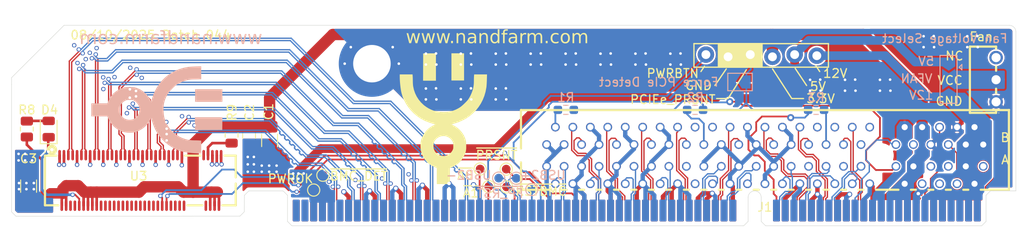
<source format=kicad_pcb>
(kicad_pcb (version 20241229) (generator "pcbnew") (generator_version "9.0")
  (layers (0 "F.Cu" signal) (4 "In1.Cu" signal) (6 "In2.Cu" signal) (2 "B.Cu" signal) (13 "F.Paste" user) (15 "B.Paste" user) (5 "F.SilkS" user "F.Silkscreen") (7 "B.SilkS" user "B.Silkscreen") (1 "F.Mask" user) (3 "B.Mask" user) (25 "Edge.Cuts" user))
  (net 0 "")
  (net 1 "GND")
  (net 2 "VFAN")
  (net 4 "~{PWRBTN}")
  (net 5 "+5V_S")
  (net 6 "+3V3")
  (net 7 "~{CLK_REQ0_PCIE_X8}")
  (net 8 "+12V")
  (net 9 "PCIE_CRX_DTX_2+")
  (net 10 "~{PCIERST}")
  (net 12 "CLK_SLOT8X_100M_0-")
  (net 13 "PCIE_CTX_DRX_2+")
  (net 14 "PCIE_CTX_DRX_4-")
  (net 15 "PCIE_CTX_DRX_5-")
  (net 16 "PCIE_CTX_DRX_7-")
  (net 17 "PCIE_CTX_DRX_2-")
  (net 18 "PCIE_CTX_DRX_6+")
  (net 19 "PCIE_CRX_DTX_3+")
  (net 20 "PCIE_CTX_DRX_4+")
  (net 22 "PCIE_CRX_DTX_4+")
  (net 23 "PCIE_CRX_DTX_0+")
  (net 25 "CLK_SLOT8X_100M_0+")
  (net 27 "PCIE_CRX_DTX_7-")
  (net 28 "PCIE_CRX_DTX_4-")
  (net 30 "PCIE_CRX_DTX_1-")
  (net 31 "~{PCIEX8_WAKE}")
  (net 33 "PCIE_CRX_DTX_5+")
  (net 34 "PCIE_CRX_DTX_1+")
  (net 37 "PCIE_CRX_DTX_5-")
  (net 38 "SMBCLK_X8")
  (net 39 "PCIE_CTX_DRX_5+")
  (net 41 "PCIE_CRX_DTX_2-")
  (net 42 "SMBDATA_X8")
  (net 43 "PCIE_CRX_DTX_0-")
  (net 44 "PCIE_CRX_DTX_7+")
  (net 45 "+3V3_S")
  (net 46 "PCIE_CTX_DRX_1-")
  (net 47 "PCIE_CTX_DRX_0+")
  (net 48 "PCIE_CTX_DRX_3+")
  (net 50 "PCIE_CTX_DRX_7+")
  (net 51 "PCIE_CTX_DRX_0-")
  (net 52 "PCIE_CRX_DTX_3-")
  (net 53 "PCIE_CRX_DTX_6-")
  (net 54 "PCIE_CRX_DTX_6+")
  (net 55 "PCIE_CTX_DRX_3-")
  (net 56 "PCIE_CTX_DRX_6-")
  (net 57 "PCIE_CTX_DRX_1+")
  (net 58 "USB2+")
  (net 59 "USB2-")
  (net 60 "PCH_SYSPWROK")
  (net 61 "~{ESPI_ALERT0}")
  (net 62 "~{ESPI_ALERT1}")
  (net 63 "~{ESPI_RESET_BMC}")
  (net 64 "~{PCIE_X8_X4_PRSNT}")
  (net 65 "~{FP_RST}")
  (net 66 "~{BMC_DETECT}")
  (net 70 "NVME_PRX_DTX_3-")
  (net 74 "~{CLK_REQ2_SLOT_X4}")
  (net 77 "NVME_PRX_DTX_2+")
  (net 78 "CLK_SLOT4X_100M-")
  (net 82 "NVME_PRX_DTX_1+")
  (net 83 "NVME_PTX_DRX_3+")
  (net 84 "CLK_SLOT4X_100M+")
  (net 85 "NVME_PTX_DRX_1+")
  (net 86 "NVME_PTX_DRX_2-")
  (net 88 "NVME_PTX_DRX_0-")
  (net 90 "NVME_PTX_DRX_1-")
  (net 91 "NVME_PRX_DTX_1-")
  (net 92 "NVME_PRX_DTX_0+")
  (net 93 "NVME_PRX_DTX_2-")
  (net 95 "NVME_PRX_DTX_0-")
  (net 96 "NVME_PRX_DTX_3+")
  (net 97 "NVME_PTX_DRX_2+")
  (net 98 "NVME_PTX_DRX_0+")
  (net 100 "NVME_PTX_DRX_3-")
  (net 105 "Net-(D4-A)")
  (net 106 "Net-(D4-K)")
  (net 107 "Net-(R9-Pad2)")
  (footprint "JLC:CONN-SMD_HYCW19M-05NGFF-530B" (layer "F.Cu") (at 101.1 105.3)
    (property "Reference" "U3")
    (property "Value" "HYCW19M-05NGFF-530B")
  )
  (footprint "Capacitor_SMD:C_0805_2012Metric_Pad1.18x1.45mm_HandSolder" (layer "F.Cu") (at 113.55 100.2 -90)
    (property "Reference" "C2")
    (property "Value" "100n")
  )
  (footprint "M90q_PCIe:1x06_P2.54mm_Locking" (layer "F.Cu") (at 178.57 90.983 180)
    (property "Reference" "AUX1")
    (property "Value" "Conn_01x06")
  )
  (footprint "Capacitor_SMD:C_1206_3216Metric_Pad1.33x1.80mm_HandSolder" (layer "F.Cu") (at 88.3 105.95 90)
    (property "Reference" "C3")
    (property "Value" "47u")
  )
  (footprint "TestPoint:TestPoint_Pad_D1.0mm" (layer "F.Cu") (at 122 104.7)
    (property "Reference" "TP9" (hide yes))
    (property "Value" "~{BMC_DET}")
  )
  (footprint "M90q_PCIe:M90q_PCIe" (layer "F.Cu") (at 118.95 108.75)
    (property "Reference" "U1" (hide yes))
    (property "Value" "~" (hide yes))
    (fp_line (start -1.75 -2.25) (end -1.5 -2.25) (stroke (width 0.05)) (layer "Edge.Cuts"))
    (fp_line (start -1 -1.75) (end -1.5 -2.25) (stroke (width 0.05)) (layer "Edge.Cuts"))
    (fp_line (start -1 -1.75) (end -1 1.25) (stroke (width 0.05)) (layer "Edge.Cuts"))
    (fp_line (start -1 1.25) (end -0.5 1.75) (stroke (width 0.05)) (layer "Edge.Cuts"))
    (fp_line (start -0.5 1.75) (end 51.25 1.75) (stroke (width 0.05)) (layer "Edge.Cuts"))
    (fp_line (start 51.75 -1.5) (end 51.75 1.25) (stroke (width 0.05)) (layer "Edge.Cuts"))
    (fp_line (start 51.75 1.25) (end 51.25 1.75) (stroke (width 0.05)) (layer "Edge.Cuts"))
    (fp_line (start 53.25 -1.5) (end 53.25 1.25) (stroke (width 0.05)) (layer "Edge.Cuts"))
    (fp_line (start 53.25 1.25) (end 53.75 1.75) (stroke (width 0.05)) (layer "Edge.Cuts"))
    (fp_line (start 53.75 1.75) (end 78.5 1.75) (stroke (width 0.05)) (layer "Edge.Cuts"))
    (fp_line (start 79 -1.75) (end 79.5 -2.25) (stroke (width 0.05)) (layer "Edge.Cuts"))
    (fp_line (start 79 1.25) (end 78.5 1.75) (stroke (width 0.05)) (layer "Edge.Cuts"))
    (fp_line (start 79 1.25) (end 79 -1.75) (stroke (width 0.05)) (layer "Edge.Cuts"))
    (fp_line (start 79.75 -2.25) (end 79.5 -2.25) (stroke (width 0.05)) (layer "Edge.Cuts"))
    (fp_arc (start 51.75 -1.5) (mid 52.5 -2.25) (end 53.25 -1.5) (stroke (width 0.05)) (layer "Edge.Cuts"))
  )
  (footprint "LCSCimported:Nandfarm_logo_ultra_small" (layer "F.Cu") (at 135.8 98.2)
    (property "Reference" "G***" (hide yes))
    (property "Value" "LOGO" (hide yes))
  )
  (footprint "TestPoint:TestPoint_Pad_D1.0mm" (layer "F.Cu") (at 120.95 106.4)
    (property "Reference" "TP3" (hide yes))
    (property "Value" "PWROK")
  )
  (footprint "TestPoint:TestPoint_Pad_D1.0mm" (layer "F.Cu") (at 143 104)
    (property "Reference" "TP7" (hide yes))
    (property "Value" "~{PRSNT}")
  )
  (footprint "TestPoint:TestPoint_Pad_D1.0mm" (layer "F.Cu") (at 141 106)
    (property "Reference" "TP5" (hide yes))
    (property "Value" "~{A1}")
  )
  (footprint "Capacitor_SMD:C_1206_3216Metric_Pad1.33x1.80mm_HandSolder" (layer "F.Cu") (at 115.9 100.7 -90)
    (property "Reference" "C1")
    (property "Value" "47u")
  )
  (footprint "Resistor_SMD:R_0805_2012Metric" (layer "F.Cu") (at 88.1 99.4 -90)
    (property "Reference" "R8")
    (property "Value" "220")
  )
  (footprint "LED_SMD:LED_0805_2012Metric" (layer "F.Cu") (at 90.6 99.4 90)
    (property "Reference" "D4")
    (property "Value" "LED")
  )
  (footprint "Resistor_SMD:R_0805_2012Metric" (layer "F.Cu") (at 111.55 100.1 -90)
    (property "Reference" "R9")
    (property "Value" "10k")
  )
  (footprint "TestPoint:TestPoint_Pad_D1.0mm" (layer "F.Cu") (at 140.01 103.99)
    (property "Reference" "TP4" (hide yes))
    (property "Value" "~{A0}")
  )
  (footprint "TestPoint:TestPoint_Pad_D1.0mm" (layer "F.Cu") (at 143.03 106.04)
    (property "Reference" "TP6" (hide yes))
    (property "Value" "~{RSTBMC}")
  )
  (footprint "LCSCimported:CONN-TH_2510-3AW" (layer "F.Cu") (at 199.1 93.740005 -90)
    (property "Reference" "3P_FAN1" (hide yes))
    (property "Value" "2510-3AW_C22451143" (hide yes))
  )
  (footprint "LCSCimported:CONN-TH_98P-P1.00-V_3183-XXXXXPXT" (layer "F.Cu") (at 172.629873 102.429936 180)
    (property "Reference" "J1")
    (property "Value" "Bus_PCI_Express_x8" (hide yes))
  )
  (footprint "MountingHole:MountingHole_4.3mm_M4_ISO7380_Pad_TopOnly" (layer "B.Cu") (at 127.62 91.9 180)
    (property "Reference" "H_Mount1" (hide yes))
    (property "Value" "MountingHole_Pad" (hide yes))
  )
  (footprint "TestPoint:TestPoint_Pad_D1.0mm" (layer "B.Cu") (at 144.15 105.05 180)
    (property "Reference" "TP2" (hide yes))
    (property "Value" "USB2+")
  )
  (footprint "TestPoint:TestPoint_Pad_D1.0mm" (layer "B.Cu") (at 142.14 105.03 180)
    (property "Reference" "TP1" (hide yes))
    (property "Value" "USB2-")
  )
  (footprint "LCSCimported:Nandfarm_logo_ultra_small" (layer "B.Cu") (at 103 97.2 90)
    (property "Reference" "G***" (hide yes))
    (property "Value" "LOGO" (hide yes))
  )
  (footprint "Resistor_SMD:R_0603_1608Metric_Pad0.98x0.95mm_HandSolder" (layer "B.Cu") (at 178.4875 97.2 180)
    (property "Reference" "R3")
    (property "Value" "0R")
  )
  (footprint "Resistor_SMD:R_0603_1608Metric_Pad0.98x0.95mm_HandSolder" (layer "B.Cu") (at 149.8275 97.2 180)
    (property "Reference" "R1")
    (property "Value" "0R")
  )
  (footprint "TestPoint:TestPoint_Pad_D1.0mm" (layer "B.Cu") (at 145.93 106.34 180)
    (property "Reference" "TP8" (hide yes))
    (property "Value" "~{FP_RST}")
  )
  (footprint "Resistor_SMD:R_0603_1608Metric_Pad0.98x0.95mm_HandSolder" (layer "B.Cu") (at 164.63 97.2 180)
    (property "Reference" "R2")
    (property "Value" "0R")
  )
  (footprint "Jumper:SolderJumper-2_P1.3mm_Open_TrianglePad1.0x1.5mm" (layer "B.Cu") (at 169.775 94 180)
    (property "Reference" "JP2" (hide yes))
    (property "Value" "Force_PCIe_Detect")
  )
  (footprint "Jumper:SolderJumper-3_P2.0mm_Open_TrianglePad1.0x1.5mm" (layer "B.Cu") (at 193.6775 93.7 -90)
    (property "Reference" "JP1" (hide yes))
    (property "Value" "SolderJumper_3_Open")
  )
  (gr_line (start 167.1 95.9) (end 168.4 95.9) (stroke (width 0.15)) (layer "F.SilkS"))
  (gr_line (start 175.7 95.9) (end 173.5 92.5) (stroke (width 0.15)) (layer "F.SilkS"))
  (gr_line (start 166.9 94.4) (end 168.2 92.5) (stroke (width 0.15)) (layer "F.SilkS"))
  (gr_line (start 165.3 92.8) (end 165.7 92.2) (stroke (width 0.15)) (layer "F.SilkS"))
  (gr_line (start 175.75 95.9) (end 177.05 95.9) (stroke (width 0.15)) (layer "F.SilkS"))
  (gr_line (start 179.9 92.300132) (end 164.5 92.3) (stroke (width 0.15)) (layer "F.SilkS"))
  (gr_line (start 178.45 92.125) (end 178.9 92.8) (stroke (width 0.15)) (layer "F.SilkS"))
  (gr_line (start 164.5 89.6) (end 164.5 92.3) (stroke (width 0.15)) (layer "F.SilkS"))
  (gr_rect (start 167.3 89.6) (end 172.3 92.28) (stroke (width 0.15)) (fill yes) (layer "F.SilkS"))
  (gr_line (start 164.5 89.6) (end 179.9 89.6) (stroke (width 0.15)) (layer "F.SilkS"))
  (gr_line (start 176.1 92.45) (end 177.4 94.4) (stroke (width 0.15)) (layer "F.SilkS"))
  (gr_line (start 168.4 95.9) (end 170.5 92.6) (stroke (width 0.15)) (layer "F.SilkS"))
  (gr_line (start 179.9 89.6) (end 179.9 92.3) (stroke (width 0.15)) (layer "F.SilkS"))
  (gr_line (start 198.7 106.5) (end 201.37 106.5) (stroke (width 0.05)) (layer "Edge.Cuts"))
  (gr_line (start 201.37 106.5) (end 201.37 88.25) (stroke (width 0.05)) (layer "Edge.Cuts"))
  (gr_line (start 200.62 87.5) (end 92.355929 87.5) (stroke (width 0.05)) (layer "Edge.Cuts"))
  (gr_line (start 113.020023 107) (end 113.00418 108.895112) (stroke (width 0.05)) (layer "Edge.Cuts"))
  (gr_line (start 117.2 106.5) (end 113.520026 106.5) (stroke (width 0.05)) (layer "Edge.Cuts"))
  (gr_line (start 86.350698 93.499998) (end 92.355929 87.5) (stroke (width 0.05)) (layer "Edge.Cuts"))
  (gr_line (start 86.850065 109.404907) (end 86.350063 108.905095) (stroke (width 0.05)) (layer "Edge.Cuts"))
  (gr_line (start 86.35 94.3) (end 86.350698 93.499998) (stroke (width 0.05)) (layer "Edge.Cuts"))
  (gr_line (start 112.5 109.395283) (end 86.850065 109.404907) (stroke (width 0.05)) (layer "Edge.Cuts"))
  (gr_line (start 113.00418 108.895112) (end 112.5 109.395283) (stroke (width 0.05)) (layer "Edge.Cuts"))
  (gr_arc (start 200.62 87.5) (mid 201.15033 87.71967) (end 201.37 88.25) (stroke (width 0.05)) (layer "Edge.Cuts"))
  (gr_line (start 113.520026 106.5) (end 113.020023 107) (stroke (width 0.05)) (layer "Edge.Cuts"))
  (gr_line (start 86.35 94.3) (end 86.350063 108.905095) (stroke (width 0.05)) (layer "Edge.Cuts"))
  (gr_text "12V" (at 179.2 93.6 0) (layer "F.SilkS") (effects (font (size 1 1)) (justify left bottom)))
  (gr_text "PCIEe_PRSNT" (at 157.1 96.6 0) (layer "F.SilkS") (effects (font (size 1 1)) (justify left bottom)))
  (gr_text "PWRBTN" (at 159 93.6 0) (layer "F.SilkS") (effects (font (size 1 1)) (justify left bottom)))
  (gr_text "Fan" (at 197.4 88.8 0) (layer "F.SilkS") (effects (font (size 1 1))))
  (gr_text "5V" (at 177.7 95.1 0) (layer "F.SilkS") (effects (font (size 1 1)) (justify left bottom)))
  (gr_text "GND" (at 192.1 96.8 0) (layer "F.SilkS") (effects (font (size 1 1)) (justify left bottom)))
  (gr_text "VCC" (at 192.3 94.4 0) (layer "F.SilkS") (effects (font (size 1 1)) (justify left bottom)))
  (gr_text "3.3V" (at 177.3 96.5 0) (layer "F.SilkS") (effects (font (size 1 1)) (justify left bottom)))
  (gr_text "08/10/2025 Batch 044" (at 93 89.2 0) (layer "F.SilkS") (effects (font (size 1 1)) (justify left bottom)))
  (gr_text "GND" (at 163.4 95 0) (layer "F.SilkS") (effects (font (size 1 1)) (justify left bottom)))
  (gr_text "www.nandfarm.com" (at 131.5 89.8 0) (layer "F.SilkS") (effects (font (size 1.5 1.5)) (justify left bottom)))
  (gr_text "NC" (at 193.2 91.6 0) (layer "F.SilkS") (effects (font (size 1 1)) (justify left bottom)))
  (gr_text "VFAN" (at 191.9 94.2 0) (layer "B.SilkS") (effects (font (size 1 1)) (justify left bottom mirror)))
  (gr_text "12V" (at 192 96.1 0) (layer "B.SilkS") (effects (font (size 1 1)) (justify left bottom mirror)))
  (gr_text "Fan Voltage Select" (at 200.5 89.6 0) (layer "B.SilkS") (effects (font (size 1 1)) (justify left bottom mirror)))
  (gr_text "Force PCIe Detect" (at 167.4 94.6 0) (layer "B.SilkS") (effects (font (size 1 1)) (justify left bottom mirror)))
  (gr_text "www.nandfarm.com" (at 115.07 89.9 0) (layer "B.SilkS") (effects (font (size 1.5 1.5)) (justify left bottom mirror)))
  (gr_text "5V" (at 192.1 92.2 0) (layer "B.SilkS") (effects (font (size 1 1)) (justify left bottom mirror)))
  (segment (start 184.95 106) (end 184.63 105.68) (width 0.5) (layer "F.Cu") (net 1))
  (segment (start 157.95 108.75) (end 157.95 106.36) (width 0.5) (layer "F.Cu") (net 1))
  (segment (start 104.349936 102.399949) (end 104.349936 103.499936) (width 0.3) (layer "F.Cu") (net 1))
  (segment (start 178.64 105.69) (end 178.63 105.68) (width 0.5) (layer "F.Cu") (net 1))
  (segment (start 101.349936 102.399949) (end 101.349936 103.499936) (width 0.3) (layer "F.Cu") (net 1))
  (segment (start 181.95 108.75) (end 181.95 107.26) (width 0.5) (layer "F.Cu") (net 1))
  (segment (start 165.95 107.42) (end 166.59 106.78) (width 0.5) (layer "F.Cu") (net 1))
  (segment (start 93.850064 102.399949) (end 93.850064 103.499936) (width 0.3) (layer "F.Cu") (net 1))
  (segment (start 110.349936 103.449936) (end 110.35 103.45) (width 0.3) (layer "F.Cu") (net 1))
  (segment (start 105.850064 103.549936) (end 105.85 103.55) (width 0.3) (layer "F.Cu") (net 1))
  (segment (start 154.95 106.84) (end 154.95 108.75) (width 0.5) (layer "F.Cu") (net 1))
  (segment (start 130.95 108.75) (end 130.95 106.8) (width 0.5) (layer "F.Cu") (net 1))
  (segment (start 96.850064 103.499936) (end 96.85 103.5) (width 0.3) (layer "F.Cu") (net 1))
  (segment (start 168.95 106) (end 168.63 105.68) (width 0.5) (layer "F.Cu") (net 1))
  (segment (start 91.850064 103.499936) (end 91.85 103.5) (width 0.3) (layer "F.Cu") (net 1))
  (segment (start 109.850064 103.449936) (end 109.85 103.45) (width 0.3) (layer "F.Cu") (net 1))
  (segment (start 161.95 108.75) (end 161.95 106.36) (width 0.5) (layer "F.Cu") (net 1))
  (segment (start 133.95 106.4) (end 133.4 105.85) (width 0.5) (layer "F.Cu") (net 1))
  (segment (start 151.95 107) (end 150.63 105.68) (width 0.5) (layer "F.Cu") (net 1))
  (segment (start 127.95 108.75) (end 127.95 107.1) (width 0.5) (layer "F.Cu") (net 1))
  (segment (start 102.850064 103.499936) (end 102.85 103.5) (width 0.3) (layer "F.Cu") (net 1))
  (segment (start 96.850064 102.399949) (end 96.850064 103.499936) (width 0.3) (layer "F.Cu") (net 1))
  (segment (start 109.85 102.399885) (end 109.850064 102.399949) (width 0.3) (layer "F.Cu") (net 1))
  (segment (start 180.95 107.28) (end 181.34 106.89) (width 0.5) (layer "F.Cu") (net 1))
  (segment (start 160.95 108.75) (end 160.95 107.14) (width 0.5) (layer "F.Cu") (net 1))
  (segment (start 91.850064 102.399949) (end 91.850064 103.499936) (width 0.3) (layer "F.Cu") (net 1))
  (segment (start 95.349936 103.499936) (end 95.35 103.5) (width 0.3) (layer "F.Cu") (net 1))
  (segment (start 130.95 106.8) (end 130.35 106.2) (width 0.5) (layer "F.Cu") (net 1))
  (segment (start 105.850064 102.399949) (end 105.850064 103.549936) (width 0.3) (layer "F.Cu") (net 1))
  (segment (start 174.95 108.75) (end 174.95 107.36) (width 0.5) (layer "F.Cu") (net 1))
  (segment (start 154.63 106.52) (end 154.95 106.84) (width 0.5) (layer "F.Cu") (net 1))
  (segment (start 165.95 108.75) (end 165.95 107.42) (width 0.5) (layer "F.Cu") (net 1))
  (segment (start 157.95 106.36) (end 158.63 105.68) (width 0.5) (layer "F.Cu") (net 1))
  (segment (start 178.64 106.88) (end 178.64 105.69) (width 0.5) (layer "F.Cu") (net 1))
  (segment (start 92.349936 103.499936) (end 92.35 103.5) (width 0.3) (layer "F.Cu") (net 1))
  (segment (start 166.59 106.78) (end 165.51 106.78) (width 0.5) (layer "F.Cu") (net 1))
  (segment (start 101.349936 103.499936) (end 101.35 103.5) (width 0.3) (layer "F.Cu") (net 1))
  (segment (start 109.349936 102.399949) (end 109.349936 103.449936) (width 0.3) (layer "F.Cu") (net 1))
  (segment (start 181.95 107.26) (end 182.32 106.89) (width 0.5) (layer "F.Cu") (net 1))
  (segment (start 109.35 102.399885) (end 109.349936 102.399949) (width 0.3) (layer "F.Cu") (net 1))
  (segment (start 161.73 106.36) (end 161.95 106.36) (width 0.5) (layer "F.Cu") (net 1))
  (segment (start 110.349936 102.399949) (end 110.349936 103.449936) (width 0.3) (layer "F.Cu") (net 1))
  (segment (start 95.349936 102.399949) (end 95.349936 103.499936) (width 0.3) (layer "F.Cu") (net 1))
  (segment (start 99.850064 103.499936) (end 99.85 103.5) (width 0.3) (layer "F.Cu") (net 1))
  (segment (start 93.850064 103.499936) (end 93.85 103.5) (width 0.3) (layer "F.Cu") (net 1))
  (segment (start 110.35 102.399885) (end 110.349936 102.399949) (width 0.3) (layer "F.Cu") (net 1))
  (segment (start 161.95 106.36) (end 162.63 105.68) (width 0.5) (layer "F.Cu") (net 1))
  (segment (start 151.95 108.75) (end 151.95 107) (width 0.5) (layer "F.Cu") (net 1))
  (segment (start 109.349936 103.449936) (end 109.35 103.45) (width 0.3) (layer "F.Cu") (net 1))
  (segment (start 181.34 106.89) (end 182.32 106.89) (width 0.5) (layer "F.Cu") (net 1))
  (segment (start 99.850064 102.399949) (end 99.850064 103.499936) (width 0.3) (layer "F.Cu") (net 1))
  (segment (start 168.95 108.75) (end 168.95 106) (width 0.5) (layer "F.Cu") (net 1))
  (segment (start 174.95 107.36) (end 176.63 105.68) (width 0.5) (layer "F.Cu") (net 1))
  (segment (start 109.850064 102.399949) (end 109.850064 103.449936) (width 0.3) (layer "F.Cu") (net 1))
  (segment (start 178.64 106.88) (end 177.95 107.57) (width 0.5) (layer "F.Cu") (net 1))
  (segment (start 154.63 105.68) (end 154.63 106.52) (width 0.5) (layer "F.Cu") (net 1))
  (segment (start 177.95 107.57) (end 177.95 108.75) (width 0.5) (layer "F.Cu") (net 1))
  (segment (start 164.95 107.34) (end 164.95 108.75) (width 0.5) (layer "F.Cu") (net 1))
  (segment (start 165.51 106.78) (end 164.95 107.34) (width 0.5) (layer "F.Cu") (net 1))
  (segment (start 98.349936 103.499936) (end 98.35 103.5) (width 0.3) (layer "F.Cu") (net 1))
  (segment (start 102.850064 102.399949) (end 102.850064 103.499936) (width 0.3) (layer "F.Cu") (net 1))
  (segment (start 104.349936 103.499936) (end 104.35 103.5) (width 0.3) (layer "F.Cu") (net 1))
  (segment (start 124.95 108.75) (end 124.95 107.15) (width 0.5) (layer "F.Cu") (net 1))
  (segment (start 98.349936 102.399949) (end 98.349936 103.499936) (width 0.3) (layer "F.Cu") (net 1))
  (segment (start 133.95 108.75) (end 133.95 106.4) (width 0.5) (layer "F.Cu") (net 1))
  (segment (start 180.95 108.75) (end 180.95 107.28) (width 0.5) (layer "F.Cu") (net 1))
  (segment (start 160.95 107.14) (end 161.73 106.36) (width 0.5) (layer "F.Cu") (net 1))
  (segment (start 184.95 108.75) (end 184.95 106) (width 0.5) (layer "F.Cu") (net 1))
  (segment (start 92.349936 102.399949) (end 92.349936 103.499936) (width 0.3) (layer "F.Cu") (net 1))
  (segment (start 124.95 107.15) (end 124.4 106.6) (width 0.5) (layer "F.Cu") (net 1))
  (segment (start 127.95 107.1) (end 127.35 106.5) (width 0.5) (layer "F.Cu") (net 1))
  (via (at 187 95) (size 0.5) (drill 0.3) (layers "F.Cu" "B.Cu") (net 1))
  (via (at 157.8 92) (size 0.5) (drill 0.3) (layers "F.Cu" "B.Cu") (net 1))
  (via (at 195.8 88.75) (size 0.5) (drill 0.3) (layers "F.Cu" "B.Cu") (net 1))
  (via (at 134.96 90.73) (size 0.5) (drill 0.3) (layers "F.Cu" "B.Cu") (net 1))
  (via (at 115.85 104.3) (size 0.5) (drill 0.3) (layers "F.Cu" "B.Cu") (net 1))
  (via (at 99.56 97.58) (size 0.5) (drill 0.3) (layers "F.Cu" "B.Cu") (net 1))
  (via (at 143 92) (size 0.5) (drill 0.3) (layers "F.Cu" "B.Cu") (net 1))
  (via (at 102.85 103.5) (size 0.5) (drill 0.3) (layers "F.Cu" "B.Cu") (net 1))
  (via (at 107.3 98.98) (size 0.5) (drill 0.3) (layers "F.Cu" "B.Cu") (net 1))
  (via (at 88.05 105.6) (size 0.5) (drill 0.3) (layers "F.Cu" "B.Cu") (net 1))
  (via (at 133.8 92) (size 0.5) (drill 0.3) (layers "F.Cu" "B.Cu") (net 1))
  (via (at 181.8 95) (size 0.5) (drill 0.3) (layers "F.Cu" "B.Cu") (net 1))
  (via (at 115 103.6) (size 0.5) (drill 0.3) (layers "F.Cu" "B.Cu") (net 1))
  (via (at 179 95) (size 0.5) (drill 0.3) (layers "F.Cu" "B.Cu") (net 1))
  (via (at 133.4 105.85) (size 0.6) (drill 0.4) (layers "F.Cu" "B.Cu") (net 1))
  (via (at 142.96 90.73) (size 0.5) (drill 0.3) (layers "F.Cu" "B.Cu") (net 1))
  (via (at 104.35 103.5) (size 0.5) (drill 0.3) (layers "F.Cu" "B.Cu") (net 1))
  (via (at 109.3 103.45) (size 0.5) (drill 0.3) (layers "F.Cu" "B.Cu") (net 1))
  (via (at 128.78 105.08) (size 0.5) (drill 0.3) (layers "F.Cu" "B.Cu") (net 1))
  (via (at 133.8 94.75) (size 0.5) (drill 0.3) (layers "F.Cu" "B.Cu") (net 1))
  (via (at 141.8 96) (size 0.5) (drill 0.3) (layers "F.Cu" "B.Cu") (net 1))
  (via (at 138.96 94.73) (size 0.5) (drill 0.3) (layers "F.Cu" "B.Cu") (net 1))
  (via (at 113.4 103.45) (size 0.5) (drill 0.3) (layers "F.Cu" "B.Cu") (net 1))
  (via (at 115 104.3) (size 0.5) (drill 0.3) (layers "F.Cu" "B.Cu") (net 1))
  (via (at 101.26 93.53) (size 0.5) (drill 0.3) (layers "F.Cu" "B.Cu") (net 1))
  (via (at 114.1 103.45) (size 0.5) (drill 0.3) (layers "F.Cu" "B.Cu") (net 1))
  (via (at 113.4 102.6) (size 0.5) (drill 0.3) (layers "F.Cu" "B.Cu") (net 1))
  (via (at 158.96 90.73) (size 0.5) (drill 0.3) (layers "F.Cu" "B.Cu") (net 1))
  (via (at 147 92) (size 0.5) (drill 0.3) (layers "F.Cu" "B.Cu") (net 1))
  (via (at 166.59 106.78) (size 0.6) (drill 0.4) (layers "F.Cu" "B.Cu") (net 1))
  (via (at 161.8 92) (size 0.5) (drill 0.3) (layers "F.Cu" "B.Cu") (net 1))
  (via (at 96.85 103.5) (size 0.5) (drill 0.3) (layers "F.Cu" "B.Cu") (net 1))
  (via (at 104.11 100.71) (size 0.5) (drill 0.3) (layers "F.Cu" "B.Cu") (net 1))
  (via (at 93.85 103.5) (size 0.5) (drill 0.3) (layers "F.Cu" "B.Cu") (net 1))
  (via (at 196.96 88.73) (size 0.5) (drill 0.3) (layers "F.Cu" "B.Cu") (net 1))
  (via (at 182.96 93.73) (size 0.5) (drill 0.3) (layers "F.Cu" "B.Cu") (net 1))
  (via (at 149.8 90.75) (size 0.5) (drill 0.3) (layers "F.Cu" "B.Cu") (net 1))
  (via (at 159 92) (size 0.5) (drill 0.3) (layers "F.Cu" "B.Cu") (net 1))
  (via (at 145.8 90.75) (size 0.5) (drill 0.3) (layers "F.Cu" "B.Cu") (net 1))
  (via (at 114.1 104.3) (size 0.5) (drill 0.3) (layers "F.Cu" "B.Cu") (net 1))
  (via (at 139.25 105.8) (size 0.6) (drill 0.4) (layers "F.Cu" "B.Cu") (net 1))
  (via (at 192 90) (size 0.5) (drill 0.3) (layers "F.Cu" "B.Cu") (net 1))
  (via (at 96.09 90.11) (size 0.5) (drill 0.3) (layers "F.Cu" "B.Cu") (net 1))
  (via (at 96.86 94.81) (size 0.5) (drill 0.3) (layers "F.Cu" "B.Cu") (net 1))
  (via (at 93.9 91.82) (size 0.5) (drill 0.3) (layers "F.Cu" "B.Cu") (net 1))
  (via (at 99.85 103.5) (size 0.5) (drill 0.3) (layers "F.Cu" "B.Cu") (net 1))
  (via (at 127.35 106.5) (size 0.6) (drill 0.4) (layers "F.Cu" "B.Cu") (net 1))
  (via (at 87.2 106.3) (size 0.5) (drill 0.3) (layers "F.Cu" "B.Cu") (net 1))
  (via (at 130.7 91.9) (size 0.5) (drill 0.3) (layers "F.Cu" "B.Cu") (net 1))
  (via (at 125.73 105.25) (size 0.5) (drill 0.3) (layers "F.Cu" "B.Cu") (net 1))
  (via (at 157.8 90.75) (size 0.5) (drill 0.3) (layers "F.Cu" "B.Cu") (net 1))
  (via (at 87.9 103) (size 0.5) (drill 0.3) (layers "F.Cu" "B.Cu") (net 1))
  (via (at 88.9 106.3) (size 0.5) (drill 0.3) (layers "F.Cu" "B.Cu") (net 1))
  (via (at 98.35 103.5) (size 0.5) (drill 0.3) (layers "F.Cu" "B.Cu") (net 1))
  (via (at 99.94 92.37) (size 0.5) (drill 0.3) (layers "F.Cu" "B.Cu") (net 1))
  (via (at 116.7 104.3) (size 0.5) (drill 0.3) (layers "F.Cu" "B.Cu") (net 1))
  (via (at 153.8 92) (size 0.5) (drill 0.3) (layers "F.Cu" "B.Cu") (net 1))
  (via (at 137.8 96) (size 0.5) (drill 0.3) (layers "F.Cu" "B.Cu") (net 1))
  (via (at 197 90) (size 0.5) (drill 0.3) (layers "F.Cu" "B.Cu") (net 1))
  (via (at 130.35 106.2) (size 0.6) (drill 0.4) (layers "F.Cu" "B.Cu") (net 1))
  (via (at 153.8 90.75) (size 0.5) (drill 0.3) (layers "F.Cu" "B.Cu") (net 1))
  (via (at 87.2 105.6) (size 0.5) (drill 0.3) (layers "F.Cu" "B.Cu") (net 1))
  (via (at 88.7 103) (size 0.5) (drill 0.3) (layers "F.Cu" "B.Cu") (net 1))
  (via (at 182.32 106.89) (size 0.6) (drill 0.4) (layers "F.Cu" "B.Cu") (net 1))
  (via (at 190.8 90) (size 0.5) (drill 0.3) (layers "F.Cu" "B.Cu") (net 1))
  (via (at 178.64 106.88) (size 0.6) (drill 0.4) (layers "F.Cu" "B.Cu") (net 1))
  (via (at 92.35 103.5) (size 0.5) (drill 0.3) (layers "F.Cu" "B.Cu") (net 1))
  (via (at 137.8 94.75) (size 0.5) (drill 0.3) (layers "F.Cu" "B.Cu") (net 1))
  (via (at 161.8 90.75) (size 0.5) (drill 0.3) (layers "F.Cu" "B.Cu") (net 1))
  (via (at 94.85 91.38) (size 0.5) (drill 0.3) (layers "F.Cu" "B.Cu") (net 1))
  (via (at 87.9 102.25) (size 0.5) (drill 0.3) (layers "F.Cu" "B.Cu") (net 1))
  (via (at 125.2 90) (size 0.5) (drill 0.3) (layers "F.Cu" "B.Cu") (net 1))
  (via (at 181.8 93.75) (size 0.5) (drill 0.3) (layers "F.Cu" "B.Cu") (net 1))
  (via (at 88.05 106.3) (size 0.5) (drill 0.3) (layers "F.Cu" "B.Cu") (net 1))
  (via (at 137.8 90.75) (size 0.5) (drill 0.3) (layers "F.Cu" "B.Cu") (net 1))
  (via (at 149.8 92) (size 0.5) (drill 0.3) (layers "F.Cu" "B.Cu") (net 1))
  (via (at 185.8 95) (size 0.5) (drill 0.3) (layers "F.Cu" "B.Cu") (net 1))
  (via (at 105.85 103.55) (size 0.5) (drill 0.3) (layers "F.Cu" "B.Cu") (net 1))
  (via (at 115.85 103.6) (size 0.5) (drill 0.3) (layers "F.Cu" "B.Cu") (net 1))
  (via (at 183 95) (size 0.5) (drill 0.3) (layers "F.Cu" "B.Cu") (net 1))
  (via (at 135 96) (size 0.5) (drill 0.3) (layers "F.Cu" "B.Cu") (net 1))
  (via (at 139 96) (size 0.5) (drill 0.3) (layers "F.Cu" "B.Cu") (net 1))
  (via (at 195.8 90) (size 0.5) (drill 0.3) (layers "F.Cu" "B.Cu") (net 1))
  (via (at 122.7 105.45) (size 0.5) (drill 0.3) (layers "F.Cu" "B.Cu") (net 1))
  (via (at 185.8 93.75) (size 0.5) (drill 0.3) (layers "F.Cu" "B.Cu") (net 1))
  (via (at 162.96 90.73) (size 0.5) (drill 0.3) (layers "F.Cu" "B.Cu") (net 1))
  (via (at 190.19 106.81) (size 0.6) (drill 0.4) (layers "F.Cu" "B.Cu") (net 1))
  (via (at 96.84 93.47) (size 0.5) (drill 0.3) (layers "F.Cu" "B.Cu") (net 1))
  (via (at 136.45 105.65) (size 0.6) (drill 0.4) (layers "F.Cu" "B.Cu") (net 1))
  (via (at 151 92) (size 0.5) (drill 0.3) (layers "F.Cu" "B.Cu") (net 1))
  (via (at 95.31 90.65) (size 0.5) (drill 0.3) (layers "F.Cu" "B.Cu") (net 1))
  (via (at 93.52 89.79) (size 0.5) (drill 0.3) (layers "F.Cu" "B.Cu") (net 1))
  (via (at 99.9 94.84) (size 0.5) (drill 0.3) (layers "F.Cu" "B.Cu") (net 1))
  (via (at 141.8 90.75) (size 0.5) (drill 0.3) (layers "F.Cu" "B.Cu") (net 1))
  (via (at 178.96 93.73) (size 0.5) (drill 0.3) (layers "F.Cu" "B.Cu") (net 1))
  (via (at 130 90) (size 0.5) (drill 0.3) (layers "F.Cu" "B.Cu") (net 1))
  (via (at 101.35 103.5) (size 0.5) (drill 0.3) (layers "F.Cu" "B.Cu") (net 1))
  (via (at 191.96 88.73) (size 0.5) (drill 0.3) (layers "F.Cu" "B.Cu") (net 1))
  (via (at 177.8 95) (size 0.5) (drill 0.3) (layers "F.Cu" "B.Cu") (net 1))
  (via (at 150.96 90.73) (size 0.5) (drill 0.3) (layers "F.Cu" "B.Cu") (net 1))
  (via (at 190.8 88.75) (size 0.5) (drill 0.3) (layers "F.Cu" "B.Cu") (net 1))
  (via (at 110.4 103.45) (size 0.5) (drill 0.3) (layers "F.Cu" "B.Cu") (net 1))
  (via (at 105.87 97.93) (size 0.5) (drill 0.3) (layers "F.Cu" "B.Cu") (net 1))
  (via (at 134.96 94.73) (size 0.5) (drill 0.3) (layers "F.Cu" "B.Cu") (net 1))
  (via (at 135 92) (size 0.5) (drill 0.3) (layers "F.Cu" "B.Cu") (net 1))
  (via (at 142.96 94.73) (size 0.5) (drill 0.3) (layers "F.Cu" "B.Cu") (net 1))
  (via (at 88.9 105.6) (size 0.5) (drill 0.3) (layers "F.Cu" "B.Cu") (net 1))
  (via (at 113.4 104.3) (size 0.5) (drill 0.3) (layers "F.Cu" "B.Cu") (net 1))
  (via (at 154.96 90.73) (size 0.5) (drill 0.3) (layers "F.Cu" "B.Cu") (net 1))
  (via (at 87.15 102.25) (size 0.5) (drill 0.3) (layers "F.Cu" "B.Cu") (net 1))
  (via (at 131.82 104.59) (size 0.5) (drill 0.3) (layers "F.Cu" "B.Cu") (net 1))
  (via (at 145.8 92) (size 0.5) (drill 0.3) (layers "F.Cu" "B.Cu") (net 1))
  (via (at 141.8 92) (size 0.5) (drill 0.3) (layers "F.Cu" "B.Cu") (net 1))
  (via (at 143 96) (size 0.5) (drill 0.3) (layers "F.Cu" "B.Cu") (net 1))
  (via (at 91.8 103.5) (size 0.5) (drill 0.3) (layers "F.Cu" "B.Cu") (net 1))
  (via (at 138.96 90.73) (size 0.5) (drill 0.3) (layers "F.Cu" "B.Cu") (net 1))
  (via (at 133.8 90.75) (size 0.5) (drill 0.3) (layers "F.Cu" "B.Cu") (net 1))
  (via (at 114.1 102.6) (size 0.5) (drill 0.3) (layers "F.Cu" "B.Cu") (net 1))
  (via (at 87.15 103) (size 0.5) (drill 0.3) (layers "F.Cu" "B.Cu") (net 1))
  (via (at 124.4 106.6) (size 0.6) (drill 0.4) (layers "F.Cu" "B.Cu") (net 1))
  (via (at 163 92) (size 0.5) (drill 0.3) (layers "F.Cu" "B.Cu") (net 1))
  (via (at 124.5 91.9) (size 0.5) (drill 0.3) (layers "F.Cu" "B.Cu") (net 1))
  (via (at 99.89 95.8) (size 0.5) (drill 0.3) (layers "F.Cu" "B.Cu") (net 1))
  (via (at 104.07 98.59) (size 0.5) (drill 0.3) (layers "F.Cu" "B.Cu") (net 1))
  (via (at 186.96 93.73) (size 0.5) (drill 0.3) (layers "F.Cu" "B.Cu") (net 1))
  (via (at 95.35 103.5) (size 0.5) (drill 0.3) (layers "F.Cu" "B.Cu") (net 1))
  (via (at 146.96 90.73) (size 0.5) (drill 0.3) (layers "F.Cu" "B.Cu") (net 1))
  (via (at 139 92) (size 0.5) (drill 0.3) (layers "F.Cu" "B.Cu") (net 1))
  (via (at 177.8 93.75) (size 0.5) (drill 0.3) (layers "F.Cu" "B.Cu") (net 1))
  (via (at 98.14 93.44) (size 0.5) (drill 0.3) (layers "F.Cu" "B.Cu") (net 1))
  (via (at 109.85 103.45) (size 0.5) (drill 0.3) (layers "F.Cu" "B.Cu") (net 1))
  (via (at 141.8 94.75) (size 0.5) (drill 0.3) (layers "F.Cu" "B.Cu") (net 1))
  (via (at 137.8 92) (size 0.5) (drill 0.3) (layers "F.Cu" "B.Cu") (net 1))
  (via (at 133.8 96) (size 0.5) (drill 0.3) (layers "F.Cu" "B.Cu") (net 1))
  (via (at 116.7 103.6) (size 0.5) (drill 0.3) (layers "F.Cu" "B.Cu") (net 1))
  (via (at 155 92) (size 0.5) (drill 0.3) (layers "F.Cu" "B.Cu") (net 1))
  (segment (start 175.95 108.75) (end 175.95 107.14) (width 0.5) (layer "B.Cu") (net 1))
  (segment (start 183.95 108.75) (end 183.95 107.5) (width 0.5) (layer "B.Cu") (net 1))
  (segment (start 151.63 103.68) (end 151.63 103.179618) (width 0.5) (layer "B.Cu") (net 1))
  (segment (start 147.63 103.68) (end 147.63 103.179872) (width 0.5) (layer "B.Cu") (net 1))
  (segment (start 147.95 108.75) (end 147.95 106.82) (width 0.5) (layer "B.Cu") (net 1))
  (segment (start 155.63 103.68) (end 155.63 104.68) (width 0.5) (layer "B.Cu") (net 1))
  (segment (start 154.95 106) (end 154.63 105.68) (width 0.5) (layer "B.Cu") (net 1))
  (segment (start 173.63 103.179872) (end 174.354936 102.454936) (width 0.5) (layer "B.Cu") (net 1))
  (segment (start 129.95 108.75) (end 129.95 106.6) (width 0.5) (layer "B.Cu") (net 1))
  (segment (start 173.63 103.179872) (end 171.63 101.179872) (width 0.5) (layer "B.Cu") (net 1))
  (segment (start 175.63 100.180126) (end 174.629746 99.179872) (width 0.5) (layer "B.Cu") (net 1))
  (segment (start 151.63 103.68) (end 151.63 104.68) (width 0.5) (layer "B.Cu") (net 1))
  (segment (start 169.63 103.179872) (end 167.63 101.179872) (width 0.5) (layer "B.Cu") (net 1))
  (segment (start 175.95 107.14) (end 176.63 106.46) (width 0.5) (layer "B.Cu") (net 1))
  (segment (start 126.95 106.9) (end 127.35 106.5) (width 0.5) (layer "B.Cu") (net 1))
  (segment (start 168.63 104.68) (end 169.63 103.68) (width 0.5) (layer "B.Cu") (net 1))
  (segment (start 159.63 103.179872) (end 161.63 101.179872) (width 0.5) (layer "B.Cu") (net 1))
  (segment (start 150.95 108.75) (end 150.95 106) (width 0.5) (layer "B.Cu") (net 1))
  (segment (start 151.63 103.179618) (end 153.629746 101.179872) (width 0.5) (layer "B.Cu") (net 1))
  (segment (start 155.95 107) (end 155.95 108.75) (width 0.5) (layer "B.Cu") (net 1))
  (segment (start 135.95 108.75) (end 135.95 106.15) (width 0.5) (layer "B.Cu") (net 1))
  (segment (start 158.63 105.68) (end 158.63 104.68) (width 0.5) (layer "B.Cu") (net 1))
  (segment (start 132.95 108.75) (end 132.95 106.3) (width 0.5) (layer "B.Cu") (net 1))
  (segment (start 153.629746 100.179872) (end 152.629746 99.179872) (width 0.5) (layer "B.Cu") (net 1))
  (segment (start 162.95 108.75) (end 162.95 106) (width 0.5) (layer "B.Cu") (net 1))
  (segment (start 189.95 107.05) (end 190.19 106.81) (width 0.5) (layer "B.Cu") (net 1))
  (segment (start 153.629746 101.179872) (end 153.629746 100.179872) (width 0.5) (layer "B.Cu") (net 1))
  (segment (start 182.32 106.89) (end 181.95 107.26) (width 0.5) (layer "B.Cu") (net 1))
  (segment (start 150.95 106) (end 150.63 105.68) (width 0.5) (layer "B.Cu") (net 1))
  (segment (start 147.95 106.82) (end 147.63 106.5) (width 0.5) (layer "B.Cu") (net 1))
  (segment (start 172.63 105.68) (end 172.63 104.68) (width 0.5) (layer "B.Cu") (net 1))
  (segment (start 159.95 108.75) (end 159.95 107) (width 0.5) (layer "B.Cu") (net 1))
  (segment (start 151.95 107) (end 150.63 105.68) (width 0.5) (layer "B.Cu") (net 1))
  (segment (start 151.95 108.75) (end 151.95 107) (width 0.5) (layer "B.Cu") (net 1))
  (segment (start 139.95 108.75) (end 139.95 106.5) (width 0.5) (layer "B.Cu") (net 1))
  (segment (start 176.63 106.46) (end 176.63 105.68) (width 0.5) (layer "B.Cu") (net 1))
  (segment (start 181.95 107.26) (end 181.95 108.75) (width 0.5) (layer "B.Cu") (net 1))
  (segment (start 157.63 101.68) (end 155.63 103.68) (width 0.5) (layer "B.Cu") (net 1))
  (segment (start 171.63 101.68) (end 169.63 103.68) (width 0.5) (layer "B.Cu") (net 1))
  (segment (start 147.63 103.179872) (end 148.424936 102.384936) (width 0.5) (layer "B.Cu") (net 1))
  (segment (start 136.95 108.75) (end 136.95 106.15) (width 0.5) (layer "B.Cu") (net 1))
  (segment (start 158.95 106) (end 158.63 105.68) (width 0.5) (layer "B.Cu") (net 1))
  (segment (start 165.63 103.179872) (end 167.63 101.179872) (width 0.5) (layer "B.Cu") (net 1))
  (segment (start 151.63 104.68) (end 150.63 105.68) (width 0.5) (layer "B.Cu") (net 1))
  (segment (start 174.354936 102.454936) (end 175.63 101.179872) (width 0.5) (layer "B.Cu") (net 1))
  (segment (start 147.629746 101.179872) (end 148.424936 101.975062) (width 0.5) (layer "B.Cu") (net 1))
  (segment (start 163.95 108.75) (end 163.95 107) (width 0.5) (layer "B.Cu") (net 1))
  (segment (start 163.95 107) (end 162.63 105.68) (width 0.5) (layer "B.Cu") (net 1))
  (segment (start 156.629746 100.179618) (end 157.63 101.179872) (width 0.5) (layer "B.Cu") (net 1))
  (segment (start 154.63 105.68) (end 155.95 107) (width 0.5) (layer "B.Cu") (net 1))
  (segment (start 136.95 106.15) (end 136.45 105.65) (width 0.5) (layer "B.Cu") (net 1))
  (segment (start 126.95 108.75) (end 126.95 106.9) (width 0.5) (layer "B.Cu") (net 1))
  (segment (start 189.95 108.75) (end 189.95 107.05) (width 0.5) (layer "B.Cu") (net 1))
  (segment (start 132.95 106.3) (end 133.4 105.85) (width 0.5) (layer "B.Cu") (net 1))
  (segment (start 178.95 107.19) (end 178.64 106.88) (width 0.5) (layer "B.Cu") (net 1))
  (segment (start 139.95 106.5) (end 139.25 105.8) (width 0.5) (layer "B.Cu") (net 1))
  (segment (start 169.63 103.68) (end 169.63 103.179872) (width 0.5) (layer "B.Cu") (net 1))
  (segment (start 148.424936 102.384936) (end 149.63 101.179872) (width 0.5) (layer "B.Cu") (net 1))
  (segment (start 158.63 104.68) (end 159.63 103.68) (width 0.5) (layer "B.Cu") (net 1))
  (segment (start 165.63 103.68) (end 165.63 103.179872) (width 0.5) (layer "B.Cu") (net 1))
  (segment (start 161.63 100.180126) (end 160.629746 99.179872) (width 0.5) (layer "B.Cu") (net 1))
  (segment (start 184.63 106.82) (end 184.63 105.68) (width 0.5) (layer "B.Cu") (net 1))
  (segment (start 170.629746 99.179872) (end 170.629746 100.179618) (width 0.5) (layer "B.Cu") (net 1))
  (segment (start 148.424936 101.975062) (end 148.424936 102.384936) (width 0.5) (layer "B.Cu") (net 1))
  (segment (start 175.63 101.179872) (end 175.63 100.180126) (width 0.5) (layer "B.Cu") (net 1))
  (segment (start 166.95 107.14) (end 166.95 108.75) (width 0.5) (layer "B.Cu") (net 1))
  (segment (start 155.63 104.68) (end 154.63 105.68) (width 0.5) (layer "B.Cu") (net 1))
  (segment (start 156.629746 99.179872) (end 156.629746 100.179618) (width 0.5) (layer "B.Cu") (net 1))
  (segment (start 166.59 106.78) (end 166.95 107.14) (width 0.5) (layer "B.Cu") (net 1))
  (segment (start 159.95 107) (end 158.63 105.68) (width 0.5) (layer "B.Cu") (net 1))
  (segment (start 178.95 108.75) (end 178.95 107.19) (width 0.5) (layer "B.Cu") (net 1))
  (segment (start 162.95 106) (end 162.63 105.68) (width 0.5) (layer "B.Cu") (net 1))
  (segment (start 172.63 104.68) (end 173.63 103.68) (width 0.5) (layer "B.Cu") (net 1))
  (segment (start 159.63 103.68) (end 159.63 103.179872) (width 0.5) (layer "B.Cu") (net 1))
  (segment (start 157.63 101.179872) (end 157.63 101.68) (width 0.5) (layer "B.Cu") (net 1))
  (segment (start 158.95 108.75) (end 158.95 106) (width 0.5) (layer "B.Cu") (net 1))
  (segment (start 147.63 106.5) (end 147.63 103.68) (width 0.5) (layer "B.Cu") (net 1))
  (segment (start 135.95 106.15) (end 136.45 105.65) (width 0.5) (layer "B.Cu") (net 1))
  (segment (start 171.63 101.179872) (end 171.63 101.68) (width 0.5) (layer "B.Cu") (net 1))
  (segment (start 154.95 108.75) (end 154.95 106) (width 0.5) (layer "B.Cu") (net 1))
  (segment (start 170.629746 100.179618) (end 171.63 101.179872) (width 0.5) (layer "B.Cu") (net 1))
  (segment (start 168.63 105.68) (end 168.63 104.68) (width 0.5) (layer "B.Cu") (net 1))
  (segment (start 161.63 101.179872) (end 161.63 100.180126) (width 0.5) (layer "B.Cu") (net 1))
  (segment (start 173.63 103.68) (end 173.63 103.179872) (width 0.5) (layer "B.Cu") (net 1))
  (segment (start 183.95 107.5) (end 184.63 106.82) (width 0.5) (layer "B.Cu") (net 1))
  (segment (start 129.95 106.6) (end 130.35 106.2) (width 0.5) (layer "B.Cu") (net 1))
  (segment (start 161.404 95.6) (end 165.93 91.074) (width 0.2) (layer "B.Cu") (net 4))
  (segment (start 147.33 96.37) (end 148.1 95.6) (width 0.2) (layer "B.Cu") (net 4))
  (segment (start 147.33 96.67) (end 147.33 96.37) (width 0.2) (layer "B.Cu") (net 4))
  (segment (start 142.95 107.01) (end 142.31 106.37) (width 0.2) (layer "B.Cu") (net 4))
  (segment (start 140.93 103.07) (end 147.33 96.67) (width 0.2) (layer "B.Cu") (net 4))
  (segment (start 142.95 108.75) (end 142.95 107.01) (width 0.2) (layer "B.Cu") (net 4))
  (segment (start 141.83 106.37) (end 140.93 105.47) (width 0.2) (layer "B.Cu") (net 4))
  (segment (start 140.93 105.47) (end 140.93 103.07) (width 0.2) (layer "B.Cu") (net 4))
  (segment (start 148.1 95.6) (end 161.404 95.6) (width 0.2) (layer "B.Cu") (net 4))
  (segment (start 142.31 106.37) (end 141.83 106.37) (width 0.2) (layer "B.Cu") (net 4))
  (segment (start 168.15 94.7) (end 167.05 95.8) (width 1) (layer "F.Cu") (net 5))
  (segment (start 119.2 104.2) (end 119.2 104.5) (width 1) (layer "F.Cu") (net 5))
  (segment (start 174.25 94.7) (end 168.15 94.7) (width 1) (layer "F.Cu") (net 5))
  (segment (start 141.85 101.65) (end 121.75 101.65) (width 1) (layer "F.Cu") (net 5))
  (segment (start 167.05 95.8) (end 147.7 95.8) (width 1) (layer "F.Cu") (net 5))
  (segment (start 147.7 95.8) (end 141.85 101.65) (width 1) (layer "F.Cu") (net 5))
  (segment (start 176.03 92.92) (end 174.25 94.7) (width 1) (layer "F.Cu") (net 5))
  (segment (start 176.03 90.856) (end 176.03 92.92) (width 1) (layer "F.Cu") (net 5))
  (segment (start 121.75 101.65) (end 119.2 104.2) (width 1) (layer "F.Cu") (net 5))
  (via (at 119.2 105.1) (size 0.5) (drill 0.3) (layers "F.Cu" "B.Cu") (net 5))
  (via (at 119.2 104.5) (size 0.5) (drill 0.3) (layers "F.Cu" "B.Cu") (net 5))
  (via (at 118.6 104.5) (size 0.5) (drill 0.3) (layers "F.Cu" "B.Cu") (net 5))
  (via (at 119.8 104.5) (size 0.5) (drill 0.3) (layers "F.Cu" "B.Cu") (net 5))
  (via (at 118.6 105.1) (size 0.5) (drill 0.3) (layers "F.Cu" "B.Cu") (net 5))
  (segment (start 189.83 91.7) (end 193.6775 91.7) (width 1) (layer "B.Cu") (net 5))
  (segment (start 187.36 89.23) (end 189.83 91.7) (width 1) (layer "B.Cu") (net 5))
  (segment (start 176.03 90.856) (end 177.656 89.23) (width 1) (layer "B.Cu") (net 5))
  (segment (start 177.656 89.23) (end 187.36 89.23) (width 1) (layer "B.Cu") (net 5))
  (segment (start 109.1125 99.1875) (end 107.14 101.16) (width 1.3) (layer "F.Cu") (net 6))
  (segment (start 93.97 105.9) (end 92.61 105.9) (width 1.3) (layer "F.Cu") (net 6))
  (segment (start 105.43 106.03) (end 106.04 106.64) (width 1.3) (layer "F.Cu") (net 6))
  (segment (start 94.599873 106.750127) (end 94.71 106.64) (width 0.3) (layer "F.Cu") (net 6))
  (segment (start 95.600127 106.830127) (end 95.41 106.64) (width 0.3) (layer "F.Cu") (net 6))
  (segment (start 92.1 108.200051) (end 92.1 106.91) (width 0.3) (layer "F.Cu") (net 6))
  (segment (start 92.599873 108.200051) (end 92.599873 107.149873) (width 0.3) (layer "F.Cu") (net 6))
  (segment (start 89.8 102.9) (end 89.8 107.225) (width 0.3) (layer "F.Cu") (net 6))
  (segment (start 109.24 106.64) (end 109.92 106.64) (width 1.3) (layer "F.Cu") (net 6))
  (segment (start 111.55 99.1875) (end 109.1125 99.1875) (width 1.3) (layer "F.Cu") (net 6))
  (segment (start 109.600127 108.200051) (end 109.600127 106.959873) (width 0.3) (layer "F.Cu") (net 6))
  (segment (start 88.1 101.2) (end 89.8 102.9) (width 0.3) (layer "F.Cu") (net 6))
  (segment (start 88.1 100.3125) (end 88.1 101.2) (width 0.3) (layer "F.Cu") (net 6))
  (segment (start 173.49 88.731) (end 173.41 88.651) (width 1.3) (layer "F.Cu") (net 6))
  (segment (start 106.04 106.64) (end 107.14 106.64) (width 1.3) (layer "F.Cu") (net 6))
  (segment (start 107.14 101.16) (end 107.14 106.64) (width 1.3) (layer "F.Cu") (net 6))
  (segment (start 101.55 106.03) (end 105.43 106.03) (width 1.3) (layer "F.Cu") (net 6))
  (segment (start 111.55 99.1875) (end 115.85 99.1875) (width 1.3) (layer "F.Cu") (net 6))
  (segment (start 92.599873 107.149873) (end 92.23 106.78) (width 0.3) (layer "F.Cu") (net 6))
  (segment (start 109.1 106.78) (end 109.24 106.64) (width 0.3) (layer "F.Cu") (net 6))
  (segment (start 96.1 106.64) (end 100.94 106.64) (width 1.3) (layer "F.Cu") (net 6))
  (segment (start 115.9 95.8) (end 115.9 98.4875) (width 1.3) (layer "F.Cu") (net 6))
  (segment (start 95.41 106.64) (end 96.1 106.64) (width 1.3) (layer "F.Cu") (net 6))
  (segment (start 89.8 107.225) (end 90.0875 107.5125) (width 0.3) (layer "F.Cu") (net 6))
  (segment (start 90.0875 107.5125) (end 90.82 106.78) (width 1.2) (layer "F.Cu") (net 6))
  (segment (start 94.71 106.64) (end 93.97 105.9) (width 1.3) (layer "F.Cu") (net 6))
  (segment (start 100.94 106.64) (end 101.55 106.03) (width 1.3) (layer "F.Cu") (net 6))
  (segment (start 95.1 107.03) (end 94.71 106.64) (width 0.3) (layer "F.Cu") (net 6))
  (segment (start 190.629746 95.289746) (end 183.891 88.551) (width 1.3) (layer "F.Cu") (net 6))
  (segment (start 92.61 105.9) (end 92.23 106.28) (width 1.3) (layer "F.Cu") (net 6))
  (segment (start 173.41 88.651) (end 173.31 88.551) (width 1.3) (layer "F.Cu") (net 6))
  (segment (start 90.82 106.78) (end 92.23 106.78) (width 1.2) (layer "F.Cu") (net 6))
  (segment (start 94.599873 108.200051) (end 94.599873 106.750127) (width 0.3) (layer "F.Cu") (net 6))
  (segment (start 110.1 108.200051) (end 110.1 106.82) (width 0.3) (layer "F.Cu") (net 6))
  (segment (start 173.49 91.11) (end 173.49 88.731) (width 1.3) (layer "F.Cu") (net 6))
  (segment (start 110.1 106.82) (end 109.92 106.64) (width 0.3) (layer "F.Cu") (net 6))
  (segment (start 95.1 108.200051) (end 95.1 107.03) (width 0.3) (layer "F.Cu") (net 6))
  (segment (start 92.1 106.91) (end 92.23 106.78) (width 0.3) (layer "F.Cu") (net 6))
  (segment (start 173.31 88.551) (end 123.149 88.551) (width 1.3) (layer "F.Cu") (net 6))
  (segment (start 95.600127 108.200051) (end 95.600127 106.830127) (width 0.3) (layer "F.Cu") (net 6))
  (segment (start 123.149 88.551) (end 115.9 95.8) (width 1.3) (layer "F.Cu") (net 6))
  (segment (start 183.891 88.551) (end 173.51 88.551) (width 1.3) (layer "F.Cu") (net 6))
  (segment (start 109.600127 106.959873) (end 109.92 106.64) (width 0.3) (layer "F.Cu") (net 6))
  (segment (start 115.85 99.1875) (end 115.9 99.1375) (width 1.3) (layer "F.Cu") (net 6))
  (segment (start 95.41 106.64) (end 94.71 106.64) (width 1.3) (layer "F.Cu") (net 6))
  (segment (start 92.23 106.28) (end 92.23 106.78) (width 1.3) (layer "F.Cu") (net 6))
  (segment (start 109.1 108.200051) (end 109.1 106.78) (width 0.3) (layer "F.Cu") (net 6))
  (segment (start 107.14 106.64) (end 109.24 106.64) (width 1.3) (layer "F.Cu") (net 6))
  (segment (start 173.51 88.551) (end 173.41 88.651) (width 1.3) (layer "F.Cu") (net 6))
  (segment (start 88.3 107.5125) (end 90.0875 107.5125) (width 1.2) (layer "F.Cu") (net 6))
  (segment (start 190.629746 99.179872) (end 190.629746 95.289746) (width 1.3) (layer "F.Cu") (net 6))
  (segment (start 96.1 108.200051) (end 96.1 106.64) (width 0.3) (layer "F.Cu") (net 6))
  (segment (start 171.63 98.62) (end 172.29 97.96) (width 0.2) (layer "F.Cu") (net 7))
  (segment (start 171.63 99.18) (end 171.63 98.62) (width 0.2) (layer "F.Cu") (net 7))
  (segment (start 173.78 106.98) (end 173.63 106.83) (width 0.2) (layer "F.Cu") (net 7))
  (segment (start 171.63 99.59) (end 171.63 99.18) (width 0.2) (layer "F.Cu") (net 7))
  (segment (start 170.74 100.48) (end 171.63 99.59) (width 0.2) (layer "F.Cu") (net 7))
  (segment (start 173.63 105.4) (end 173.63 105.21) (width 0.2) (layer "F.Cu") (net 7))
  (segment (start 173.95 108.75) (end 173.95 107.15) (width 0.2) (layer "F.Cu") (net 7))
  (segment (start 171.89 102.43) (end 171.53 102.43) (width 0.2) (layer "F.Cu") (net 7))
  (segment (start 171.53 102.43) (end 171.41 102.43) (width 0.2) (layer "F.Cu") (net 7))
  (segment (start 170.74 101.76) (end 170.74 100.48) (width 0.2) (layer "F.Cu") (net 7))
  (segment (start 172.61 104.19) (end 172.61 103.15) (width 0.2) (layer "F.Cu") (net 7))
  (segment (start 173.63 105.21) (end 172.99 104.57) (width 0.2) (layer "F.Cu") (net 7))
  (segment (start 172.99 104.57) (end 172.61 104.19) (width 0.2) (layer "F.Cu") (net 7))
  (segment (start 172.29 97.96) (end 175.45 97.96) (width 0.2) (layer "F.Cu") (net 7))
  (segment (start 173.95 107.15) (end 173.78 106.98) (width 0.2) (layer "F.Cu") (net 7))
  (segment (start 171.41 102.43) (end 170.74 101.76) (width 0.2) (layer "F.Cu") (net 7))
  (segment (start 175.45 97.96) (end 175.58 98.09) (width 0.2) (layer "F.Cu") (net 7))
  (segment (start 173.63 106.83) (end 173.63 105.4) (width 0.2) (layer "F.Cu") (net 7))
  (segment (start 172.61 103.15) (end 171.89 102.43) (width 0.2) (layer "F.Cu") (net 7))
  (via (at 175.58 98.09) (size 0.8) (drill 0.4) (layers "F.Cu" "B.Cu") (net 7))
  (segment (start 165.63 101.179872) (end 165.63 98.77) (width 0.2) (layer "B.Cu") (net 7))
  (segment (start 179.4 97.2) (end 177.575 97.2) (width 0.2) (layer "B.Cu") (net 7))
  (segment (start 165.5425 96.6125) (end 165.5425 97.2) (width 0.2) (layer "B.Cu") (net 7))
  (segment (start 177.19 98.09) (end 177.575 97.705) (width 0.2) (layer "B.Cu") (net 7))
  (segment (start 175.58 98.09) (end 177.19 98.09) (width 0.2) (layer "B.Cu") (net 7))
  (segment (start 165.63 98.77) (end 165.06 98.2) (width 0.2) (layer "B.Cu") (net 7))
  (segment (start 163.7175 97.6975) (end 163.7175 97.2) (width 0.2) (layer "B.Cu") (net 7))
  (segment (start 171.01 92.54) (end 171.01 91.074) (width 0.2) (layer "B.Cu") (net 7))
  (segment (start 179.63 101.179872) (end 179.63 97.43) (width 0.2) (layer "B.Cu") (net 7))
  (segment (start 165.5425 97.2) (end 169.67 97.2) (width 0.2) (layer "B.Cu") (net 7))
  (segment (start 148.629746 99.179872) (end 148.629746 97.485254) (width 0.2) (layer "B.Cu") (net 7))
  (segment (start 179.63 97.43) (end 179.4 97.2) (width 0.2) (layer "B.Cu") (net 7))
  (segment (start 164.2 98.18) (end 163.7175 97.6975) (width 0.2) (layer "B.Cu") (net 7))
  (segment (start 171.25 97.2) (end 170.46 96.41) (width 0.2) (layer "B.Cu") (net 7))
  (segment (start 148.629746 97.485254) (end 148.915 97.2) (width 0.2) (layer "B.Cu") (net 7))
  (segment (start 177.575 97.2) (end 171.25 97.2) (width 0.2) (layer "B.Cu") (net 7))
  (segment (start 163.23 96.17) (end 165.1 96.17) (width 0.2) (layer "B.Cu") (net 7))
  (segment (start 150.74 97.2) (end 162.2 97.2) (width 0.2) (layer "B.Cu") (net 7))
  (segment (start 165.5425 97.2) (end 163.7175 97.2) (width 0.2) (layer "B.Cu") (net 7))
  (segment (start 162.2 97.2) (end 163.23 96.17) (width 0.2) (layer "B.Cu") (net 7))
  (segment (start 165.06 98.2) (end 164.2 98.2) (width 0.2) (layer "B.Cu") (net 7))
  (segment (start 169.67 97.2) (end 170.46 96.41) (width 0.2) (layer "B.Cu") (net 7))
  (segment (start 164.2 98.2) (end 164.2 98.18) (width 0.2) (layer "B.Cu") (net 7))
  (segment (start 177.575 97.705) (end 177.575 97.2) (width 0.2) (layer "B.Cu") (net 7))
  (segment (start 170.5 96.37) (end 170.5 94) (width 0.2) (layer "B.Cu") (net 7))
  (segment (start 170.5 94) (end 170.5 93.05) (width 0.2) (layer "B.Cu") (net 7))
  (segment (start 165.63 97.2875) (end 165.5425 97.2) (width 0.2) (layer "B.Cu") (net 7))
  (segment (start 165.1 96.17) (end 165.5425 96.6125) (width 0.2) (layer "B.Cu") (net 7))
  (segment (start 170.5 93.05) (end 171.01 92.54) (width 0.2) (layer "B.Cu") (net 7))
  (segment (start 148.915 97.2) (end 150.74 97.2) (width 0.2) (layer "B.Cu") (net 7))
  (segment (start 170.46 96.41) (end 170.5 96.37) (width 0.2) (layer "B.Cu") (net 7))
  (segment (start 191.14 95.7) (end 186.423 90.983) (width 1) (layer "B.Cu") (net 8))
  (segment (start 186.423 90.983) (end 178.57 90.983) (width 1) (layer "B.Cu") (net 8))
  (segment (start 193.6775 95.7) (end 191.14 95.7) (width 1) (layer "B.Cu") (net 8))
  (segment (start 168.315 107.10408) (end 168.82408 106.595) (width 0.15) (layer "B.Cu") (net 9))
  (segment (start 169.64 104.92) (end 169.647668 104.92) (width 0.15) (layer "B.Cu") (net 9))
  (segment (start 169.485 106.207485) (end 169.485 105.075) (width 0.15) (layer "B.Cu") (net 9))
  (segment (start 171.12 104.19) (end 171.63 103.68) (width 0.15) (layer "B.Cu") (net 9))
  (segment (start 169.647668 104.92) (end 170.377668 104.19) (width 0.15) (layer "B.Cu") (net 9))
  (segment (start 168.315 107.535) (end 168.315 107.10408) (width 0.15) (layer "B.Cu") (net 9))
  (segment (start 167.95 108.75) (end 167.95 107.9) (width 0.15) (layer "B.Cu") (net 9))
  (segment (start 170.377668 104.19) (end 171.12 104.19) (width 0.15) (layer "B.Cu") (net 9))
  (segment (start 167.95 107.9) (end 168.315 107.535) (width 0.15) (layer "B.Cu") (net 9))
  (segment (start 168.82408 106.595) (end 169.097485 106.595) (width 0.15) (layer "B.Cu") (net 9))
  (segment (start 169.485 105.075) (end 169.64 104.92) (width 0.15) (layer "B.Cu") (net 9))
  (segment (start 169.097485 106.595) (end 169.485 106.207485) (width 0.15) (layer "B.Cu") (net 9))
  (segment (start 184.22 101.84) (end 184.22 102.99) (width 0.2) (layer "F.Cu") (net 10))
  (segment (start 169.67 96.26) (end 170.14 96.73) (width 0.2) (layer "F.Cu") (net 10))
  (segment (start 168.81 96.26) (end 169.67 96.26) (width 0.2) (layer "F.Cu") (net 10))
  (segment (start 187.21 104.1) (end 187.63 103.68) (width 0.2) (layer "F.Cu") (net 10))
  (segment (start 185.8 100.26) (end 184.22 101.84) (width 0.2) (layer "F.Cu") (net 10))
  (segment (start 120.6 104.05) (end 122.2 102.45) (width 0.2) (layer "F.Cu") (net 10))
  (segment (start 184.42 96.73) (end 185.8 98.11) (width 0.2) (layer "F.Cu") (net 10))
  (segment (start 103.599873 107.279873) (end 103.39 107.07) (width 0.2) (layer "F.Cu") (net 10))
  (segment (start 119.4 105.85) (end 120.6 104.65) (width 0.2) (layer "F.Cu") (net 10))
  (segment (start 103.599873 108.200051) (end 103.599873 107.279873) (width 0.2) (layer "F.Cu") (net 10))
  (segment (start 170.14 96.73) (end 184.42 96.73) (width 0.2) (layer "F.Cu") (net 10))
  (segment (start 142.55 102.45) (end 142.85 102.15) (width 0.2) (layer "F.Cu") (net 10))
  (segment (start 122.2 102.45) (end 142.55 102.45) (width 0.2) (layer "F.Cu") (net 10))
  (segment (start 185.33 104.1) (end 187.21 104.1) (width 0.2) (layer "F.Cu") (net 10))
  (segment (start 184.22 102.99) (end 185.33 104.1) (width 0.2) (layer "F.Cu") (net 10))
  (segment (start 185.8 98.11) (end 185.8 100.26) (width 0.2) (layer "F.Cu") (net 10))
  (segment (start 120.6 104.65) (end 120.6 104.05) (width 0.2) (layer "F.Cu") (net 10))
  (segment (start 119.2 105.85) (end 119.4 105.85) (width 0.2) (layer "F.Cu") (net 10))
  (via (at 168.6 96.26) (size 0.8) (drill 0.4) (layers "F.Cu" "B.Cu") (net 10))
  (via (at 142.85 102.15) (size 0.5) (drill 0.3) (layers "F.Cu" "B.Cu") (net 10))
  (via (at 103.39 107.07) (size 0.5) (drill 0.3) (layers "F.Cu" "B.Cu") (net 10))
  (via (at 119.2 105.85) (size 0.5) (drill 0.3) (layers "F.Cu" "B.Cu") (net 10))
  (segment (start 118.55 105.85) (end 119.2 105.85) (width 0.2) (layer "B.Cu") (net 10))
  (segment (start 143.85 100.95) (end 143.85 103.2) (width 0.2) (layer "B.Cu") (net 10))
  (segment (start 146.95 105.92) (end 145.29 104.26) (width 0.2) (layer "B.Cu") (net 10))
  (segment (start 104.05 106.41) (end 108.09 106.41) (width 0.2) (layer "B.Cu") (net 10))
  (segment (start 168.81 96.26) (end 168.62 96.26) (width 0.2) (layer "B.Cu") (net 10))
  (segment (start 147.88 96.92) (end 143.85 100.95) (width 0.2) (layer "B.Cu") (net 10))
  (segment (start 166.42 96.34) (end 165.75 95.67) (width 0.2) (layer "B.Cu") (net 10))
  (segment (start 142.85 102.15) (end 143.85 103.15) (width 0.2) (layer "B.Cu") (net 10))
  (segment (start 117.6 104.9) (end 118.55 105.85) (width 0.2) (layer "B.Cu") (net 10))
  (segment (start 111.85 104.05) (end 112.7 104.9) (width 0.2) (layer "B.Cu") (net 10))
  (segment (start 147.88 96.66) (end 147.88 96.92) (width 0.2) (layer "B.Cu") (net 10))
  (segment (start 161.96 96.26) (end 148.28 96.26) (width 0.2) (layer "B.Cu") (net 10))
  (segment (start 144.91 104.26) (end 143.85 103.2) (width 0.2) (layer "B.Cu") (net 10))
  (segment (start 168.54 96.34) (end 166.42 96.34) (width 0.2) (layer "B.Cu") (net 10))
  (segment (start 145.29 104.26) (end 144.91 104.26) (width 0.2) (layer "B.Cu") (net 10))
  (segment (start 165.75 95.67) (end 162.55 95.67) (width 0.2) (layer "B.Cu") (net 10))
  (segment (start 110.45 104.05) (end 111.85 104.05) (width 0.2) (layer "B.Cu") (net 10))
  (segment (start 148.28 96.26) (end 147.88 96.66) (width 0.2) (layer "B.Cu") (net 10))
  (segment (start 168.62 96.26) (end 168.54 96.34) (width 0.2) (layer "B.Cu") (net 10))
  (segment (start 162.55 95.67) (end 161.96 96.26) (width 0.2) (layer "B.Cu") (net 10))
  (segment (start 108.09 106.41) (end 110.45 104.05) (width 0.2) (layer "B.Cu") (net 10))
  (segment (start 103.39 107.07) (end 104.05 106.41) (width 0.2) (layer "B.Cu") (net 10))
  (segment (start 112.7 104.9) (end 117.6 104.9) (width 0.2) (layer "B.Cu") (net 10))
  (segment (start 146.95 108.75) (end 146.95 105.92) (width 0.2) (layer "B.Cu") (net 10))
  (segment (start 143.85 103.15) (end 143.85 103.2) (width 0.2) (layer "B.Cu") (net 10))
  (segment (start 180.95 108.75) (end 180.95 107.9) (width 0.15) (layer "B.Cu") (net 12))
  (segment (start 181.735 105.15592) (end 182.33092 104.56) (width 0.15) (layer "B.Cu") (net 12))
  (segment (start 182.33092 104.56) (end 182.85 104.56) (width 0.15) (layer "B.Cu") (net 12))
  (segment (start 180.585 107.535) (end 180.585 107.30592) (width 0.15) (layer "B.Cu") (net 12))
  (segment (start 183.17 105.14) (end 182.63 105.68) (width 0.15) (layer "B.Cu") (net 12))
  (segment (start 181.735 106.15592) (end 181.735 105.15592) (width 0.15) (layer "B.Cu") (net 12))
  (segment (start 180.95 107.9) (end 180.585 107.535) (width 0.15) (layer "B.Cu") (net 12))
  (segment (start 183.17 104.88) (end 183.17 105.14) (width 0.15) (layer "B.Cu") (net 12))
  (segment (start 182.85 104.56) (end 183.17 104.88) (width 0.15) (layer "B.Cu") (net 12))
  (segment (start 180.585 107.30592) (end 181.735 106.15592) (width 0.15) (layer "B.Cu") (net 12))
  (segment (start 177.775 106.14592) (end 177.775 105.08408) (width 0.15) (layer "F.Cu") (net 13))
  (segment (start 172.785 101.79408) (end 172.785 100.705) (width 0.15) (layer "F.Cu") (net 13))
  (segment (start 174.10592 102.265) (end 173.25592 102.265) (width 0.15) (layer "F.Cu") (net 13))
  (segment (start 177.25592 104.565) (end 175.25592 104.565) (width 0.15) (layer "F.Cu") (net 13))
  (segment (start 176.95 107.9) (end 176.585 107.535) (width 0.15) (layer "F.Cu") (net 13))
  (segment (start 173.25592 102.265) (end 172.785 101.79408) (width 0.15) (layer "F.Cu") (net 13))
  (segment (start 173.33 100.44) (end 173.63 100.74) (width 0.15) (layer "F.Cu") (net 13))
  (segment (start 174.785 102.94408) (end 174.10592 102.265) (width 0.15) (layer "F.Cu") (net 13))
  (segment (start 176.585 107.33592) (end 177.775 106.14592) (width 0.15) (layer "F.Cu") (net 13))
  (segment (start 175.25592 104.565) (end 174.785 104.09408) (width 0.15) (layer "F.Cu") (net 13))
  (segment (start 174.785 104.09408) (end 174.785 102.94408) (width 0.15) (layer "F.Cu") (net 13))
  (segment (start 173.05 100.44) (end 173.33 100.44) (width 0.15) (layer "F.Cu") (net 13))
  (segment (start 176.585 107.535) (end 176.585 107.33592) (width 0.15) (layer "F.Cu") (net 13))
  (segment (start 176.95 108.75) (end 176.95 107.9) (width 0.15) (layer "F.Cu") (net 13))
  (segment (start 177.775 105.08408) (end 177.25592 104.565) (width 0.15) (layer "F.Cu") (net 13))
  (segment (start 172.785 100.705) (end 173.05 100.44) (width 0.15) (layer "F.Cu") (net 13))
  (segment (start 173.63 100.74) (end 173.63 101.179872) (width 0.15) (layer "F.Cu") (net 13))
  (segment (start 162.629746 99.720254) (end 162.629746 99.179872) (width 0.15) (layer "F.Cu") (net 14))
  (segment (start 162.95 108.75) (end 162.95 107.9) (width 0.15) (layer "F.Cu") (net 14))
  (segment (start 163.315 107.535) (end 163.315 106.616388) (width 0.15) (layer "F.Cu") (net 14))
  (segment (start 163.315 106.616388) (end 163.5 106.431388) (width 0.15) (layer "F.Cu") (net 14))
  (segment (start 162.515 104.15592) (end 162.515 99.835) (width 0.15) (layer "F.Cu") (net 14))
  (segment (start 162.515 99.835) (end 162.629746 99.720254) (width 0.15) (layer "F.Cu") (net 14))
  (segment (start 163.5 105.14092) (end 162.515 104.15592) (width 0.15) (layer "F.Cu") (net 14))
  (segment (start 162.95 107.9) (end 163.315 107.535) (width 0.15) (layer "F.Cu") (net 14))
  (segment (start 163.5 106.431388) (end 163.5 105.14092) (width 0.15) (layer "F.Cu") (net 14))
  (segment (start 159.315 106.756292) (end 159.535 106.536292) (width 0.15) (layer "F.Cu") (net 15))
  (segment (start 158.95 108.75) (end 158.95 107.9) (width 0.15) (layer "F.Cu") (net 15))
  (segment (start 159.535 106.536292) (end 159.535 105.245) (width 0.15) (layer "F.Cu") (net 15))
  (segment (start 158.505 99.304618) (end 158.629746 99.179872) (width 0.15) (layer "F.Cu") (net 15))
  (segment (start 159.535 105.245) (end 158.505 104.215) (width 0.15) (layer "F.Cu") (net 15))
  (segment (start 159.315 107.535) (end 159.315 106.756292) (width 0.15) (layer "F.Cu") (net 15))
  (segment (start 158.505 104.215) (end 158.505 99.304618) (width 0.15) (layer "F.Cu") (net 15))
  (segment (start 158.95 107.9) (end 159.315 107.535) (width 0.15) (layer "F.Cu") (net 15))
  (segment (start 153.535 106.55408) (end 153.535 105.30592) (width 0.15) (layer "F.Cu") (net 16))
  (segment (start 152.505 102.95592) (end 152.00408 102.455) (width 0.15) (layer "F.Cu") (net 16))
  (segment (start 153.315 107.535) (end 153.315 106.77408) (width 0.15) (layer "F.Cu") (net 16))
  (segment (start 152.505 104.27592) (end 152.505 102.95592) (width 0.15) (layer "F.Cu") (net 16))
  (segment (start 153.315 106.77408) (end 153.535 106.55408) (width 0.15) (layer "F.Cu") (net 16))
  (segment (start 150.495 99.314618) (end 150.629746 99.179872) (width 0.15) (layer "F.Cu") (net 16))
  (segment (start 153.535 105.30592) (end 152.505 104.27592) (width 0.15) (layer "F.Cu") (net 16))
  (segment (start 152.95 107.9) (end 153.315 107.535) (width 0.15) (layer "F.Cu") (net 16))
  (segment (start 152.00408 102.455) (end 151.12408 102.455) (width 0.15) (layer "F.Cu") (net 16))
  (segment (start 150.495 101.82592) (end 150.495 99.314618) (width 0.15) (layer "F.Cu") (net 16))
  (segment (start 152.95 108.75) (end 152.95 107.9) (width 0.15) (layer "F.Cu") (net 16))
  (segment (start 151.12408 102.455) (end 150.495 101.82592) (width 0.15) (layer "F.Cu") (net 16))
  (segment (start 175.95 107.9) (end 176.315 107.535) (width 0.15) (layer "F.Cu") (net 17))
  (segment (start 174.515 104.20592) (end 174.515 103.05592) (width 0.15) (layer "F.Cu") (net 17))
  (segment (start 176.315 107.22408) (end 177.505 106.03408) (width 0.15) (layer "F.Cu") (net 17))
  (segment (start 173.14408 102.535) (end 172.515 101.90592) (width 0.15) (layer "F.Cu") (net 17))
  (segment (start 175.95 108.75) (end 175.95 107.9) (width 0.15) (layer "F.Cu") (net 17))
  (segment (start 172.515 99.294618) (end 172.629746 99.179872) (width 0.15) (layer "F.Cu") (net 17))
  (segment (start 177.505 106.03408) (end 177.505 105.19592) (width 0.15) (layer "F.Cu") (net 17))
  (segment (start 174.515 103.05592) (end 173.99408 102.535) (width 0.15) (layer "F.Cu") (net 17))
  (segment (start 173.99408 102.535) (end 173.14408 102.535) (width 0.15) (layer "F.Cu") (net 17))
  (segment (start 177.14408 104.835) (end 175.14408 104.835) (width 0.15) (layer "F.Cu") (net 17))
  (segment (start 172.515 101.90592) (end 172.515 99.294618) (width 0.15) (layer "F.Cu") (net 17))
  (segment (start 175.14408 104.835) (end 174.515 104.20592) (width 0.15) (layer "F.Cu") (net 17))
  (segment (start 177.505 105.19592) (end 177.14408 104.835) (width 0.15) (layer "F.Cu") (net 17))
  (segment (start 176.315 107.535) (end 176.315 107.22408) (width 0.15) (layer "F.Cu") (net 17))
  (segment (start 155.745 106.25408) (end 155.745 105.10408) (width 0.15) (layer "F.Cu") (net 18))
  (segment (start 154.775 100.715) (end 155.03 100.46) (width 0.15) (layer "F.Cu") (net 18))
  (segment (start 156.585 107.09408) (end 155.745 106.25408) (width 0.15) (layer "F.Cu") (net 18))
  (segment (start 156.95 108.75) (end 156.95 107.9) (width 0.15) (layer "F.Cu") (net 18))
  (segment (start 155.47 100.46) (end 155.63 100.62) (width 0.15) (layer "F.Cu") (net 18))
  (segment (start 155.63 100.62) (end 155.63 101.179872) (width 0.15) (layer "F.Cu") (net 18))
  (segment (start 156.95 107.9) (end 156.585 107.535) (width 0.15) (layer "F.Cu") (net 18))
  (segment (start 156.585 107.535) (end 156.585 107.09408) (width 0.15) (layer "F.Cu") (net 18))
  (segment (start 154.775 104.13408) (end 154.775 100.715) (width 0.15) (layer "F.Cu") (net 18))
  (segment (start 155.03 100.46) (end 155.47 100.46) (width 0.15) (layer "F.Cu") (net 18))
  (segment (start 155.745 105.10408) (end 154.775 104.13408) (width 0.15) (layer "F.Cu") (net 18))
  (segment (start 165.504 106.853668) (end 165.504 105.103668) (width 0.15) (layer "B.Cu") (net 19))
  (segment (start 164.95 108.75) (end 164.95 107.9) (width 0.15) (layer "B.Cu") (net 19))
  (segment (start 165.505 105.102668) (end 165.505 105.095) (width 0.15) (layer "B.Cu") (net 19))
  (segment (start 165.314 107.536) (end 165.314 107.043668) (width 0.15) (layer "B.Cu") (net 19))
  (segment (start 166.771 104.539) (end 167.63 103.68) (width 0.15) (layer "B.Cu") (net 19))
  (segment (start 165.504 105.103668) (end 165.505 105.102668) (width 0.15) (layer "B.Cu") (net 19))
  (segment (start 166.061 104.539) (end 166.771 104.539) (width 0.15) (layer "B.Cu") (net 19))
  (segment (start 164.95 107.9) (end 165.314 107.536) (width 0.15) (layer "B.Cu") (net 19))
  (segment (start 165.505 105.095) (end 166.061 104.539) (width 0.15) (layer "B.Cu") (net 19))
  (segment (start 165.314 107.043668) (end 165.504 106.853668) (width 0.15) (layer "B.Cu") (net 19))
  (segment (start 163.771 106.54364) (end 163.771 105.028668) (width 0.15) (layer "F.Cu") (net 20))
  (segment (start 162.786 100.714) (end 163.05 100.45) (width 0.15) (layer "F.Cu") (net 20))
  (segment (start 163.771 105.028668) (end 162.786 104.043668) (width 0.15) (layer "F.Cu") (net 20))
  (segment (start 163.586 106.72864) (end 163.771 106.54364) (width 0.15) (layer "F.Cu") (net 20))
  (segment (start 163.95 107.9) (end 163.586 107.536) (width 0.15) (layer "F.Cu") (net 20))
  (segment (start 163.45 100.45) (end 163.63 100.63) (width 0.15) (layer "F.Cu") (net 20))
  (segment (start 162.786 104.043668) (end 162.786 100.714) (width 0.15) (layer "F.Cu") (net 20))
  (segment (start 163.63 100.63) (end 163.63 101.179872) (width 0.15) (layer "F.Cu") (net 20))
  (segment (start 163.95 108.75) (end 163.95 107.9) (width 0.15) (layer "F.Cu") (net 20))
  (segment (start 163.586 107.536) (end 163.586 106.72864) (width 0.15) (layer "F.Cu") (net 20))
  (segment (start 163.05 100.45) (end 163.45 100.45) (width 0.15) (layer "F.Cu") (net 20))
  (segment (start 161.775 103.825) (end 161.63 103.68) (width 0.15) (layer "B.Cu") (net 22))
  (segment (start 161.585 106.79592) (end 161.775 106.60592) (width 0.15) (layer "B.Cu") (net 22))
  (segment (start 161.775 106.60592) (end 161.775 103.825) (width 0.15) (layer "B.Cu") (net 22))
  (segment (start 161.95 107.9) (end 161.585 107.535) (width 0.15) (layer "B.Cu") (net 22))
  (segment (start 161.95 108.75) (end 161.95 107.9) (width 0.15) (layer "B.Cu") (net 22))
  (segment (start 161.585 107.535) (end 161.585 106.79592) (width 0.15) (layer "B.Cu") (net 22))
  (segment (start 178.13592 104.775) (end 180.105 104.775) (width 0.15) (layer "B.Cu") (net 23))
  (segment (start 177.95 108.75) (end 177.95 107.9) (width 0.15) (layer "B.Cu") (net 23))
  (segment (start 177.585 107.535) (end 177.585 106.89146) (width 0.15) (layer "B.Cu") (net 23))
  (segment (start 177.95 107.9) (end 177.585 107.535) (width 0.15) (layer "B.Cu") (net 23))
  (segment (start 177.785 105.12592) (end 178.13592 104.775) (width 0.15) (layer "B.Cu") (net 23))
  (segment (start 177.585 106.89146) (end 177.785 106.69146) (width 0.15) (layer "B.Cu") (net 23))
  (segment (start 180.105 104.775) (end 180.63 105.3) (width 0.15) (layer "B.Cu") (net 23))
  (segment (start 180.63 105.3) (end 180.63 105.68) (width 0.15) (layer "B.Cu") (net 23))
  (segment (start 177.785 106.69146) (end 177.785 105.12592) (width 0.15) (layer "B.Cu") (net 23))
  (segment (start 180.315 107.535) (end 180.315 107.19408) (width 0.15) (layer "B.Cu") (net 25))
  (segment (start 182.21908 104.29) (end 183.02 104.29) (width 0.15) (layer "B.Cu") (net 25))
  (segment (start 179.95 107.9) (end 180.315 107.535) (width 0.15) (layer "B.Cu") (net 25))
  (segment (start 179.95 108.75) (end 179.95 107.9) (width 0.15) (layer "B.Cu") (net 25))
  (segment (start 181.465 105.04408) (end 182.21908 104.29) (width 0.15) (layer "B.Cu") (net 25))
  (segment (start 180.315 107.19408) (end 181.465 106.04408) (width 0.15) (layer "B.Cu") (net 25))
  (segment (start 183.02 104.29) (end 183.63 103.68) (width 0.15) (layer "B.Cu") (net 25))
  (segment (start 181.465 106.04408) (end 181.465 105.04408) (width 0.15) (layer "B.Cu") (net 25))
  (segment (start 149.315 107.535) (end 149.315 106.780141) (width 0.15) (layer "B.Cu") (net 27))
  (segment (start 148.95 108.75) (end 148.95 107.9) (width 0.15) (layer "B.Cu") (net 27))
  (segment (start 148.95 107.9) (end 149.315 107.535) (width 0.15) (layer "B.Cu") (net 27))
  (segment (start 149.505 106.590141) (end 149.505 105.275) (width 0.15) (layer "B.Cu") (net 27))
  (segment (start 149.23 105) (end 148.83 105) (width 0.15) (layer "B.Cu") (net 27))
  (segment (start 148.63 105.2) (end 148.63 105.68) (width 0.15) (layer "B.Cu") (net 27))
  (segment (start 148.83 105) (end 148.63 105.2) (width 0.15) (layer "B.Cu") (net 27))
  (segment (start 149.315 106.780141) (end 149.505 106.590141) (width 0.15) (layer "B.Cu") (net 27))
  (segment (start 149.505 105.275) (end 149.23 105) (width 0.15) (layer "B.Cu") (net 27))
  (segment (start 160.95 108.75) (end 160.95 107.9) (width 0.15) (layer "B.Cu") (net 28))
  (segment (start 160.95 107.9) (end 161.315 107.535) (width 0.15) (layer "B.Cu") (net 28))
  (segment (start 161.315 106.68408) (end 161.505 106.49408) (width 0.15) (layer "B.Cu") (net 28))
  (segment (start 161.505 106.49408) (end 161.505 105.235) (width 0.15) (layer "B.Cu") (net 28))
  (segment (start 161.315 107.535) (end 161.315 106.68408) (width 0.15) (layer "B.Cu") (net 28))
  (segment (start 161.505 105.235) (end 161.25 104.98) (width 0.15) (layer "B.Cu") (net 28))
  (segment (start 161.25 104.98) (end 160.87 104.98) (width 0.15) (layer "B.Cu") (net 28))
  (segment (start 160.63 105.22) (end 160.63 105.68) (width 0.15) (layer "B.Cu") (net 28))
  (segment (start 160.87 104.98) (end 160.63 105.22) (width 0.15) (layer "B.Cu") (net 28))
  (segment (start 174.315 107.19408) (end 174.94408 106.565) (width 0.15) (layer "B.Cu") (net 30))
  (segment (start 173.95 108.75) (end 173.95 107.9) (width 0.15) (layer "B.Cu") (net 30))
  (segment (start 175.5 106.384136) (end 175.5 105.21) (width 0.15) (layer "B.Cu") (net 30))
  (segment (start 173.95 107.9) (end 174.315 107.535) (width 0.15) (layer "B.Cu") (net 30))
  (segment (start 174.96 104.89) (end 174.63 105.22) (width 0.15) (layer "B.Cu") (net 30))
  (segment (start 175.18 104.89) (end 174.96 104.89) (width 0.15) (layer "B.Cu") (net 30))
  (segment (start 174.63 105.22) (end 174.63 105.68) (width 0.15) (layer "B.Cu") (net 30))
  (segment (start 174.315 107.535) (end 174.315 107.19408) (width 0.15) (layer "B.Cu") (net 30))
  (segment (start 174.94408 106.565) (end 175.319136 106.565) (width 0.15) (layer "B.Cu") (net 30))
  (segment (start 175.5 105.21) (end 175.18 104.89) (width 0.15) (layer "B.Cu") (net 30))
  (segment (start 175.319136 106.565) (end 175.5 106.384136) (width 0.15) (layer "B.Cu") (net 30))
  (segment (start 183.68 105.2) (end 184.58 104.3) (width 0.15) (layer "B.Cu") (net 31))
  (segment (start 186.68 100.66) (end 187.199872 101.179872) (width 0.15) (layer "B.Cu") (net 31))
  (segment (start 183.68 106.59) (end 183.68 105.2) (width 0.15) (layer "B.Cu") (net 31))
  (segment (start 182.95 108.75) (end 182.95 107.32) (width 0.15) (layer "B.Cu") (net 31))
  (segment (start 182.95 107.32) (end 183.68 106.59) (width 0.15) (layer "B.Cu") (net 31))
  (segment (start 184.58 103.3) (end 184.18 102.9) (width 0.15) (layer "B.Cu") (net 31))
  (segment (start 184.18 101.89) (end 185.41 100.66) (width 0.15) (layer "B.Cu") (net 31))
  (segment (start 187.199872 101.179872) (end 187.63 101.179872) (width 0.15) (layer "B.Cu") (net 31))
  (segment (start 184.18 102.9) (end 184.18 101.89) (width 0.15) (layer "B.Cu") (net 31))
  (segment (start 184.58 104.3) (end 184.58 103.3) (width 0.15) (layer "B.Cu") (net 31))
  (segment (start 185.41 100.66) (end 186.68 100.66) (width 0.15) (layer "B.Cu") (net 31))
  (segment (start 157.95 108.75) (end 157.95 107.9) (width 0.15) (layer "B.Cu") (net 33))
  (segment (start 157.95 107.9) (end 157.585 107.535) (width 0.15) (layer "B.Cu") (net 33))
  (segment (start 157.805 106.763127) (end 157.805 103.855) (width 0.15) (layer "B.Cu") (net 33))
  (segment (start 157.585 106.983127) (end 157.805 106.763127) (width 0.15) (layer "B.Cu") (net 33))
  (segment (start 157.585 107.535) (end 157.585 106.983127) (width 0.15) (layer "B.Cu") (net 33))
  (segment (start 157.805 103.855) (end 157.63 103.68) (width 0.15) (layer "B.Cu") (net 33))
  (segment (start 174.586 107.306332) (end 175.056332 106.836) (width 0.15) (layer "B.Cu") (net 34))
  (segment (start 174.586 107.536) (end 174.586 107.306332) (width 0.15) (layer "B.Cu") (net 34))
  (segment (start 175.771 106.496388) (end 175.771 104.787748) (width 0.15) (layer "B.Cu") (net 34))
  (segment (start 175.771 104.787748) (end 175.63 104.646748) (width 0.15) (layer "B.Cu") (net 34))
  (segment (start 175.431388 106.836) (end 175.771 106.496388) (width 0.15) (layer "B.Cu") (net 34))
  (segment (start 175.056332 106.836) (end 175.431388 106.836) (width 0.15) (layer "B.Cu") (net 34))
  (segment (start 174.95 108.75) (end 174.95 107.9) (width 0.15) (layer "B.Cu") (net 34))
  (segment (start 174.95 107.9) (end 174.586 107.536) (width 0.15) (layer "B.Cu") (net 34))
  (segment (start 175.63 104.646748) (end 175.63 103.68) (width 0.15) (layer "B.Cu") (net 34))
  (segment (start 157.315 107.535) (end 157.315 106.871287) (width 0.15) (layer "B.Cu") (net 37))
  (segment (start 157.535 106.651287) (end 157.535 105.175) (width 0.15) (layer "B.Cu") (net 37))
  (segment (start 157.535 105.175) (end 157.36 105) (width 0.15) (layer "B.Cu") (net 37))
  (segment (start 157.36 105) (end 156.8 105) (width 0.15) (layer "B.Cu") (net 37))
  (segment (start 156.63 105.17) (end 156.63 105.68) (width 0.15) (layer "B.Cu") (net 37))
  (segment (start 156.95 108.75) (end 156.95 107.9) (width 0.15) (layer "B.Cu") (net 37))
  (segment (start 157.315 106.871287) (end 157.535 106.651287) (width 0.15) (layer "B.Cu") (net 37))
  (segment (start 156.8 105) (end 156.63 105.17) (width 0.15) (layer "B.Cu") (net 37))
  (segment (start 156.95 107.9) (end 157.315 107.535) (width 0.15) (layer "B.Cu") (net 37))
  (segment (start 193.6 105.2) (end 194.6 104.2) (width 0.16) (layer "F.Cu") (net 38))
  (segment (start 192.5 106.7) (end 192.9 106.7) (width 0.16) (layer "F.Cu") (net 38))
  (segment (start 191.95 108.75) (end 191.95 107.25) (width 0.16) (layer "F.Cu") (net 38))
  (segment (start 194.6 104.2) (end 194.6 102.149872) (width 0.16) (layer "F.Cu") (net 38))
  (segment (start 194.6 102.149872) (end 193.63 101.179872) (width 0.16) (layer "F.Cu") (net 38))
  (segment (start 191.95 107.25) (end 192.5 106.7) (width 0.16) (layer "F.Cu") (net 38))
  (segment (start 193.6 106) (end 193.6 105.2) (width 0.16) (layer "F.Cu") (net 38))
  (segment (start 192.9 106.7) (end 193.6 106) (width 0.16) (layer "F.Cu") (net 38))
  (segment (start 159.63 100.68) (end 159.63 101.179872) (width 0.15) (layer "F.Cu") (net 39))
  (segment (start 159.585 106.868132) (end 159.805 106.648132) (width 0.15) (layer "F.Cu") (net 39))
  (segment (start 159.805 105.125) (end 158.775 104.095) (width 0.15) (layer "F.Cu") (net 39))
  (segment (start 159.95 107.9) (end 159.585 107.535) (width 0.15) (layer "F.Cu") (net 39))
  (segment (start 159.585 107.535) (end 159.585 106.868132) (width 0.15) (layer "F.Cu") (net 39))
  (segment (start 159.09 100.45) (end 159.4 100.45) (width 0.15) (layer "F.Cu") (net 39))
  (segment (start 159.95 108.75) (end 159.95 107.9) (width 0.15) (layer "F.Cu") (net 39))
  (segment (start 159.805 106.648132) (end 159.805 105.125) (width 0.15) (layer "F.Cu") (net 39))
  (segment (start 158.775 100.765) (end 159.09 100.45) (width 0.15) (layer "F.Cu") (net 39))
  (segment (start 158.775 104.095) (end 158.775 100.765) (width 0.15) (layer "F.Cu") (net 39))
  (segment (start 159.4 100.45) (end 159.63 100.68) (width 0.15) (layer "F.Cu") (net 39))
  (segment (start 168.95 107.9) (end 168.586 107.536) (width 0.15) (layer "B.Cu") (net 41))
  (segment (start 168.95 108.75) (end 168.95 107.9) (width 0.15) (layer "B.Cu") (net 41))
  (segment (start 169.756 106.319737) (end 169.756 105.19492) (width 0.15) (layer "B.Cu") (net 41))
  (segment (start 168.936332 106.866) (end 169.209737 106.866) (width 0.15) (layer "B.Cu") (net 41))
  (segment (start 171.02 104.64) (end 171.02 105.3) (width 0.15) (layer "B.Cu") (net 41))
  (segment (start 170.841 104.461) (end 171.02 104.64) (width 0.15) (layer "B.Cu") (net 41))
  (segment (start 170.48992 104.461) (end 170.841 104.461) (width 0.15) (layer "B.Cu") (net 41))
  (segment (start 171.02 105.3) (end 171.01 105.3) (width 0.15) (layer "B.Cu") (net 41))
  (segment (start 171.01 105.3) (end 170.63 105.68) (width 0.15) (layer "B.Cu") (net 41))
  (segment (start 168.586 107.536) (end 168.586 107.216332) (width 0.15) (layer "B.Cu") (net 41))
  (segment (start 168.586 107.216332) (end 168.936332 106.866) (width 0.15) (layer "B.Cu") (net 41))
  (segment (start 169.756 105.19492) (end 170.48992 104.461) (width 0.15) (layer "B.Cu") (net 41))
  (segment (start 169.209737 106.866) (end 169.756 106.319737) (width 0.15) (layer "B.Cu") (net 41))
  (segment (start 190.95 108.75) (end 190.95 106.75) (width 0.16) (layer "F.Cu") (net 42))
  (segment (start 192.63 104.07) (end 192.63 99.179872) (width 0.16) (layer "F.Cu") (net 42))
  (segment (start 191.6 106.1) (end 191.6 105.1) (width 0.16) (layer "F.Cu") (net 42))
  (segment (start 190.95 106.75) (end 191.6 106.1) (width 0.16) (layer "F.Cu") (net 42))
  (segment (start 191.6 105.1) (end 192.63 104.07) (width 0.16) (layer "F.Cu") (net 42))
  (segment (start 177.315 106.77962) (end 177.515 106.57962) (width 0.15) (layer "B.Cu") (net 43))
  (segment (start 176.95 107.9) (end 177.315 107.535) (width 0.15) (layer "B.Cu") (net 43))
  (segment (start 178.02408 104.505) (end 179.705 104.505) (width 0.15) (layer "B.Cu") (net 43))
  (segment (start 177.515 105.01408) (end 178.02408 104.505) (width 0.15) (layer "B.Cu") (net 43))
  (segment (start 179.705 104.505) (end 179.96 104.25) (width 0.15) (layer "B.Cu") (net 43))
  (segment (start 179.96 104.25) (end 179.96 104) (width 0.15) (layer "B.Cu") (net 43))
  (segment (start 177.315 107.535) (end 177.315 106.77962) (width 0.15) (layer "B.Cu") (net 43))
  (segment (start 176.95 108.75) (end 176.95 107.9) (width 0.15) (layer "B.Cu") (net 43))
  (segment (start 177.515 106.57962) (end 177.515 105.01408) (width 0.15) (layer "B.Cu") (net 43))
  (segment (start 179.96 104) (end 179.64 103.68) (width 0.15) (layer "B.Cu") (net 43))
  (segment (start 179.64 103.68) (end 179.63 103.68) (width 0.15) (layer "B.Cu") (net 43))
  (segment (start 149.585 107.535) (end 149.585 106.891981) (width 0.15) (layer "B.Cu") (net 44))
  (segment (start 149.95 108.75) (end 149.95 107.9) (width 0.15) (layer "B.Cu") (net 44))
  (segment (start 149.95 107.9) (end 149.585 107.535) (width 0.15) (layer "B.Cu") (net 44))
  (segment (start 149.775 106.701981) (end 149.775 103.825) (width 0.15) (layer "B.Cu") (net 44))
  (segment (start 149.775 103.825) (end 149.63 103.68) (width 0.15) (layer "B.Cu") (net 44))
  (segment (start 149.585 106.891981) (end 149.775 106.701981) (width 0.15) (layer "B.Cu") (net 44))
  (segment (start 176.465 101.75592) (end 176.465 99.344618) (width 0.15) (layer "F.Cu") (net 46))
  (segment (start 179.515 105.25592) (end 178.515 104.25592) (width 0.15) (layer "F.Cu") (net 46))
  (segment (start 179.315 107.535) (end 179.315 107.289109) (width 0.15) (layer "F.Cu") (net 46))
  (segment (start 178.95 108.75) (end 178.95 107.9) (width 0.15) (layer "F.Cu") (net 46))
  (segment (start 179.515 107.089109) (end 179.515 105.25592) (width 0.15) (layer "F.Cu") (net 46))
  (segment (start 178.515 104.25592) (end 178.515 103.05592) (width 0.15) (layer "F.Cu") (net 46))
  (segment (start 178.515 103.05592) (end 178.04408 102.585) (width 0.15) (layer "F.Cu") (net 46))
  (segment (start 178.95 107.9) (end 179.315 107.535) (width 0.15) (layer "F.Cu") (net 46))
  (segment (start 179.315 107.289109) (end 179.515 107.089109) (width 0.15) (layer "F.Cu") (net 46))
  (segment (start 178.04408 102.585) (end 177.29408 102.585) (width 0.15) (layer "F.Cu") (net 46))
  (segment (start 177.29408 102.585) (end 176.465 101.75592) (width 0.15) (layer "F.Cu") (net 46))
  (segment (start 176.465 99.344618) (end 176.629746 99.179872) (width 0.15) (layer "F.Cu") (net 46))
  (segment (start 183.585 107.535) (end 183.585 106.835792) (width 0.15) (layer "F.Cu") (net 47))
  (segment (start 183.585 106.835792) (end 183.77 106.650792) (width 0.15) (layer "F.Cu") (net 47))
  (segment (start 183.77 106.650792) (end 183.77 105.17908) (width 0.15) (layer "F.Cu") (net 47))
  (segment (start 182.735 104.14408) (end 182.735 99.285126) (width 0.15) (layer "F.Cu") (net 47))
  (segment (start 183.95 107.9) (end 183.585 107.535) (width 0.15) (layer "F.Cu") (net 47))
  (segment (start 183.95 108.75) (end 183.95 107.9) (width 0.15) (layer "F.Cu") (net 47))
  (segment (start 182.735 99.285126) (end 182.629746 99.179872) (width 0.15) (layer "F.Cu") (net 47))
  (segment (start 183.77 105.17908) (end 182.735 104.14408) (width 0.15) (layer "F.Cu") (net 47))
  (segment (start 169.06 100.5) (end 169.47 100.5) (width 0.15) (layer "F.Cu") (net 48))
  (segment (start 167.785 105.20592) (end 168.735 104.25592) (width 0.15) (layer "F.Cu") (net 48))
  (segment (start 169.47 100.5) (end 169.7 100.73) (width 0.15) (layer "F.Cu") (net 48))
  (segment (start 167.95 108.75) (end 167.95 107.9) (width 0.15) (layer "F.Cu") (net 48))
  (segment (start 167.585 107.164587) (end 167.785 106.964587) (width 0.15) (layer "F.Cu") (net 48))
  (segment (start 167.585 107.535) (end 167.585 107.164587) (width 0.15) (layer "F.Cu") (net 48))
  (segment (start 169.7 100.73) (end 169.7 101.109872) (width 0.15) (layer "F.Cu") (net 48))
  (segment (start 167.785 106.964587) (end 167.785 105.20592) (width 0.15) (layer "F.Cu") (net 48))
  (segment (start 167.95 107.9) (end 167.585 107.535) (width 0.15) (layer "F.Cu") (net 48))
  (segment (start 168.735 100.825) (end 169.06 100.5) (width 0.15) (layer "F.Cu") (net 48))
  (segment (start 168.735 104.25592) (end 168.735 100.825) (width 0.15) (layer "F.Cu") (net 48))
  (segment (start 169.7 101.109872) (end 169.63 101.179872) (width 0.15) (layer "F.Cu") (net 48))
  (segment (start 153.95 108.75) (end 153.95 107.9) (width 0.15) (layer "F.Cu") (net 50))
  (segment (start 153.585 107.535) (end 153.585 106.88592) (width 0.15) (layer "F.Cu") (net 50))
  (segment (start 153.585 106.88592) (end 153.805 106.66592) (width 0.15) (layer "F.Cu") (net 50))
  (segment (start 150.765 100.725) (end 151.08 100.41) (width 0.15) (layer "F.Cu") (net 50))
  (segment (start 153.805 106.66592) (end 153.805 105.19408) (width 0.15) (layer "F.Cu") (net 50))
  (segment (start 153.805 105.19408) (end 152.775 104.16408) (width 0.15) (layer "F.Cu") (net 50))
  (segment (start 152.775 104.16408) (end 152.775 102.84408) (width 0.15) (layer "F.Cu") (net 50))
  (segment (start 152.11592 102.185) (end 151.23592 102.185) (width 0.15) (layer "F.Cu") (net 50))
  (segment (start 151.35 100.41) (end 151.629746 100.689746) (width 0.15) (layer "F.Cu") (net 50))
  (segment (start 151.23592 102.185) (end 150.765 101.71408) (width 0.15) (layer "F.Cu") (net 50))
  (segment (start 153.95 107.9) (end 153.585 107.535) (width 0.15) (layer "F.Cu") (net 50))
  (segment (start 151.08 100.41) (end 151.35 100.41) (width 0.15) (layer "F.Cu") (net 50))
  (segment (start 151.629746 100.689746) (end 151.629746 101.179872) (width 0.15) (layer "F.Cu") (net 50))
  (segment (start 152.775 102.84408) (end 152.11592 102.185) (width 0.15) (layer "F.Cu") (net 50))
  (segment (start 150.765 101.71408) (end 150.765 100.725) (width 0.15) (layer "F.Cu") (net 50))
  (segment (start 182.465 104.25592) (end 182.465 100.845) (width 0.15) (layer "F.Cu") (net 51))
  (segment (start 182.08 100.46) (end 181.77 100.46) (width 0.15) (layer "F.Cu") (net 51))
  (segment (start 183.315 107.535) (end 183.315 106.723952) (width 0.15) (layer "F.Cu") (net 51))
  (segment (start 181.77 100.46) (end 181.63 100.6) (width 0.15) (layer "F.Cu") (net 51))
  (segment (start 182.465 100.845) (end 182.08 100.46) (width 0.15) (layer "F.Cu") (net 51))
  (segment (start 182.95 108.75) (end 182.95 107.9) (width 0.15) (layer "F.Cu") (net 51))
  (segment (start 183.48 105.27092) (end 182.465 104.25592) (width 0.15) (layer "F.Cu") (net 51))
  (segment (start 182.95 107.9) (end 183.315 107.535) (width 0.15) (layer "F.Cu") (net 51))
  (segment (start 181.63 100.6) (end 181.63 101.179872) (width 0.15) (layer "F.Cu") (net 51))
  (segment (start 183.48 106.558952) (end 183.48 105.27092) (width 0.15) (layer "F.Cu") (net 51))
  (segment (start 183.315 106.723952) (end 183.48 106.558952) (width 0.15) (layer "F.Cu") (net 51))
  (segment (start 167 104.81) (end 167.19 105) (width 0.15) (layer "B.Cu") (net 52))
  (segment (start 165.95 108.75) (end 165.95 107.9) (width 0.15) (layer "B.Cu") (net 52))
  (segment (start 165.585 107.15592) (end 165.775 106.96592) (width 0.15) (layer "B.Cu") (net 52))
  (segment (start 166.11092 104.88) (end 166.11092 104.872332) (width 0.15) (layer "B.Cu") (net 52))
  (segment (start 167.07 105.68) (end 166.63 105.68) (width 0.15) (layer "B.Cu") (net 52))
  (segment (start 165.95 107.9) (end 165.585 107.535) (width 0.15) (layer "B.Cu") (net 52))
  (segment (start 167.19 105) (end 167.19 105.56) (width 0.15) (layer "B.Cu") (net 52))
  (segment (start 165.585 107.535) (end 165.585 107.15592) (width 0.15) (layer "B.Cu") (net 52))
  (segment (start 165.775 106.96592) (end 165.775 105.21592) (width 0.15) (layer "B.Cu") (net 52))
  (segment (start 166.11092 104.872332) (end 166.173252 104.81) (width 0.15) (layer "B.Cu") (net 52))
  (segment (start 167.19 105.56) (end 167.07 105.68) (width 0.15) (layer "B.Cu") (net 52))
  (segment (start 166.173252 104.81) (end 167 104.81) (width 0.15) (layer "B.Cu") (net 52))
  (segment (start 165.775 105.21592) (end 166.11092 104.88) (width 0.15) (layer "B.Cu") (net 52))
  (segment (start 153.535 105.20592) (end 153.27454 104.94546) (width 0.15) (layer "B.Cu") (net 53))
  (segment (start 152.63 105.18) (end 152.63 105.68) (width 0.15) (layer "B.Cu") (net 53))
  (segment (start 153.27454 104.94546) (end 152.86454 104.94546) (width 0.15) (layer "B.Cu") (net 53))
  (segment (start 153.315 106.79408) (end 153.535 106.57408) (width 0.15) (layer "B.Cu") (net 53))
  (segment (start 153.535 106.57408) (end 153.535 105.20592) (width 0.15) (layer "B.Cu") (net 53))
  (segment (start 152.86454 104.94546) (end 152.63 105.18) (width 0.15) (layer "B.Cu") (net 53))
  (segment (start 152.95 107.9) (end 153.315 107.535) (width 0.15) (layer "B.Cu") (net 53))
  (segment (start 152.95 108.75) (end 152.95 107.9) (width 0.15) (layer "B.Cu") (net 53))
  (segment (start 153.315 107.535) (end 153.315 106.79408) (width 0.15) (layer "B.Cu") (net 53))
  (segment (start 153.805 106.68592) (end 153.805 105.09408) (width 0.15) (layer "B.Cu") (net 54))
  (segment (start 153.805 105.09408) (end 153.63 104.91908) (width 0.15) (layer "B.Cu") (net 54))
  (segment (start 153.95 108.75) (end 153.95 107.9) (width 0.15) (layer "B.Cu") (net 54))
  (segment (start 153.585 106.90592) (end 153.805 106.68592) (width 0.15) (layer "B.Cu") (net 54))
  (segment (start 153.63 104.91908) (end 153.63 103.68) (width 0.15) (layer "B.Cu") (net 54))
  (segment (start 153.95 107.9) (end 153.585 107.535) (width 0.15) (layer "B.Cu") (net 54))
  (segment (start 153.585 107.535) (end 153.585 106.90592) (width 0.15) (layer "B.Cu") (net 54))
  (segment (start 167.515 105.09408) (end 168.465 104.14408) (width 0.15) (layer "F.Cu") (net 55))
  (segment (start 166.95 107.9) (end 167.315 107.535) (width 0.15) (layer "F.Cu") (net 55))
  (segment (start 167.315 107.535) (end 167.315 107.052747) (width 0.15) (layer "F.Cu") (net 55))
  (segment (start 167.515 106.852747) (end 167.515 105.09408) (width 0.15) (layer "F.Cu") (net 55))
  (segment (start 166.95 108.75) (end 166.95 107.9) (width 0.15) (layer "F.Cu") (net 55))
  (segment (start 167.315 107.052747) (end 167.515 106.852747) (width 0.15) (layer "F.Cu") (net 55))
  (segment (start 168.465 104.14408) (end 168.465 99.344618) (width 0.15) (layer "F.Cu") (net 55))
  (segment (start 168.465 99.344618) (end 168.629746 99.179872) (width 0.15) (layer "F.Cu") (net 55))
  (segment (start 154.505 104.24592) (end 154.505 99.304618) (width 0.15) (layer "F.Cu") (net 56))
  (segment (start 154.505 99.304618) (end 154.629746 99.179872) (width 0.15) (layer "F.Cu") (net 56))
  (segment (start 156.315 107.20592) (end 155.475 106.36592) (width 0.15) (layer "F.Cu") (net 56))
  (segment (start 155.95 107.9) (end 156.315 107.535) (width 0.15) (layer "F.Cu") (net 56))
  (segment (start 156.315 107.535) (end 156.315 107.20592) (width 0.15) (layer "F.Cu") (net 56))
  (segment (start 155.475 106.36592) (end 155.475 105.21592) (width 0.15) (layer "F.Cu") (net 56))
  (segment (start 155.475 105.21592) (end 154.505 104.24592) (width 0.15) (layer "F.Cu") (net 56))
  (segment (start 155.95 108.75) (end 155.95 107.9) (width 0.15) (layer "F.Cu") (net 56))
  (segment (start 179.585 107.535) (end 179.585 107.400949) (width 0.15) (layer "F.Cu") (net 57))
  (segment (start 178.15592 102.315) (end 177.40592 102.315) (width 0.15) (layer "F.Cu") (net 57))
  (segment (start 179.785 105.14408) (end 178.785 104.14408) (width 0.15) (layer "F.Cu") (net 57))
  (segment (start 179.585 107.400949) (end 179.785 107.200949) (width 0.15) (layer "F.Cu") (net 57))
  (segment (start 179.95 107.9) (end 179.585 107.535) (width 0.15) (layer "F.Cu") (net 57))
  (segment (start 179.785 107.200949) (end 179.785 105.14408) (width 0.15) (layer "F.Cu") (net 57))
  (segment (start 177.40592 102.315) (end 176.735 101.64408) (width 0.15) (layer "F.Cu") (net 57))
  (segment (start 177.03 100.48) (end 177.46 100.48) (width 0.15) (layer "F.Cu") (net 57))
  (segment (start 177.63 100.65) (end 177.63 101.179872) (width 0.15) (layer "F.Cu") (net 57))
  (segment (start 176.735 101.64408) (end 176.735 100.775) (width 0.15) (layer "F.Cu") (net 57))
  (segment (start 179.95 108.75) (end 179.95 107.9) (width 0.15) (layer "F.Cu") (net 57))
  (segment (start 178.785 102.94408) (end 178.15592 102.315) (width 0.15) (layer "F.Cu") (net 57))
  (segment (start 178.785 104.14408) (end 178.785 102.94408) (width 0.15) (layer "F.Cu") (net 57))
  (segment (start 177.46 100.48) (end 177.63 100.65) (width 0.15) (layer "F.Cu") (net 57))
  (segment (start 176.735 100.775) (end 177.03 100.48) (width 0.15) (layer "F.Cu") (net 57))
  (segment (start 144.95 107.9) (end 144.585 107.535) (width 0.15) (layer "B.Cu") (net 58))
  (segment (start 143.255 105.285) (end 143.49 105.05) (width 0.15) (layer "B.Cu") (net 58))
  (segment (start 143.255 105.76408) (end 143.255 105.285) (width 0.15) (layer "B.Cu") (net 58))
  (segment (start 144.585 107.09408) (end 143.255 105.76408) (width 0.15) (layer "B.Cu") (net 58))
  (segment (start 144.95 108.75) (end 144.95 107.9) (width 0.15) (layer "B.Cu") (net 58))
  (segment (start 143.49 105.05) (end 144.15 105.05) (width 0.15) (layer "B.Cu") (net 58))
  (segment (start 144.585 107.535) (end 144.585 107.09408) (width 0.15) (layer "B.Cu") (net 58))
  (segment (start 142.69 105.05) (end 142.14 105.05) (width 0.15) (layer "B.Cu") (net 59))
  (segment (start 144.315 107.20592) (end 142.985 105.87592) (width 0.15) (layer "B.Cu") (net 59))
  (segment (start 143.95 108.75) (end 143.95 107.9) (width 0.15) (layer "B.Cu") (net 59))
  (segment (start 144.315 107.535) (end 144.315 107.20592) (width 0.15) (layer "B.Cu") (net 59))
  (segment (start 143.95 107.9) (end 144.315 107.535) (width 0.15) (layer "B.Cu") (net 59))
  (segment (start 142.985 105.87592) (end 142.985 105.345) (width 0.15) (layer "B.Cu") (net 59))
  (segment (start 142.985 105.345) (end 142.69 105.05) (width 0.15) (layer "B.Cu") (net 59))
  (segment (start 120.95 106.4) (end 120.95 108.75) (width 0.3) (layer "F.Cu") (net 60))
  (segment (start 139.95 104.05) (end 140.01 103.99) (width 0.2) (layer "F.Cu") (net 61))
  (segment (start 139.95 108.75) (end 139.95 104.05) (width 0.2) (layer "F.Cu") (net 61))
  (segment (start 140.95 105.87) (end 141.05 105.77) (width 0.2) (layer "F.Cu") (net 62))
  (segment (start 140.95 108.75) (end 140.95 105.87) (width 0.2) (layer "F.Cu") (net 62))
  (segment (start 143.95 106.71) (end 143.95 108.75) (width 0.2) (layer "F.Cu") (net 63))
  (segment (start 143.04 105.8) (end 143.95 106.71) (width 0.2) (layer "F.Cu") (net 63))
  (segment (start 147.95 107.39) (end 145.7 105.14) (width 0.2) (layer "F.Cu") (net 64))
  (segment (start 144.14 105.14) (end 143 104) (width 0.2) (layer "F.Cu") (net 64))
  (segment (start 145.7 105.14) (end 144.14 105.14) (width 0.2) (layer "F.Cu") (net 64))
  (segment (start 147.95 108.75) (end 147.95 107.39) (width 0.2) (layer "F.Cu") (net 64))
  (segment (start 145.93 108.73) (end 145.95 108.75) (width 0.2) (layer "B.Cu") (net 65))
  (segment (start 145.93 106) (end 145.93 108.73) (width 0.2) (layer "B.Cu") (net 65))
  (segment (start 122 104.7) (end 122 108.7) (width 0.3) (layer "F.Cu") (net 66))
  (segment (start 122 108.7) (end 121.95 108.75) (width 0.3) (layer "F.Cu") (net 66))
  (segment (start 94.050797 90.270797) (end 94.050797 90.518284) (width 0.15) (layer "F.Cu") (net 70))
  (segment (start 94.050797 90.518284) (end 92.965 91.604081) (width 0.15) (layer "F.Cu") (net 70))
  (segment (start 92.850064 101.799949) (end 92.850064 102.399949) (width 0.15) (layer "F.Cu") (net 70))
  (segment (start 92.965 101.685013) (end 92.850064 101.799949) (width 0.15) (layer "F.Cu") (net 70))
  (segment (start 92.965 91.604081) (end 92.965 101.685013) (width 0.15) (layer "F.Cu") (net 70))
  (via (at 94.050797 90.270797) (size 0.5) (drill 0.3) (layers "F.Cu" "B.Cu") (net 70))
  (segment (start 129.788252 96.205) (end 125.605 96.205) (width 0.15) (layer "B.Cu") (net 70))
  (segment (start 125.605 96.205) (end 118.38 88.98) (width 0.15) (layer "B.Cu") (net 70))
  (segment (start 94.304463 90.263203) (end 94.296869 90.270797) (width 0.15) (layer "B.Cu") (net 70))
  (segment (start 94.296869 90.270797) (end 94.050797 90.270797) (width 0.15) (layer "B.Cu") (net 70))
  (segment (start 95.589081 88.98) (end 94.305878 90.263203) (width 0.15) (layer "B.Cu") (net 70))
  (segment (start 138.95 108.75) (end 138.95 107.9) (width 0.15) (layer "B.Cu") (net 70))
  (segment (start 138.585 107.535) (end 138.585 105.001748) (width 0.15) (layer "B.Cu") (net 70))
  (segment (start 138.585 105.001748) (end 129.788252 96.205) (width 0.15) (layer "B.Cu") (net 70))
  (segment (start 138.95 107.9) (end 138.585 107.535) (width 0.15) (layer "B.Cu") (net 70))
  (segment (start 118.38 88.98) (end 95.589081 88.98) (width 0.15) (layer "B.Cu") (net 70))
  (segment (start 94.305878 90.263203) (end 94.304463 90.263203) (width 0.15) (layer "B.Cu") (net 70))
  (segment (start 121.1 104.9) (end 121.1 104.35) (width 0.2) (layer "F.Cu") (net 74))
  (segment (start 143.55 102.9) (end 145 104.35) (width 0.2) (layer "F.Cu") (net 74))
  (segment (start 104.1 108.200051) (end 104.1 107.18) (width 0.2) (layer "F.Cu") (net 74))
  (segment (start 122.55 102.9) (end 143.55 102.9) (width 0.2) (layer "F.Cu") (net 74))
  (segment (start 150.95 107.22) (end 150.95 108.75) (width 0.2) (layer "F.Cu") (net 74))
  (segment (start 119.4 106.6) (end 121.1 104.9) (width 0.2) (layer "F.Cu") (net 74))
  (segment (start 119 106.6) (end 119.4 106.6) (width 0.2) (layer "F.Cu") (net 74))
  (segment (start 145 104.35) (end 145.68 104.35) (width 0.2) (layer "F.Cu") (net 74))
  (segment (start 121.1 104.35) (end 122.55 102.9) (width 0.2) (layer "F.Cu") (net 74))
  (segment (start 145.68 104.35) (end 148.11 106.78) (width 0.2) (layer "F.Cu") (net 74))
  (segment (start 148.11 106.78) (end 150.51 106.78) (width 0.2) (layer "F.Cu") (net 74))
  (segment (start 150.51 106.78) (end 150.95 107.22) (width 0.2) (layer "F.Cu") (net 74))
  (segment (start 104.1 107.18) (end 104.2 107.08) (width 0.2) (layer "F.Cu") (net 74))
  (via (at 104.2 107.08) (size 0.5) (drill 0.3) (layers "F.Cu" "B.Cu") (net 74))
  (via (at 119 106.6) (size 0.5) (drill 0.3) (layers "F.Cu" "B.Cu") (net 74))
  (segment (start 117.45 105.6) (end 118.45 106.6) (width 0.2) (layer "B.Cu") (net 74))
  (segment (start 104.43 106.85) (end 111.6 106.85) (width 0.2) (layer "B.Cu") (net 74))
  (segment (start 111.6 106.85) (end 112.85 105.6) (width 0.2) (layer "B.Cu") (net 74))
  (segment (start 118.45 106.6) (end 119 106.6) (width 0.2) (layer "B.Cu") (net 74))
  (segment (start 112.85 105.6) (end 117.45 105.6) (width 0.2) (layer "B.Cu") (net 74))
  (segment (start 104.2 107.08) (end 104.43 106.85) (width 0.2) (layer "B.Cu") (net 74))
  (segment (start 96.236 101.686013) (end 96.349936 101.799949) (width 0.15) (layer "F.Cu") (net 77))
  (segment (start 96.236 91.335081) (end 96.236 101.686013) (width 0.15) (layer "F.Cu") (net 77))
  (segment (start 96.349936 101.799949) (end 96.349936 102.399949) (width 0.15) (layer "F.Cu") (net 77))
  (segment (start 95.989203 90.840797) (end 95.989203 91.088284) (width 0.15) (layer "F.Cu") (net 77))
  (segment (start 95.989203 91.088284) (end 96.236 91.335081) (width 0.15) (layer "F.Cu") (net 77))
  (via (at 95.989203 90.840797) (size 0.5) (drill 0.3) (layers "F.Cu" "B.Cu") (net 77))
  (segment (start 134.586 103.186) (end 128.454 97.054) (width 0.15) (layer "B.Cu") (net 77))
  (segment (start 124.956332 97.054) (end 118.202332 90.3) (width 0.15) (layer "B.Cu") (net 77))
  (segment (start 97.246 91.314) (end 96.216333 91.314) (width 0.15) (layer "B.Cu") (net 77))
  (segment (start 118.202332 90.3) (end 98.26 90.3) (width 0.15) (layer "B.Cu") (net 77))
  (segment (start 134.586 107.536) (end 134.586 103.186) (width 0.15) (layer "B.Cu") (net 77))
  (segment (start 95.989203 91.086869) (end 95.989203 90.840797) (width 0.15) (layer "B.Cu") (net 77))
  (segment (start 96.216333 91.314) (end 95.989203 91.086869) (width 0.15) (layer "B.Cu") (net 77))
  (segment (start 98.26 90.3) (end 97.246 91.314) (width 0.15) (layer "B.Cu") (net 77))
  (segment (start 128.454 97.054) (end 124.956332 97.054) (width 0.15) (layer "B.Cu") (net 77))
  (segment (start 134.95 108.75) (end 134.95 107.9) (width 0.15) (layer "B.Cu") (net 77))
  (segment (start 134.95 107.9) (end 134.586 107.536) (width 0.15) (layer "B.Cu") (net 77))
  (segment (start 106.466 98.194) (end 106.45526 98.194) (width 0.15) (layer "F.Cu") (net 78))
  (segment (start 104.850064 101.799949) (end 104.850064 102.399949) (width 0.15) (layer "F.Cu") (net 78))
  (segment (start 104.965 101.685013) (end 104.850064 101.799949) (width 0.15) (layer "F.Cu") (net 78))
  (segment (start 106.45526 98.194) (end 104.965 99.68426) (width 0.15) (layer "F.Cu") (net 78))
  (segment (start 104.965 99.68426) (end 104.965 101.685013) (width 0.15) (layer "F.Cu") (net 78))
  (segment (start 106.64 98.02) (end 106.466 98.194) (width 0.15) (layer "F.Cu") (net 78))
  (via (at 106.64 98.02) (size 0.5) (drill 0.3) (layers "F.Cu" "B.Cu") (net 78))
  (segment (start 106.815 98.195) (end 106.64 98.02) (width 0.15) (layer "B.Cu") (net 78))
  (segment (start 120.16592 102.375) (end 115.98592 98.195) (width 0.15) (layer "B.Cu") (net 78))
  (segment (start 122.375 102.375) (end 120.16592 102.375) (width 0.15) (layer "B.Cu") (net 78))
  (segment (start 125.585 107.535) (end 125.585 106.385) (width 0.15) (layer "B.Cu") (net 78))
  (segment (start 125.105 105.105) (end 122.375 102.375) (width 0.15) (layer "B.Cu") (net 78))
  (segment (start 125.95 107.9) (end 125.585 107.535) (width 0.15) (layer "B.Cu") (net 78))
  (segment (start 125.95 108.75) (end 125.95 107.9) (width 0.15) (layer "B.Cu") (net 78))
  (segment (start 115.98592 98.195) (end 106.815 98.195) (width 0.15) (layer "B.Cu") (net 78))
  (segment (start 125.105 105.905) (end 125.105 105.105) (width 0.15) (layer "B.Cu") (net 78))
  (segment (start 125.585 106.385) (end 125.105 105.905) (width 0.15) (layer "B.Cu") (net 78))
  (segment (start 98.925 99.87408) (end 98.925 94.676838) (width 0.15) (layer "F.Cu") (net 82))
  (segment (start 99.349936 101.799949) (end 99.235 101.685013) (width 0.15) (layer "F.Cu") (net 82))
  (segment (start 98.925 94.676838) (end 100.431838 93.17) (width 0.15) (layer "F.Cu") (net 82))
  (segment (start 99.235 100.18408) (end 98.925 99.87408) (width 0.15) (layer "F.Cu") (net 82))
  (segment (start 100.431838 93.17) (end 100.67 93.17) (width 0.15) (layer "F.Cu") (net 82))
  (segment (start 99.235 101.685013) (end 99.235 100.18408) (width 0.15) (layer "F.Cu") (net 82))
  (segment (start 99.349936 102.399949) (end 99.349936 101.799949) (width 0.15) (layer "F.Cu") (net 82))
  (via (at 100.67 93.17) (size 0.5) (drill 0.3) (layers "F.Cu" "B.Cu") (net 82))
  (segment (start 100.845 92.995) (end 100.67 93.17) (width 0.15) (layer "B.Cu") (net 82))
  (segment (start 127.827707 101.087103) (end 127.674561 100.933957) (width 0.15) (layer "B.Cu") (net 82))
  (segment (start 130.95 108.75) (end 130.95 107.9) (width 0.15) (layer "B.Cu") (net 82))
  (segment (start 131.315 107.535) (end 131.315 106.08592) (width 0.15) (layer "B.Cu") (net 82))
  (segment (start 129.524691 102.784161) (end 129.371582 102.631052) (width 0.15) (layer "B.Cu") (net 82))
  (segment (start 128.393427 101.652789) (end 128.240264 101.499626) (width 0.15) (layer "B.Cu") (net 82))
  (segment (start 126.398279 99.398279) (end 125.995 98.995) (width 0.15) (layer "B.Cu") (net 82))
  (segment (start 117.17408 92.995) (end 100.845 92.995) (width 0.15) (layer "B.Cu") (net 82))
  (segment (start 131.025 105.79592) (end 131.025 104.025) (width 0.15) (layer "B.Cu") (net 82))
  (segment (start 130.95 107.9) (end 131.315 107.535) (width 0.15) (layer "B.Cu") (net 82))
  (segment (start 129.937336 102.937336) (end 129.784161 102.784161) (width 0.15) (layer "B.Cu") (net 82))
  (segment (start 125.995 98.995) (end 123.17408 98.995) (width 0.15) (layer "B.Cu") (net 82))
  (segment (start 131.315 106.08592) (end 131.025 105.79592) (width 0.15) (layer "B.Cu") (net 82))
  (segment (start 123.17408 98.995) (end 117.17408 92.995) (width 0.15) (layer "B.Cu") (net 82))
  (segment (start 128.240263 101.240264) (end 128.087103 101.087103) (width 0.15) (layer "B.Cu") (net 82))
  (segment (start 127.67456 100.674561) (end 127.521417 100.521417) (width 0.15) (layer "B.Cu") (net 82))
  (segment (start 128.958971 102.218475) (end 128.805879 102.065383) (width 0.15) (layer "B.Cu") (net 82))
  (segment (start 129.371581 102.371582) (end 129.218475 102.218475) (width 0.15) (layer "B.Cu") (net 82))
  (segment (start 127.521417 100.521417) (end 126.398279 99.398279) (width 0.15) (layer "B.Cu") (net 82))
  (segment (start 131.025 104.025) (end 130.349847 103.349847) (width 0.15) (layer "B.Cu") (net 82))
  (segment (start 130.090511 103.349847) (end 129.937336 103.196672) (width 0.15) (layer "B.Cu") (net 82))
  (segment (start 128.805878 101.805879) (end 128.652789 101.652789) (width 0.15) (layer "B.Cu") (net 82))
  (arc (start 127.67456 100.804259) (mid 127.701421 100.73941) (end 127.67456 100.674561) (width 0.15) (layer "B.Cu") (net 82))
  (arc (start 129.371582 102.631052) (mid 129.344713 102.566185) (end 129.371582 102.501318) (width 0.15) (layer "B.Cu") (net 82))
  (arc (start 130.349847 103.349847) (mid 130.285012 103.322991) (end 130.220179 103.349847) (width 0.15) (layer "B.Cu") (net 82))
  (arc (start 129.937336 103.067004) (mid 129.96419 103.002169) (end 129.937336 102.937336) (width 0.15) (layer "B.Cu") (net 82))
  (arc (start 129.784161 102.784161) (mid 129.719294 102.757292) (end 129.654425 102.78416) (width 0.15) (layer "B.Cu") (net 82))
  (arc (start 130.220179 103.349847) (mid 130.155344 103.376701) (end 130.090511 103.349847) (width 0.15) (layer "B.Cu") (net 82))
  (arc (start 128.523107 101.652788) (mid 128.458267 101.679647) (end 128.393427 101.652789) (width 0.15) (layer "B.Cu") (net 82))
  (arc (start 128.240264 101.499626) (mid 128.213406 101.434786) (end 128.240264 101.369946) (width 0.15) (layer "B.Cu") (net 82))
  (arc (start 128.652789 101.652789) (mid 128.587949 101.625931) (end 128.523107 101.652788) (width 0.15) (layer "B.Cu") (net 82))
  (arc (start 127.957405 101.087103) (mid 127.892556 101.113964) (end 127.827707 101.087103) (width 0.15) (layer "B.Cu") (net 82))
  (arc (start 129.937336 103.196672) (mid 129.91048 103.131837) (end 129.937336 103.067004) (width 0.15) (layer "B.Cu") (net 82))
  (arc (start 129.371582 102.501318) (mid 129.39845 102.436449) (end 129.371581 102.371582) (width 0.15) (layer "B.Cu") (net 82))
  (arc (start 128.805879 102.065383) (mid 128.779006 102.000508) (end 128.805878 101.935631) (width 0.15) (layer "B.Cu") (net 82))
  (arc (start 129.654425 102.78416) (mid 129.589558 102.81103) (end 129.524691 102.784161) (width 0.15) (layer "B.Cu") (net 82))
  (arc (start 128.805878 101.935631) (mid 128.832752 101.870756) (end 128.805878 101.805879) (width 0.15) (layer "B.Cu") (net 82))
  (arc (start 128.087103 101.087103) (mid 128.022254 101.060242) (end 127.957405 101.087103) (width 0.15) (layer "B.Cu") (net 82))
  (arc (start 129.218475 102.218475) (mid 129.153598 102.191601) (end 129.088723 102.218475) (width 0.15) (layer "B.Cu") (net 82))
  (arc (start 128.240264 101.369946) (mid 128.267121 101.305104) (end 128.240263 101.240264) (width 0.15) (layer "B.Cu") (net 82))
  (arc (start 127.674561 100.933957) (mid 127.647699 100.869109) (end 127.67456 100.804259) (width 0.15) (layer "B.Cu") (net 82))
  (arc (start 129.088723 102.218475) (mid 129.023846 102.245347) (end 128.958971 102.218475) (width 0.15) (layer "B.Cu") (net 82))
  (segment (start 94.850064 101.799949) (end 94.850064 102.399949) (width 0.15) (layer "F.Cu") (net 83))
  (segment (start 132.585 105.470778) (end 132.76 105.295778) (width 0.15) (layer "F.Cu") (net 83))
  (segment (start 132.95 108.75) (end 132.95 107.9) (width 0.15) (layer "F.Cu") (net 83))
  (segment (start 94.539203 92.060797) (end 94.539203 92.308284) (width 0.15) (layer "F.Cu") (net 83))
  (segment (start 94.736 92.505081) (end 94.736 101.685885) (width 0.15) (layer "F.Cu") (net 83))
  (segment (start 132.585 107.535) (end 132.585 105.470778) (width 0.15) (layer "F.Cu") (net 83))
  (segment (start 94.539203 92.308284) (end 94.736 92.505081) (width 0.15) (layer "F.Cu") (net 83))
  (segment (start 94.736 101.685885) (end 94.850064 101.799949) (width 0.15) (layer "F.Cu") (net 83))
  (segment (start 132.95 107.9) (end 132.585 107.535) (width 0.15) (layer "F.Cu") (net 83))
  (via (at 132.76 105.295778) (size 0.5) (drill 0.3) (layers "F.Cu" "B.Cu") (net 83))
  (via (at 94.539203 92.060797) (size 0.5) (drill 0.3) (layers "F.Cu" "B.Cu") (net 83))
  (segment (start 94.546797 92.315878) (end 94.546797 92.314463) (width 0.15) (layer "B.Cu") (net 83))
  (segment (start 124.27592 97.855) (end 117.92092 91.5) (width 0.15) (layer "B.Cu") (net 83))
  (segment (start 132.585 105.110038) (end 132.585 103.201748) (width 0.15) (layer "B.Cu") (net 83))
  (segment (start 132.585 103.201748) (end 127.238252 97.855) (width 0.15) (layer "B.Cu") (net 83))
  (segment (start 132.586 105.121778) (end 132.586 105.111038) (width 0.15) (layer "B.Cu") (net 83))
  (segment (start 94.546797 92.314463) (end 94.539203 92.306869) (width 0.15) (layer "B.Cu") (net 83))
  (segment (start 97.82 92.68) (end 94.910919 92.68) (width 0.15) (layer "B.Cu") (net 83))
  (segment (start 94.539203 92.306869) (end 94.539203 92.060797) (width 0.15) (layer "B.Cu") (net 83))
  (segment (start 132.76 105.295778) (end 132.586 105.121778) (width 0.15) (layer "B.Cu") (net 83))
  (segment (start 127.238252 97.855) (end 124.27592 97.855) (width 0.15) (layer "B.Cu") (net 83))
  (segment (start 99 91.5) (end 97.82 92.68) (width 0.15) (layer "B.Cu") (net 83))
  (segment (start 132.586 105.111038) (end 132.585 105.110038) (width 0.15) (layer "B.Cu") (net 83))
  (segment (start 94.910919 92.68) (end 94.546797 92.315878) (width 0.15) (layer "B.Cu") (net 83))
  (segment (start 117.92092 91.5) (end 99 91.5) (width 0.15) (layer "B.Cu") (net 83))
  (segment (start 105.235 101.685013) (end 105.349936 101.799949) (width 0.15) (layer "F.Cu") (net 84))
  (segment (start 106.64 98.64) (end 106.401838 98.64) (width 0.15) (layer "F.Cu") (net 84))
  (segment (start 105.235 99.806838) (end 105.235 101.685013) (width 0.15) (layer "F.Cu") (net 84))
  (segment (start 105.349936 101.799949) (end 105.349936 102.399949) (width 0.15) (layer "F.Cu") (net 84))
  (segment (start 106.401838 98.64) (end 105.235 99.806838) (width 0.15) (layer "F.Cu") (net 84))
  (via (at 106.64 98.64) (size 0.5) (drill 0.3) (layers "F.Cu" "B.Cu") (net 84))
  (segment (start 119.336141 101.927062) (end 119.184196 101.775116) (width 0.15) (layer "B.Cu") (net 84))
  (segment (start 125.315 107.535) (end 125.315 106.505) (width 0.15) (layer "B.Cu") (net 84))
  (segment (start 119.48809 102.340802) (end 119.336142 102.188854) (width 0.15) (layer "B.Cu") (net 84))
  (segment (start 117.790972 100.643744) (end 117.639054 100.491826) (width 0.15) (layer "B.Cu") (net 84))
  (segment (start 118.922504 101.775116) (end 118.770507 101.623119) (width 0.15) (layer "B.Cu") (net 84))
  (segment (start 118.356766 101.20943) (end 118.204794 101.057458) (width 0.15) (layer "B.Cu") (net 84))
  (segment (start 115.87408 98.465) (end 115.633718 98.465) (width 0.15) (layer "B.Cu") (net 84))
  (segment (start 125.315 106.505) (end 124.835 106.025) (width 0.15) (layer "B.Cu") (net 84))
  (segment (start 117.073359 99.66428) (end 116.921452 99.512372) (width 0.15) (layer "B.Cu") (net 84))
  (segment (start 124.95 108.75) (end 124.95 107.9) (width 0.15) (layer "B.Cu") (net 84))
  (segment (start 122.245 102.645) (end 120.05408 102.645) (width 0.15) (layer "B.Cu") (net 84))
  (segment (start 124.835 105.235) (end 122.245 102.645) (width 0.15) (layer "B.Cu") (net 84))
  (segment (start 106.815 98.465) (end 106.64 98.64) (width 0.15) (layer "B.Cu") (net 84))
  (segment (start 117.639053 100.229974) (end 117.487138 100.078058) (width 0.15) (layer "B.Cu") (net 84))
  (segment (start 117.22527 100.078058) (end 117.07336 99.926148) (width 0.15) (layer "B.Cu") (net 84))
  (segment (start 124.835 106.025) (end 124.835 105.235) (width 0.15) (layer "B.Cu") (net 84))
  (segment (start 118.204793 100.795714) (end 118.052824 100.643744) (width 0.15) (layer "B.Cu") (net 84))
  (segment (start 115.633718 98.465) (end 106.815 98.465) (width 0.15) (layer "B.Cu") (net 84))
  (segment (start 124.95 107.9) (end 125.315 107.535) (width 0.15) (layer "B.Cu") (net 84))
  (segment (start 120.05408 102.645) (end 119.749882 102.340802) (width 0.15) (layer "B.Cu") (net 84))
  (segment (start 116.921452 99.512372) (end 115.87408 98.465) (width 0.15) (layer "B.Cu") (net 84))
  (segment (start 118.770507 101.361427) (end 118.61851 101.20943) (width 0.15) (layer "B.Cu") (net 84))
  (arc (start 117.356204 100.078058) (mid 117.290737 100.105175) (end 117.22527 100.078058) (width 0.15) (layer "B.Cu") (net 84))
  (arc (start 117.487138 100.078058) (mid 117.421671 100.050941) (end 117.356204 100.078058) (width 0.15) (layer "B.Cu") (net 84))
  (arc (start 118.487638 101.20943) (mid 118.422202 101.236534) (end 118.356766 101.20943) (width 0.15) (layer "B.Cu") (net 84))
  (arc (start 117.073359 99.795214) (mid 117.100476 99.729747) (end 117.073359 99.66428) (width 0.15) (layer "B.Cu") (net 84))
  (arc (start 118.204793 100.926586) (mid 118.231897 100.86115) (end 118.204793 100.795714) (width 0.15) (layer "B.Cu") (net 84))
  (arc (start 117.639053 100.3609) (mid 117.66617 100.295438) (end 117.639053 100.229974) (width 0.15) (layer "B.Cu") (net 84))
  (arc (start 118.770507 101.623119) (mid 118.743408 101.557696) (end 118.770507 101.492273) (width 0.15) (layer "B.Cu") (net 84))
  (arc (start 118.204794 101.057458) (mid 118.177689 100.992023) (end 118.204793 100.926586) (width 0.15) (layer "B.Cu") (net 84))
  (arc (start 119.336142 102.188854) (mid 119.309031 102.123406) (end 119.336141 102.057958) (width 0.15) (layer "B.Cu") (net 84))
  (arc (start 117.639054 100.491826) (mid 117.611938 100.426364) (end 117.639053 100.3609) (width 0.15) (layer "B.Cu") (net 84))
  (arc (start 119.336141 102.057958) (mid 119.363251 101.992511) (end 119.336141 101.927062) (width 0.15) (layer "B.Cu") (net 84))
  (arc (start 119.749882 102.340802) (mid 119.684433 102.313692) (end 119.618986 102.340802) (width 0.15) (layer "B.Cu") (net 84))
  (arc (start 119.05335 101.775116) (mid 118.987927 101.802215) (end 118.922504 101.775116) (width 0.15) (layer "B.Cu") (net 84))
  (arc (start 118.052824 100.643744) (mid 117.98736 100.616627) (end 117.921898 100.643744) (width 0.15) (layer "B.Cu") (net 84))
  (arc (start 119.618986 102.340802) (mid 119.553537 102.36791) (end 119.48809 102.340802) (width 0.15) (layer "B.Cu") (net 84))
  (arc (start 119.184196 101.775116) (mid 119.118773 101.748017) (end 119.05335 101.775116) (width 0.15) (layer "B.Cu") (net 84))
  (arc (start 118.770507 101.492273) (mid 118.797606 101.42685) (end 118.770507 101.361427) (width 0.15) (layer "B.Cu") (net 84))
  (arc (start 117.07336 99.926148) (mid 117.046242 99.860682) (end 117.073359 99.795214) (width 0.15) (layer "B.Cu") (net 84))
  (arc (start 117.921898 100.643744) (mid 117.856434 100.670859) (end 117.790972 100.643744) (width 0.15) (layer "B.Cu") (net 84))
  (arc (start 118.61851 101.20943) (mid 118.553074 101.182326) (end 118.487638 101.20943) (width 0.15) (layer "B.Cu") (net 84))
  (segment (start 126.585 106.115) (end 126.76 105.94) (width 0.15) (layer "F.Cu") (net 85))
  (segment (start 126.95 108.75) (end 126.95 107.9) (width 0.15) (layer "F.Cu") (net 85))
  (segment (start 100.239203 96.490797) (end 100.239203 96.738284) (width 0.15) (layer "F.Cu") (net 85))
  (segment (start 100.735 101.684885) (end 100.850064 101.799949) (width 0.15) (layer "F.Cu") (net 85))
  (segment (start 126.585 107.535) (end 126.585 106.115) (width 0.15) (layer "F.Cu") (net 85))
  (segment (start 100.850064 101.799949) (end 100.850064 102.399949) (width 0.15) (layer "F.Cu") (net 85))
  (segment (start 126.95 107.9) (end 126.585 107.535) (width 0.15) (layer "F.Cu") (net 85))
  (segment (start 100.735 97.234081) (end 100.735 101.684885) (width 0.15) (layer "F.Cu") (net 85))
  (segment (start 100.239203 96.738284) (end 100.735 97.234081) (width 0.15) (layer "F.Cu") (net 85))
  (via (at 100.239203 96.490797) (size 0.5) (drill 0.3) (layers "F.Cu" "B.Cu") (net 85))
  (via (at 126.76 105.94) (size 0.5) (drill 0.3) (layers "F.Cu" "B.Cu") (net 85))
  (segment (start 123.197252 101.414) (end 120.837252 101.414) (width 0.15) (layer "B.Cu") (net 85))
  (segment (start 126.586 105.766) (end 126.586 104.802748) (width 0.15) (layer "B.Cu") (net 85))
  (segment (start 100.426333 96.924) (end 100.239203 96.73687) (width 0.15) (layer "B.Cu") (net 85))
  (segment (start 116.347252 96.924) (end 100.426333 96.924) (width 0.15) (layer "B.Cu") (net 85))
  (segment (start 100.239203 96.73687) (end 100.239203 96.490797) (width 0.15) (layer "B.Cu") (net 85))
  (segment (start 126.76 105.94) (end 126.586 105.766) (width 0.15) (layer "B.Cu") (net 85))
  (segment (start 126.586 104.802748) (end 123.197252 101.414) (width 0.15) (layer "B.Cu") (net 85))
  (segment (start 120.837252 101.414) (end 116.347252 96.924) (width 0.15) (layer "B.Cu") (net 85))
  (segment (start 97.349936 101.799949) (end 97.349936 102.399949) (width 0.15) (layer "F.Cu") (net 86))
  (segment (start 129.315 105.835) (end 129.14 105.66) (width 0.15) (layer "F.Cu") (net 86))
  (segment (start 128.95 107.9) (end 129.315 107.535) (width 0.15) (layer "F.Cu") (net 86))
  (segment (start 128.95 108.75) (end 128.95 107.9) (width 0.15) (layer "F.Cu") (net 86))
  (segment (start 97.020797 94.099203) (end 97.268284 94.099203) (width 0.15) (layer "F.Cu") (net 86))
  (segment (start 97.465 101.684885) (end 97.349936 101.799949) (width 0.15) (layer "F.Cu") (net 86))
  (segment (start 97.465 94.295919) (end 97.465 101.684885) (width 0.15) (layer "F.Cu") (net 86))
  (segment (start 97.268284 94.099203) (end 97.465 94.295919) (width 0.15) (layer "F.Cu") (net 86))
  (segment (start 129.315 107.535) (end 129.315 105.835) (width 0.15) (layer "F.Cu") (net 86))
  (via (at 129.14 105.66) (size 0.5) (drill 0.3) (layers "F.Cu" "B.Cu") (net 86))
  (via (at 97.020797 94.099203) (size 0.5) (drill 0.3) (layers "F.Cu" "B.Cu") (net 86))
  (segment (start 124.895 99.895) (end 122.145 99.895) (width 0.15) (layer "B.Cu") (net 86))
  (segment (start 129.14 105.66) (end 129.315 105.485) (width 0.15) (layer "B.Cu") (net 86))
  (segment (start 129.315 104.315) (end 128.326125 103.326125) (width 0.15) (layer "B.Cu") (net 86))
  (segment (start 97.268284 94.099203) (end 97.020797 94.099203) (width 0.15) (layer "B.Cu") (net 86))
  (segment (start 129.315 105.485) (end 129.315 104.315) (width 0.15) (layer "B.Cu") (net 86))
  (segment (start 125.490414 100.490414) (end 124.895 99.895) (width 0.15) (layer "B.Cu") (net 86))
  (segment (start 127.339005 102.339006) (end 127.194753 102.194753) (width 0.15) (layer "B.Cu") (net 86))
  (segment (start 127.904794 102.904795) (end 127.760439 102.760439) (width 0.15) (layer "B.Cu") (net 86))
  (segment (start 122.145 99.895) (end 116.555 94.305) (width 0.15) (layer "B.Cu") (net 86))
  (segment (start 127.483261 102.760439) (end 127.339006 102.616184) (width 0.15) (layer "B.Cu") (net 86))
  (segment (start 127.194753 102.194753) (end 125.490414 100.490414) (width 0.15) (layer "B.Cu") (net 86))
  (segment (start 128.049153 103.326125) (end 127.904795 103.181767) (width 0.15) (layer "B.Cu") (net 86))
  (segment (start 97.474081 94.305) (end 97.268284 94.099203) (width 0.15) (layer "B.Cu") (net 86))
  (segment (start 116.555 94.305) (end 97.474081 94.305) (width 0.15) (layer "B.Cu") (net 86))
  (arc (start 127.760439 102.760439) (mid 127.691144 102.731735) (end 127.621849 102.760438) (width 0.15) (layer "B.Cu") (net 86))
  (arc (start 128.187639 103.326125) (mid 128.118396 103.354806) (end 128.049153 103.326125) (width 0.15) (layer "B.Cu") (net 86))
  (arc (start 128.326125 103.326125) (mid 128.256882 103.297444) (end 128.187639 103.326125) (width 0.15) (layer "B.Cu") (net 86))
  (arc (start 127.904795 103.181767) (mid 127.876113 103.112525) (end 127.904794 103.043281) (width 0.15) (layer "B.Cu") (net 86))
  (arc (start 127.339006 102.477596) (mid 127.367709 102.408301) (end 127.339005 102.339006) (width 0.15) (layer "B.Cu") (net 86))
  (arc (start 127.621849 102.760438) (mid 127.552554 102.789141) (end 127.483261 102.760439) (width 0.15) (layer "B.Cu") (net 86))
  (arc (start 127.904794 103.043281) (mid 127.933475 102.974038) (end 127.904794 102.904795) (width 0.15) (layer "B.Cu") (net 86))
  (arc (start 127.339006 102.616184) (mid 127.310302 102.546889) (end 127.339006 102.477596) (width 0.15) (layer "B.Cu") (net 86))
  (segment (start 103.465 101.399029) (end 103.465 101.684885) (width 0.15) (layer "F.Cu") (net 88))
  (segment (start 103.53408 99.535) (end 103.045 100.02408) (width 0.15) (layer "F.Cu") (net 88))
  (segment (start 103.465 101.684885) (end 103.349936 101.799949) (width 0.15) (layer "F.Cu") (net 88))
  (segment (start 123.95 108.75) (end 123.95 107.9) (width 0.15) (layer "F.Cu") (net 88))
  (segment (start 123.585 106.195) (end 123.76 106.02) (width 0.15) (layer "F.Cu") (net 88))
  (segment (start 104.11 99.36) (end 103.935 99.535) (width 0.15) (layer "F.Cu") (net 88))
  (segment (start 123.585 107.535) (end 123.585 106.195) (width 0.15) (layer "F.Cu") (net 88))
  (segment (start 103.045 100.979029) (end 103.465 101.399029) (width 0.15) (layer "F.Cu") (net 88))
  (segment (start 103.349936 101.799949) (end 103.349936 102.399949) (width 0.15) (layer "F.Cu") (net 88))
  (segment (start 123.95 107.9) (end 123.585 107.535) (width 0.15) (layer "F.Cu") (net 88))
  (segment (start 103.935 99.535) (end 103.53408 99.535) (width 0.15) (layer "F.Cu") (net 88))
  (segment (start 103.045 100.02408) (end 103.045 100.979029) (width 0.15) (layer "F.Cu") (net 88))
  (via (at 123.76 106.02) (size 0.5) (drill 0.3) (layers "F.Cu" "B.Cu") (net 88))
  (via (at 104.11 99.36) (size 0.5) (drill 0.3) (layers "F.Cu" "B.Cu") (net 88))
  (segment (start 123.586 105.002748) (end 121.897252 103.314) (width 0.15) (layer "B.Cu") (net 88))
  (segment (start 104.284 99.534) (end 104.11 99.36) (width 0.15) (layer "B.Cu") (net 88))
  (segment (start 121.897252 103.314) (end 119.256332 103.314) (width 0.15) (layer "B.Cu") (net 88))
  (segment (start 119.256332 103.314) (end 115.476332 99.534) (width 0.15) (layer "B.Cu") (net 88))
  (segment (start 123.76 106.02) (end 123.586 105.846) (width 0.15) (layer "B.Cu") (net 88))
  (segment (start 115.476332 99.534) (end 104.284 99.534) (width 0.15) (layer "B.Cu") (net 88))
  (segment (start 123.586 105.846) (end 123.586 105.002748) (width 0.15) (layer "B.Cu") (net 88))
  (segment (start 99.800797 96.929203) (end 100.048284 96.929203) (width 0.15) (layer "F.Cu") (net 90))
  (segment (start 100.048284 96.929203) (end 100.465 97.345919) (width 0.15) (layer "F.Cu") (net 90))
  (segment (start 126.315 107.535) (end 126.315 106.115) (width 0.15) (layer "F.Cu") (net 90))
  (segment (start 100.465 97.345919) (end 100.465 101.684885) (width 0.15) (layer "F.Cu") (net 90))
  (segment (start 100.465 101.684885) (end 100.349936 101.799949) (width 0.15) (layer "F.Cu") (net 90))
  (segment (start 125.95 108.75) (end 125.95 107.9) (width 0.15) (layer "F.Cu") (net 90))
  (segment (start 125.95 107.9) (end 126.315 107.535) (width 0.15) (layer "F.Cu") (net 90))
  (segment (start 100.349936 101.799949) (end 100.349936 102.399949) (width 0.15) (layer "F.Cu") (net 90))
  (segment (start 126.315 106.115) (end 126.14 105.94) (width 0.15) (layer "F.Cu") (net 90))
  (via (at 126.14 105.94) (size 0.5) (drill 0.3) (layers "F.Cu" "B.Cu") (net 90))
  (via (at 99.800797 96.929203) (size 0.5) (drill 0.3) (layers "F.Cu" "B.Cu") (net 90))
  (segment (start 123.085 101.685) (end 122.185541 101.685) (width 0.15) (layer "B.Cu") (net 90))
  (segment (start 122.185541 101.685) (end 120.725 101.685) (width 0.15) (layer "B.Cu") (net 90))
  (segment (start 125.327651 104.204775) (end 125.18337 104.060494) (width 0.15) (layer "B.Cu") (net 90))
  (segment (start 126.14 105.94) (end 126.315 105.765) (width 0.15) (layer "B.Cu") (net 90))
  (segment (start 126.315 104.915) (end 125.604775 104.204775) (width 0.15) (layer "B.Cu") (net 90))
  (segment (start 124.473403 103.073403) (end 123.085 101.685) (width 0.15) (layer "B.Cu") (net 90))
  (segment (start 120.725 101.685) (end 116.235 97.195) (width 0.15) (layer "B.Cu") (net 90))
  (segment (start 100.048284 96.929203) (end 99.800797 96.929203) (width 0.15) (layer "B.Cu") (net 90))
  (segment (start 124.617674 103.217674) (end 124.473403 103.073403) (width 0.15) (layer "B.Cu") (net 90))
  (segment (start 125.18337 103.78337) (end 125.039089 103.639089) (width 0.15) (layer "B.Cu") (net 90))
  (segment (start 126.315 105.765) (end 126.315 104.915) (width 0.15) (layer "B.Cu") (net 90))
  (segment (start 100.314081 97.195) (end 100.048284 96.929203) (width 0.15) (layer "B.Cu") (net 90))
  (segment (start 124.761945 103.639089) (end 124.617674 103.494818) (width 0.15) (layer "B.Cu") (net 90))
  (segment (start 116.235 97.195) (end 100.314081 97.195) (width 0.15) (layer "B.Cu") (net 90))
  (arc (start 125.18337 104.060494) (mid 125.154673 103.991213) (end 125.18337 103.921932) (width 0.15) (layer "B.Cu") (net 90))
  (arc (start 125.466213 104.204775) (mid 125.396932 104.233472) (end 125.327651 104.204775) (width 0.15) (layer "B.Cu") (net 90))
  (arc (start 125.039089 103.639089) (mid 124.969802 103.610389) (end 124.900517 103.639089) (width 0.15) (layer "B.Cu") (net 90))
  (arc (start 125.18337 103.921932) (mid 125.212067 103.852651) (end 125.18337 103.78337) (width 0.15) (layer "B.Cu") (net 90))
  (arc (start 124.617674 103.356246) (mid 124.646372 103.286959) (end 124.617674 103.217674) (width 0.15) (layer "B.Cu") (net 90))
  (arc (start 124.900517 103.639089) (mid 124.83123 103.667787) (end 124.761945 103.639089) (width 0.15) (layer "B.Cu") (net 90))
  (arc (start 124.617674 103.494818) (mid 124.588974 103.425531) (end 124.617674 103.356246) (width 0.15) (layer "B.Cu") (net 90))
  (arc (start 125.604775 104.204775) (mid 125.535494 104.176078) (end 125.466213 104.204775) (width 0.15) (layer "B.Cu") (net 90))
  (segment (start 100.48526 92.724) (end 100.496 92.724) (width 0.15) (layer "F.Cu") (net 91))
  (segment (start 98.655 94.565) (end 100.224 92.996) (width 0.15) (layer "F.Cu") (net 91))
  (segment (start 100.496 92.724) (end 100.67 92.55) (width 0.15) (layer "F.Cu") (net 91))
  (segment (start 100.224 92.996) (end 100.224 92.98526) (width 0.15) (layer "F.Cu") (net 91))
  (segment (start 98.850064 102.399949) (end 98.850064 101.799949) (width 0.15) (layer "F.Cu") (net 91))
  (segment (start 98.850064 101.799949) (end 98.965 101.685013) (width 0.15) (layer "F.Cu") (net 91))
  (segment (start 98.965 100.29592) (end 98.655 99.98592) (width 0.15) (layer "F.Cu") (net 91))
  (segment (start 100.224 92.98526) (end 100.48526 92.724) (width 0.15) (layer "F.Cu") (net 91))
  (segment (start 98.965 101.685013) (end 98.965 100.29592) (width 0.15) (layer "F.Cu") (net 91))
  (segment (start 98.655 99.98592) (end 98.655 94.565) (width 0.15) (layer "F.Cu") (net 91))
  (via (at 100.67 92.55) (size 0.5) (drill 0.3) (layers "F.Cu" "B.Cu") (net 91))
  (segment (start 131.296 103.912748) (end 126.107252 98.724) (width 0.15) (layer "B.Cu") (net 91))
  (segment (start 126.107252 98.724) (end 123.286332 98.724) (width 0.15) (layer "B.Cu") (net 91))
  (segment (start 131.296 105.683668) (end 131.296 103.912748) (width 0.15) (layer "B.Cu") (net 91))
  (segment (start 123.286332 98.724) (end 117.286332 92.724) (width 0.15) (layer "B.Cu") (net 91))
  (segment (start 117.286332 92.724) (end 100.844 92.724) (width 0.15) (layer "B.Cu") (net 91))
  (segment (start 131.586 105.973668) (end 131.296 105.683668) (width 0.15) (layer "B.Cu") (net 91))
  (segment (start 100.844 92.724) (end 100.67 92.55) (width 0.15) (layer "B.Cu") (net 91))
  (segment (start 131.586 107.536) (end 131.586 105.973668) (width 0.15) (layer "B.Cu") (net 91))
  (segment (start 131.95 108.75) (end 131.95 107.9) (width 0.15) (layer "B.Cu") (net 91))
  (segment (start 131.95 107.9) (end 131.586 107.536) (width 0.15) (layer "B.Cu") (net 91))
  (segment (start 100.775 95.205) (end 101.39592 95.205) (width 0.15) (layer "F.Cu") (net 92))
  (segment (start 100.6 95.03) (end 100.775 95.205) (width 0.15) (layer "F.Cu") (net 92))
  (segment (start 102.235 96.04408) (end 102.235 101.685013) (width 0.15) (layer "F.Cu") (net 92))
  (segment (start 102.349936 101.799949) (end 102.349936 102.399949) (width 0.15) (layer "F.Cu") (net 92))
  (segment (start 101.39592 95.205) (end 102.235 96.04408) (width 0.15) (layer "F.Cu") (net 92))
  (segment (start 102.235 101.685013) (end 102.349936 101.799949) (width 0.15) (layer "F.Cu") (net 92))
  (via (at 100.6 95.03) (size 0.5) (drill 0.3) (layers "F.Cu" "B.Cu") (net 92))
  (segment (start 121.557252 100.514) (end 116.247252 95.204) (width 0.15) (layer "B.Cu") (net 92))
  (segment (start 124.114 100.514) (end 121.557252 100.514) (width 0.15) (layer "B.Cu") (net 92))
  (segment (start 128.95 107.9) (end 128.586 107.536) (width 0.15) (layer "B.Cu") (net 92))
  (segment (start 116.247252 95.204) (end 100.774 95.204) (width 0.15) (layer "B.Cu") (net 92))
  (segment (start 128.246 104.646) (end 124.114 100.514) (width 0.15) (layer "B.Cu") (net 92))
  (segment (start 100.774 95.204) (end 100.6 95.03) (width 0.15) (layer "B.Cu") (net 92))
  (segment (start 128.586 106.803668) (end 128.246 106.463668) (width 0.15) (layer "B.Cu") (net 92))
  (segment (start 128.586 107.536) (end 128.586 106.803668) (width 0.15) (layer "B.Cu") (net 92))
  (segment (start 128.95 108.75) (end 128.95 107.9) (width 0.15) (layer "B.Cu") (net 92))
  (segment (start 128.246 106.463668) (end 128.246 104.646) (width 0.15) (layer "B.Cu") (net 92))
  (segment (start 95.965 101.685013) (end 95.850064 101.799949) (width 0.15) (layer "F.Cu") (net 93))
  (segment (start 95.965 91.445919) (end 95.965 101.685013) (width 0.15) (layer "F.Cu") (net 93))
  (segment (start 95.798284 91.279203) (end 95.965 91.445919) (width 0.15) (layer "F.Cu") (net 93))
  (segment (start 95.550797 91.279203) (end 95.798284 91.279203) (width 0.15) (layer "F.Cu") (net 93))
  (segment (start 95.850064 101.799949) (end 95.850064 102.399949) (width 0.15) (layer "F.Cu") (net 93))
  (via (at 95.550797 91.279203) (size 0.5) (drill 0.3) (layers "F.Cu" "B.Cu") (net 93))
  (segment (start 118.09008 90.571) (end 98.372252 90.571) (width 0.15) (layer "B.Cu") (net 93))
  (segment (start 124.84408 97.325) (end 118.09008 90.571) (width 0.15) (layer "B.Cu") (net 93))
  (segment (start 128.325 97.325) (end 124.84408 97.325) (width 0.15) (layer "B.Cu") (net 93))
  (segment (start 96.104081 91.585) (end 95.805878 91.286797) (width 0.15) (layer "B.Cu") (net 93))
  (segment (start 98.372252 90.571) (end 97.358252 91.585) (width 0.15) (layer "B.Cu") (net 93))
  (segment (start 133.020226 102.020226) (end 131.735614 100.735614) (width 0.15) (layer "B.Cu") (net 93))
  (segment (start 131.735614 100.735614) (end 128.325 97.325) (width 0.15) (layer "B.Cu") (net 93))
  (segment (start 95.796869 91.279203) (end 95.550797 91.279203) (width 0.15) (layer "B.Cu") (net 93))
  (segment (start 133.303068 102.585912) (end 133.161646 102.44449) (width 0.15) (layer "B.Cu") (net 93))
  (segment (start 133.868753 103.151596) (end 133.727331 103.010174) (width 0.15) (layer "B.Cu") (net 93))
  (segment (start 95.804463 91.286797) (end 95.796869 91.279203) (width 0.15) (layer "B.Cu") (net 93))
  (segment (start 133.95 108.75) (end 133.95 107.9) (width 0.15) (layer "B.Cu") (net 93))
  (segment (start 133.727332 102.727332) (end 133.585912 102.585912) (width 0.15) (layer "B.Cu") (net 93))
  (segment (start 133.95 107.9) (end 134.315 107.535) (width 0.15) (layer "B.Cu") (net 93))
  (segment (start 133.161645 102.161646) (end 133.020226 102.020226) (width 0.15) (layer "B.Cu") (net 93))
  (segment (start 134.315 103.315) (end 134.151598 103.151598) (width 0.15) (layer "B.Cu") (net 93))
  (segment (start 97.358252 91.585) (end 96.104081 91.585) (width 0.15) (layer "B.Cu") (net 93))
  (segment (start 134.315 107.535) (end 134.315 103.315) (width 0.15) (layer "B.Cu") (net 93))
  (segment (start 95.805878 91.286797) (end 95.804463 91.286797) (width 0.15) (layer "B.Cu") (net 93))
  (arc (start 134.010176 103.151598) (mid 133.939463 103.180886) (end 133.868753 103.151596) (width 0.15) (layer "B.Cu") (net 93))
  (arc (start 133.161645 102.303068) (mid 133.190934 102.232357) (end 133.161645 102.161646) (width 0.15) (layer "B.Cu") (net 93))
  (arc (start 133.161646 102.44449) (mid 133.132356 102.37378) (end 133.161645 102.303068) (width 0.15) (layer "B.Cu") (net 93))
  (arc (start 133.727331 103.010174) (mid 133.698041 102.939464) (end 133.727332 102.868754) (width 0.15) (layer "B.Cu") (net 93))
  (arc (start 133.44449 102.585912) (mid 133.373779 102.615201) (end 133.303068 102.585912) (width 0.15) (layer "B.Cu") (net 93))
  (arc (start 133.585912 102.585912) (mid 133.515201 102.556623) (end 133.44449 102.585912) (width 0.15) (layer "B.Cu") (net 93))
  (arc (start 133.727332 102.868754) (mid 133.756621 102.798043) (end 133.727332 102.727332) (width 0.15) (layer "B.Cu") (net 93))
  (arc (start 134.151598 103.151598) (mid 134.080887 103.122309) (end 134.010176 103.151598) (width 0.15) (layer "B.Cu") (net 93))
  (segment (start 101.850064 101.799949) (end 101.850064 102.399949) (width 0.15) (layer "F.Cu") (net 95))
  (segment (start 101.28408 95.475) (end 101.965 96.15592) (width 0.15) (layer "F.Cu") (net 95))
  (segment (start 100.6 95.65) (end 100.775 95.475) (width 0.15) (layer "F.Cu") (net 95))
  (segment (start 101.965 96.15592) (end 101.965 101.685013) (width 0.15) (layer "F.Cu") (net 95))
  (segment (start 101.965 101.685013) (end 101.850064 101.799949) (width 0.15) (layer "F.Cu") (net 95))
  (segment (start 100.775 95.475) (end 101.28408 95.475) (width 0.15) (layer "F.Cu") (net 95))
  (via (at 100.6 95.65) (size 0.5) (drill 0.3) (layers "F.Cu" "B.Cu") (net 95))
  (segment (start 128.315 106.91592) (end 127.975 106.57592) (width 0.15) (layer "B.Cu") (net 95))
  (segment (start 125.810234 102.610235) (end 125.667644 102.467644) (width 0.15) (layer "B.Cu") (net 95))
  (segment (start 126.941627 103.741628) (end 126.799016 103.599016) (width 0.15) (layer "B.Cu") (net 95))
  (segment (start 125.387116 102.467644) (end 125.244536 102.325064) (width 0.15) (layer "B.Cu") (net 95))
  (segment (start 125.952828 103.03333) (end 125.810235 102.890737) (width 0.15) (layer "B.Cu") (net 95))
  (segment (start 123.985 100.785) (end 123.495905 100.785) (width 0.15) (layer "B.Cu") (net 95))
  (segment (start 128.315 107.535) (end 128.315 106.91592) (width 0.15) (layer "B.Cu") (net 95))
  (segment (start 127.975 104.775) (end 127.364702 104.164702) (width 0.15) (layer "B.Cu") (net 95))
  (segment (start 121.445 100.785) (end 116.135 95.475) (width 0.15) (layer "B.Cu") (net 95))
  (segment (start 125.101958 101.901958) (end 123.985 100.785) (width 0.15) (layer "B.Cu") (net 95))
  (segment (start 127.95 108.75) (end 127.95 107.9) (width 0.15) (layer "B.Cu") (net 95))
  (segment (start 127.95 107.9) (end 128.315 107.535) (width 0.15) (layer "B.Cu") (net 95))
  (segment (start 127.084242 104.164702) (end 126.941628 104.022088) (width 0.15) (layer "B.Cu") (net 95))
  (segment (start 127.975 106.57592) (end 127.975 104.775) (width 0.15) (layer "B.Cu") (net 95))
  (segment (start 125.244535 102.044536) (end 125.101958 101.901958) (width 0.15) (layer "B.Cu") (net 95))
  (segment (start 123.495905 100.785) (end 121.445 100.785) (width 0.15) (layer "B.Cu") (net 95))
  (segment (start 126.376046 103.176047) (end 126.23333 103.03333) (width 0.15) (layer "B.Cu") (net 95))
  (segment (start 126.518766 103.599016) (end 126.376047 103.456297) (width 0.15) (layer "B.Cu") (net 95))
  (segment (start 100.775 95.475) (end 100.6 95.65) (width 0.15) (layer "B.Cu") (net 95))
  (segment (start 116.135 95.475) (end 100.775 95.475) (width 0.15) (layer "B.Cu") (net 95))
  (arc (start 125.52738 102.467644) (mid 125.457248 102.496694) (end 125.387116 102.467644) (width 0.15) (layer "B.Cu") (net 95))
  (arc (start 126.23333 103.03333) (mid 126.163205 103.004283) (end 126.093078 103.033329) (width 0.15) (layer "B.Cu") (net 95))
  (arc (start 126.65889 103.599015) (mid 126.588827 103.628036) (end 126.518766 103.599016) (width 0.15) (layer "B.Cu") (net 95))
  (arc (start 127.364702 104.164702) (mid 127.294587 104.135659) (end 127.224472 104.164702) (width 0.15) (layer "B.Cu") (net 95))
  (arc (start 126.799016 103.599016) (mid 126.728953 103.569994) (end 126.65889 103.599015) (width 0.15) (layer "B.Cu") (net 95))
  (arc (start 125.810235 102.750487) (mid 125.839281 102.68036) (end 125.810234 102.610235) (width 0.15) (layer "B.Cu") (net 95))
  (arc (start 125.244536 102.325064) (mid 125.215485 102.254932) (end 125.244535 102.1848) (width 0.15) (layer "B.Cu") (net 95))
  (arc (start 126.941627 103.881858) (mid 126.97067 103.811743) (end 126.941627 103.741628) (width 0.15) (layer "B.Cu") (net 95))
  (arc (start 125.667644 102.467644) (mid 125.597512 102.438594) (end 125.52738 102.467644) (width 0.15) (layer "B.Cu") (net 95))
  (arc (start 126.093078 103.033329) (mid 126.022953 103.062377) (end 125.952828 103.03333) (width 0.15) (layer "B.Cu") (net 95))
  (arc (start 127.224472 104.164702) (mid 127.154357 104.193745) (end 127.084242 104.164702) (width 0.15) (layer "B.Cu") (net 95))
  (arc (start 126.376047 103.316173) (mid 126.405068 103.24611) (end 126.376046 103.176047) (width 0.15) (layer "B.Cu") (net 95))
  (arc (start 126.941628 104.022088) (mid 126.912584 103.951973) (end 126.941627 103.881858) (width 0.15) (layer "B.Cu") (net 95))
  (arc (start 125.810235 102.890737) (mid 125.781188 102.820612) (end 125.810235 102.750487) (width 0.15) (layer "B.Cu") (net 95))
  (arc (start 126.376047 103.456297) (mid 126.347025 103.386234) (end 126.376047 103.316173) (width 0.15) (layer "B.Cu") (net 95))
  (arc (start 125.244535 102.1848) (mid 125.273585 102.114668) (end 125.244535 102.044536) (width 0.15) (layer "B.Cu") (net 95))
  (segment (start 93.349936 101.799949) (end 93.349936 102.399949) (width 0.15) (layer "F.Cu") (net 96))
  (segment (start 93.235 91.715919) (end 93.235 101.685013) (width 0.15) (layer "F.Cu") (net 96))
  (segment (start 94.489203 90.709203) (end 94.241716 90.709203) (width 0.15) (layer "F.Cu") (net 96))
  (segment (start 94.241716 90.709203) (end 93.235 91.715919) (width 0.15) (layer "F.Cu") (net 96))
  (segment (start 93.235 101.685013) (end 93.349936 101.799949) (width 0.15) (layer "F.Cu") (net 96))
  (via (at 94.489203 90.709203) (size 0.5) (drill 0.3) (layers "F.Cu" "B.Cu") (net 96))
  (segment (start 125.492748 96.476) (end 118.267748 89.251) (width 0.15) (layer "B.Cu") (net 96))
  (segment (start 136.101934 103.180014) (end 135.958131 103.036211) (width 0.15) (layer "B.Cu") (net 96))
  (segment (start 137.089556 103.889557) (end 136.9457 103.7457) (width 0.15) (layer "B.Cu") (net 96))
  (segment (start 135.814328 102.614328) (end 134.903533 101.703533) (width 0.15) (layer "B.Cu") (net 96))
  (segment (start 137.95 107.9) (end 138.314 107.536) (width 0.15) (layer "B.Cu") (net 96))
  (segment (start 129.676 96.476) (end 125.492748 96.476) (width 0.15) (layer "B.Cu") (net 96))
  (segment (start 137.798788 104.877072) (end 137.655086 104.73337) (width 0.15) (layer "B.Cu") (net 96))
  (segment (start 135.958131 102.758131) (end 135.814328 102.614328) (width 0.15) (layer "B.Cu") (net 96))
  (segment (start 137.655085 104.455086) (end 137.511386 104.311386) (width 0.15) (layer "B.Cu") (net 96))
  (segment (start 138.314 105.114) (end 138.077072 104.877072) (width 0.15) (layer "B.Cu") (net 96))
  (segment (start 118.267748 89.251) (end 95.701333 89.251) (width 0.15) (layer "B.Cu") (net 96))
  (segment (start 94.489203 90.46313) (end 94.489203 90.709203) (width 0.15) (layer "B.Cu") (net 96))
  (segment (start 134.903533 101.703533) (end 129.676 96.476) (width 0.15) (layer "B.Cu") (net 96))
  (segment (start 137.233416 104.311386) (end 137.089557 104.167527) (width 0.15) (layer "B.Cu") (net 96))
  (segment (start 136.66752 103.7457) (end 136.523766 103.601946) (width 0.15) (layer "B.Cu") (net 96))
  (segment (start 95.701333 89.251) (end 94.489203 90.46313) (width 0.15) (layer "B.Cu") (net 96))
  (segment (start 138.314 107.536) (end 138.314 105.114) (width 0.15) (layer "B.Cu") (net 96))
  (segment (start 136.523765 103.323766) (end 136.380014 103.180014) (width 0.15) (layer "B.Cu") (net 96))
  (segment (start 137.95 108.75) (end 137.95 107.9) (width 0.15) (layer "B.Cu") (net 96))
  (arc (start 136.523765 103.462856) (mid 136.552572 103.393312) (end 136.523765 103.323766) (width 0.15) (layer "B.Cu") (net 96))
  (arc (start 137.655086 104.73337) (mid 137.626268 104.6638) (end 137.655085 104.594228) (width 0.15) (layer "B.Cu") (net 96))
  (arc (start 136.523766 103.601946) (mid 136.494958 103.532401) (end 136.523765 103.462856) (width 0.15) (layer "B.Cu") (net 96))
  (arc (start 136.240974 103.180014) (mid 136.171454 103.20881) (end 136.101934 103.180014) (width 0.15) (layer "B.Cu") (net 96))
  (arc (start 136.9457 103.7457) (mid 136.876154 103.716893) (end 136.80661 103.7457) (width 0.15) (layer "B.Cu") (net 96))
  (arc (start 137.93793 104.877072) (mid 137.868359 104.905889) (end 137.798788 104.877072) (width 0.15) (layer "B.Cu") (net 96))
  (arc (start 138.077072 104.877072) (mid 138.007501 104.848255) (end 137.93793 104.877072) (width 0.15) (layer "B.Cu") (net 96))
  (arc (start 135.958131 103.036211) (mid 135.929335 102.966691) (end 135.958131 102.897171) (width 0.15) (layer "B.Cu") (net 96))
  (arc (start 135.958131 102.897171) (mid 135.986927 102.827651) (end 135.958131 102.758131) (width 0.15) (layer "B.Cu") (net 96))
  (arc (start 136.380014 103.180014) (mid 136.310494 103.151218) (end 136.240974 103.180014) (width 0.15) (layer "B.Cu") (net 96))
  (arc (start 136.80661 103.7457) (mid 136.737064 103.774505) (end 136.66752 103.7457) (width 0.15) (layer "B.Cu") (net 96))
  (arc (start 137.655085 104.594228) (mid 137.683902 104.524657) (end 137.655085 104.455086) (width 0.15) (layer "B.Cu") (net 96))
  (arc (start 137.3724 104.311385) (mid 137.302907 104.34017) (end 137.233416 104.311386) (width 0.15) (layer "B.Cu") (net 96))
  (arc (start 137.511386 104.311386) (mid 137.441893 104.2826) (end 137.3724 104.311385) (width 0.15) (layer "B.Cu") (net 96))
  (arc (start 137.089557 104.028543) (mid 137.118342 103.95905) (end 137.089556 103.889557) (width 0.15) (layer "B.Cu") (net 96))
  (arc (start 137.089557 104.167527) (mid 137.060771 104.098034) (end 137.089557 104.028543) (width 0.15) (layer "B.Cu") (net 96))
  (segment (start 129.585 107.535) (end 129.585 105.835) (width 0.15) (layer "F.Cu") (net 97))
  (segment (start 97.459203 93.660797) (end 97.459203 93.908284) (width 0.15) (layer "F.Cu") (net 97))
  (segment (start 97.736 101.685885) (end 97.850064 101.799949) (width 0.15) (layer "F.Cu") (net 97))
  (segment (start 129.95 107.9) (end 129.585 107.535) (width 0.15) (layer "F.Cu") (net 97))
  (segment (start 129.585 105.835) (end 129.76 105.66) (width 0.15) (layer "F.Cu") (net 97))
  (segment (start 129.95 108.75) (end 129.95 107.9) (width 0.15) (layer "F.Cu") (net 97))
  (segment (start 97.459203 93.908284) (end 97.736 94.185081) (width 0.15) (layer "F.Cu") (net 97))
  (segment (start 97.850064 101.799949) (end 97.850064 102.399949) (width 0.15) (layer "F.Cu") (net 97))
  (segment (start 97.736 94.185081) (end 97.736 101.685885) (width 0.15) (layer "F.Cu") (net 97))
  (via (at 97.459203 93.660797) (size 0.5) (drill 0.3) (layers "F.Cu" "B.Cu") (net 97))
  (via (at 129.76 105.66) (size 0.5) (drill 0.3) (layers "F.Cu" "B.Cu") (net 97))
  (segment (start 125.007252 99.624) (end 122.257252 99.624) (width 0.15) (layer "B.Cu") (net 97))
  (segment (start 97.586333 94.034) (end 97.459203 93.906869) (width 0.15) (layer "B.Cu") (net 97))
  (segment (start 129.76 105.66) (end 129.586 105.486) (width 0.15) (layer "B.Cu") (net 97))
  (segment (start 116.667252 94.034) (end 97.586333 94.034) (width 0.15) (layer "B.Cu") (net 97))
  (segment (start 129.586 104.202748) (end 125.007252 99.624) (width 0.15) (layer "B.Cu") (net 97))
  (segment (start 122.257252 99.624) (end 116.667252 94.034) (width 0.15) (layer "B.Cu") (net 97))
  (segment (start 97.459203 93.906869) (end 97.459203 93.660797) (width 0.15) (layer "B.Cu") (net 97))
  (segment (start 129.586 105.486) (end 129.586 104.202748) (width 0.15) (layer "B.Cu") (net 97))
  (segment (start 123.315 106.195) (end 123.14 106.02) (width 0.15) (layer "F.Cu") (net 98))
  (segment (start 103.935 99.805) (end 103.64592 99.805) (width 0.15) (layer "F.Cu") (net 98))
  (segment (start 122.95 108.75) (end 122.95 107.9) (width 0.15) (layer "F.Cu") (net 98))
  (segment (start 103.315 100.867189) (end 103.735 101.287189) (width 0.15) (layer "F.Cu") (net 98))
  (segment (start 123.315 107.535) (end 123.315 106.195) (width 0.15) (layer "F.Cu") (net 98))
  (segment (start 103.735 101.287189) (end 103.735 101.684885) (width 0.15) (layer "F.Cu") (net 98))
  (segment (start 122.95 107.9) (end 123.315 107.535) (width 0.15) (layer "F.Cu") (net 98))
  (segment (start 103.735 101.684885) (end 103.850064 101.799949) (width 0.15) (layer "F.Cu") (net 98))
  (segment (start 104.11 99.98) (end 103.935 99.805) (width 0.15) (layer "F.Cu") (net 98))
  (segment (start 103.850064 101.799949) (end 103.850064 102.399949) (width 0.15) (layer "F.Cu") (net 98))
  (segment (start 103.315 100.13592) (end 103.315 100.867189) (width 0.15) (layer "F.Cu") (net 98))
  (segment (start 103.64592 99.805) (end 103.315 100.13592) (width 0.15) (layer "F.Cu") (net 98))
  (via (at 123.14 106.02) (size 0.5) (drill 0.3) (layers "F.Cu" "B.Cu") (net 98))
  (via (at 104.11 99.98) (size 0.5) (drill 0.3) (layers "F.Cu" "B.Cu") (net 98))
  (segment (start 104.285 99.805) (end 104.11 99.98) (width 0.15) (layer "B.Cu") (net 98))
  (segment (start 123.315 105.845) (end 123.315 105.115) (width 0.15) (layer "B.Cu") (net 98))
  (segment (start 117.950287 102.391207) (end 117.806119 102.247039) (width 0.15) (layer "B.Cu") (net 98))
  (segment (start 116.674747 101.115667) (end 115.36408 99.805) (width 0.15) (layer "B.Cu") (net 98))
  (segment (start 116.962989 101.681353) (end 116.818867 101.537231) (width 0.15) (layer "B.Cu") (net 98))
  (segment (start 123.315 105.115) (end 121.785 103.585) (width 0.15) (layer "B.Cu") (net 98))
  (segment (start 114.609996 99.805) (end 104.285 99.805) (width 0.15) (layer "B.Cu") (net 98))
  (segment (start 121.785 103.585) (end 119.14408 103.585) (width 0.15) (layer "B.Cu") (net 98))
  (segment (start 116.818866 101.259787) (end 116.674747 101.115667) (width 0.15) (layer "B.Cu") (net 98))
  (segment (start 115.36408 99.805) (end 114.609996 99.805) (width 0.15) (layer "B.Cu") (net 98))
  (segment (start 118.516014 102.956934) (end 118.371805 102.812725) (width 0.15) (layer "B.Cu") (net 98))
  (segment (start 118.660223 103.378411) (end 118.516014 103.234202) (width 0.15) (layer "B.Cu") (net 98))
  (segment (start 123.14 106.02) (end 123.315 105.845) (width 0.15) (layer "B.Cu") (net 98))
  (segment (start 119.14408 103.585) (end 118.937491 103.378411) (width 0.15) (layer "B.Cu") (net 98))
  (segment (start 117.528743 102.247039) (end 117.384587 102.102883) (width 0.15) (layer "B.Cu") (net 98))
  (segment (start 118.094455 102.812725) (end 117.950287 102.668557) (width 0.15) (layer "B.Cu") (net 98))
  (segment (start 117.384586 101.825507) (end 117.240433 101.681353) (width 0.15) (layer "B.Cu") (net 98))
  (arc (start 117.101711 101.681353) (mid 117.032349 101.710082) (end 116.962989 101.681353) (width 0.15) (layer "B.Cu") (net 98))
  (arc (start 117.950286 102.529881) (mid 117.979008 102.460544) (end 117.950287 102.391207) (width 0.15) (layer "B.Cu") (net 98))
  (arc (start 117.240433 101.681353) (mid 117.171071 101.652622) (end 117.101711 101.681353) (width 0.15) (layer "B.Cu") (net 98))
  (arc (start 118.937491 103.378411) (mid 118.868173 103.349698) (end 118.798857 103.378411) (width 0.15) (layer "B.Cu") (net 98))
  (arc (start 117.806119 102.247039) (mid 117.736774 102.218315) (end 117.667431 102.247039) (width 0.15) (layer "B.Cu") (net 98))
  (arc (start 118.371805 102.812725) (mid 118.302468 102.784004) (end 118.233129 102.812724) (width 0.15) (layer "B.Cu") (net 98))
  (arc (start 117.384587 102.102883) (mid 117.355862 102.033539) (end 117.384586 101.964195) (width 0.15) (layer "B.Cu") (net 98))
  (arc (start 117.384586 101.964195) (mid 117.41331 101.894852) (end 117.384586 101.825507) (width 0.15) (layer "B.Cu") (net 98))
  (arc (start 118.516014 103.234202) (mid 118.487301 103.164884) (end 118.516014 103.095568) (width 0.15) (layer "B.Cu") (net 98))
  (arc (start 118.233129 102.812724) (mid 118.163792 102.841446) (end 118.094455 102.812725) (width 0.15) (layer "B.Cu") (net 98))
  (arc (start 116.818866 101.398509) (mid 116.847597 101.329149) (end 116.818866 101.259787) (width 0.15) (layer "B.Cu") (net 98))
  (arc (start 117.950287 102.668557) (mid 117.921566 102.59922) (end 117.950286 102.529881) (width 0.15) (layer "B.Cu") (net 98))
  (arc (start 117.667431 102.247039) (mid 117.598086 102.275761) (end 117.528743 102.247039) (width 0.15) (layer "B.Cu") (net 98))
  (arc (start 116.818867 101.537231) (mid 116.790135 101.46787) (end 116.818866 101.398509) (width 0.15) (layer "B.Cu") (net 98))
  (arc (start 118.798857 103.378411) (mid 118.729539 103.407122) (end 118.660223 103.378411) (width 0.15) (layer "B.Cu") (net 98))
  (arc (start 118.516014 103.095568) (mid 118.544725 103.02625) (end 118.516014 102.956934) (width 0.15) (layer "B.Cu") (net 98))
  (segment (start 94.100797 92.499203) (end 94.348284 92.499203) (width 0.15) (layer "F.Cu") (net 100))
  (segment (start 94.349936 101.799949) (end 94.349936 102.399949) (width 0.15) (layer "F.Cu") (net 100))
  (segment (start 94.348284 92.499203) (end 94.465 92.615919) (width 0.15) (layer "F.Cu") (net 100))
  (segment (start 94.465 101.684885) (end 94.349936 101.799949) (width 0.15) (layer "F.Cu") (net 100))
  (segment (start 132.315 105.470778) (end 132.14 105.295778) (width 0.15) (layer "F.Cu") (net 100))
  (segment (start 131.95 108.75) (end 131.95 107.9) (width 0.15) (layer "F.Cu") (net 100))
  (segment (start 94.465 92.615919) (end 94.465 101.684885) (width 0.15) (layer "F.Cu") (net 100))
  (segment (start 132.315 107.535) (end 132.315 105.470778) (width 0.15) (layer "F.Cu") (net 100))
  (segment (start 131.95 107.9) (end 132.315 107.535) (width 0.15) (layer "F.Cu") (net 100))
  (via (at 132.14 105.295778) (size 0.5) (drill 0.3) (layers "F.Cu" "B.Cu") (net 100))
  (via (at 94.100797 92.499203) (size 0.5) (drill 0.3) (layers "F.Cu" "B.Cu") (net 100))
  (segment (start 132.14 105.295778) (end 132.314 105.121778) (width 0.15) (layer "B.Cu") (net 100))
  (segment (start 94.798667 92.951) (end 94.346869 92.499203) (width 0.15) (layer "B.Cu") (net 100))
  (segment (start 129.558333 100.558333) (end 127.126 98.126) (width 0.15) (layer "B.Cu") (net 100))
  (segment (start 131.716576 102.994792) (end 131.57284 102.851056) (width 0.15) (layer "B.Cu") (net 100))
  (segment (start 124.163668 98.126) (end 117.808668 91.771) (width 0.15) (layer "B.Cu") (net 100))
  (segment (start 130.86342 101.86342) (end 129.558333 100.558333) (width 0.15) (layer "B.Cu") (net 100))
  (segment (start 97.932252 92.951) (end 94.798667 92.951) (width 0.15) (layer "B.Cu") (net 100))
  (segment (start 94.346869 92.499203) (end 94.100797 92.499203) (width 0.15) (layer "B.Cu") (net 100))
  (segment (start 127.126 98.126) (end 124.163668 98.126) (width 0.15) (layer "B.Cu") (net 100))
  (segment (start 117.808668 91.771) (end 99.112252 91.771) (width 0.15) (layer "B.Cu") (net 100))
  (segment (start 132.314 105.121778) (end 132.314 103.314) (width 0.15) (layer "B.Cu") (net 100))
  (segment (start 131.572839 102.57284) (end 131.429106 102.429106) (width 0.15) (layer "B.Cu") (net 100))
  (segment (start 131.007232 102.007233) (end 130.86342 101.86342) (width 0.15) (layer "B.Cu") (net 100))
  (segment (start 131.151048 102.429106) (end 131.007233 102.285291) (width 0.15) (layer "B.Cu") (net 100))
  (segment (start 99.112252 91.771) (end 97.932252 92.951) (width 0.15) (layer "B.Cu") (net 100))
  (segment (start 132.314 103.314) (end 131.994792 102.994792) (width 0.15) (layer "B.Cu") (net 100))
  (arc (start 131.572839 102.711948) (mid 131.601649 102.642394) (end 131.572839 102.57284) (width 0.15) (layer "B.Cu") (net 100))
  (arc (start 131.855684 102.994792) (mid 131.78613 103.023602) (end 131.716576 102.994792) (width 0.15) (layer "B.Cu") (net 100))
  (arc (start 131.994792 102.994792) (mid 131.925238 102.965982) (end 131.855684 102.994792) (width 0.15) (layer "B.Cu") (net 100))
  (arc (start 131.57284 102.851056) (mid 131.544029 102.781503) (end 131.572839 102.711948) (width 0.15) (layer "B.Cu") (net 100))
  (arc (start 131.007233 102.146263) (mid 131.036026 102.076747) (end 131.007232 102.007233) (width 0.15) (layer "B.Cu") (net 100))
  (arc (start 131.290076 102.429105) (mid 131.220562 102.4579) (end 131.151048 102.429106) (width 0.15) (layer "B.Cu") (net 100))
  (arc (start 131.429106 102.429106) (mid 131.359592 102.400312) (end 131.290076 102.429105) (width 0.15) (layer "B.Cu") (net 100))
  (arc (start 131.007233 102.285291) (mid 130.978439 102.215777) (end 131.007233 102.146263) (width 0.15) (layer "B.Cu") (net 100))
  (segment (start 90.6 98.4625) (end 88.275 98.4625) (width 0.3) (layer "F.Cu") (net 105))
  (segment (start 88.275 98.4625) (end 88.1 98.6375) (width 0.3) (layer "F.Cu") (net 105))
  (segment (start 90.55 102) (end 90.55 100.3875) (width 0.3) (layer "F.Cu") (net 106))
  (segment (start 94.1 108.200051) (end 94.1 107.41) (width 0.2) (layer "F.Cu") (net 106))
  (segment (start 94.1 107.41) (end 93.91 107.22) (width 0.2) (layer "F.Cu") (net 106))
  (segment (start 90.55 100.3875) (end 90.6 100.3375) (width 0.3) (layer "F.Cu") (net 106))
  (segment (start 93.63 106.94) (end 93.34 106.94) (width 0.2) (layer "F.Cu") (net 106))
  (segment (start 93.91 107.22) (end 93.63 106.94) (width 0.2) (layer "F.Cu") (net 106))
  (via (at 93.34 106.94) (size 0.5) (drill 0.3) (layers "F.Cu" "B.Cu") (net 106))
  (via (at 90.55 102) (size 0.5) (drill 0.3) (layers "F.Cu" "B.Cu") (net 106))
  (segment (start 93.34 106.94) (end 90.41 106.94) (width 0.3) (layer "B.Cu") (net 106))
  (segment (start 89.83 102.72) (end 90.55 102) (width 0.3) (layer "B.Cu") (net 106))
  (segment (start 89.83 106.36) (end 89.83 102.72) (width 0.3) (layer "B.Cu") (net 106))
  (segment (start 90.41 106.94) (end 89.83 106.36) (width 0.3) (layer "B.Cu") (net 106))
  (segment (start 108.850064 102.399949) (end 108.850064 101.499936) (width 0.3) (layer "F.Cu") (net 107))
  (segment (start 108.850064 101.499936) (end 109.3375 101.0125) (width 0.3) (layer "F.Cu") (net 107))
  (segment (start 109.3375 101.0125) (end 111.55 101.0125) (width 0.3) (layer "F.Cu") (net 107))
  (zone (net 6) (net_name "+3V3") (layer "F.Cu") (priority 2) (connect_pads yes (clearance 0.15)) (min_thickness 0.25) (fill yes (thermal_gap 0.5) (thermal_bridge_width 0.5))
    (polygon (pts (xy 190.75 107.55) (xy 185.7 107.55) (xy 188.9 104.35) (xy 188.9 103.15) (xy 189.76 102.29) (xy 189.76 99.0875) (xy 190.2975 98.55) (xy 190.95 98.55) (xy 191.5 99.1) (xy 191.5 102.55) (xy 190.9 103.15) (xy 190.9 104.35) (xy 190.75 104.5)))
  )
  (zone (net 5) (net_name "+5V_S") (layer "F.Cu") (priority 6) (connect_pads yes (clearance 0)) (min_thickness 0.25) (fill yes (thermal_gap 0.5) (thermal_bridge_width 0.5))
    (polygon (pts (xy 118.2 104.05) (xy 118.2 105.65) (xy 120.1 105.65) (xy 120.1 104.05)))
  )
  (zone (net 0) (net_name "") (layer "F.Cu") (connect_pads yes (clearance 0)) (min_thickness 0.25)
    (keepout (tracks allowed) (vias allowed) (pads allowed) (copperpour not_allowed) (footprints allowed))
    (fill (thermal_gap 0.5) (thermal_bridge_width 0.5))
    (polygon (pts (xy 118.2 105.65) (xy 120.1 105.65) (xy 120.1 104.05) (xy 118.2 104.05) (xy 118.220395 102.5) (xy 120.443611 102.5) (xy 123.4 105.444252) (xy 123.45 107.85) (xy 118.15 107.85)))
  )
  (zone (net 8) (net_name "+12V") (layer "F.Cu") (priority 1) (connect_pads yes (clearance 0.15)) (min_thickness 0.25) (fill yes (thermal_gap 0.5) (thermal_bridge_width 0.5))
    (polygon (pts (xy 190.75 107.55) (xy 190.75 106.55) (xy 191.4 105.9) (xy 191.4 105.3) (xy 192.2 104.5) (xy 194.1 104.5) (xy 194.6 104) (xy 194.6 100.95) (xy 195.6 99.95) (xy 195.6 98.4) (xy 198.6 98.4) (xy 198.6 100.95) (xy 198.6 104.9) (xy 197.6 105.9) (xy 197.6 106.5) (xy 197.6 107.6)))
  )
  (zone (net 0) (net_name "") (layers "F.Cu" "B.Cu") (connect_pads yes (clearance 0)) (min_thickness 0.25)
    (keepout (tracks allowed) (vias allowed) (pads allowed) (copperpour not_allowed) (footprints allowed))
    (fill (thermal_gap 0.5) (thermal_bridge_width 0.5))
    (polygon (pts (xy 91.15 101.75) (xy 85.7 101.8) (xy 85.525308 86.871798) (xy 121.862228 86.592228) (xy 132.58 97.31) (xy 185.33 97.31) (xy 186.08 98.06) (xy 186.08 105.41) (xy 184.928717 106.607334) (xy 184.98 110.71) (xy 123.4 110.928531) (xy 123.4 105.444252) (xy 121.900539 103.94493) (xy 119.408658 103.90895) (xy 115.999755 100.500392) (xy 112.87793 100.500786) (xy 112.8 100.578723) (xy 112.8 110.817074) (xy 91.1 110.9)))
  )
  (zone (net 1) (net_name "GND") (layers "F.Cu" "B.Cu" "In1.Cu" "In2.Cu") (connect_pads thru_hole_only (clearance 0.2)) (min_thickness 0.2) (fill yes (thermal_gap 0.2) (thermal_bridge_width 0.5))
    (polygon (pts (xy 85.025282 86.789628) (xy 202.169187 86.442192) (xy 202.303061 107.992762) (xy 113.8 108.192769) (xy 113.8 112.1) (xy 85.4 112.4)))
  )
  (zone (net 6) (net_name "+3V3") (layer "B.Cu") (priority 1) (connect_pads yes (clearance 0.15)) (min_thickness 0.25) (fill yes (thermal_gap 0.5) (thermal_bridge_width 0.5))
    (polygon (pts (xy 189.35 107.545) (xy 186.55 107.545) (xy 186.55 106.745) (xy 188.3 104.995) (xy 188.25 104.995) (xy 188.9 104.345) (xy 188.9 103.145) (xy 189.76 102.285) (xy 189.76 99.085) (xy 190.3 98.545) (xy 190.945 98.545) (xy 191.5 99.1) (xy 191.5 102.545) (xy 190.9 103.145) (xy 190.9 104.395) (xy 189.7 105.595) (xy 189.7 106.395) (xy 189.35 106.745)))
  )
  (zone (net 45) (net_name "+3V3_S") (layer "B.Cu") (priority 4) (connect_pads yes (clearance 0.15)) (min_thickness 0.25) (fill yes (thermal_gap 0.5) (thermal_bridge_width 0.5))
    (polygon (pts (xy 184.5 107.3) (xy 184.5 107.6) (xy 186.35 107.6) (xy 186.35 106.695744) (xy 188.7 104.295744) (xy 188.7 103.1) (xy 189.5 102.3) (xy 189.5 99) (xy 189 98.5) (xy 188.116667 98.5) (xy 187.7 99.1) (xy 187.7 104)))
  )
  (zone (net 2) (net_name "VFAN") (layer "B.Cu") (priority 3) (connect_pads yes (clearance 0.15)) (min_thickness 0.25) (fill yes (thermal_gap 0.5) (thermal_bridge_width 0.5))
    (polygon (pts (xy 194.3 92.7) (xy 200.1 92.7) (xy 200.1 94.8) (xy 194.3 94.8)))
  )
  (zone (net 8) (net_name "+12V") (layer "B.Cu") (priority 1) (connect_pads yes (clearance 0.2)) (min_thickness 0.2) (fill yes (thermal_gap 0.5) (thermal_bridge_width 0.5))
    (polygon (pts (xy 191.6 106.495) (xy 190.6 107.178333) (xy 190.6 107.545) (xy 197.75 107.545) (xy 197.75 106.645) (xy 197.75 106.495) (xy 197.75 105.895) (xy 198.6 105.045) (xy 198.6 100.945) (xy 198.6 98.445) (xy 195.521548 95.228018) (xy 192.9 95.230466) (xy 192.9 96.1) (xy 193 96.2) (xy 195.6 98.775) (xy 195.6 99.945) (xy 194.6 100.945) (xy 194.6 103.995) (xy 194.1 104.495) (xy 192.2 104.495) (xy 191.6 105.095)))
  )
  (zone (net 5) (net_name "+5V_S") (layer "B.Cu") (priority 5) (connect_pads yes (clearance 0)) (min_thickness 0.25) (fill yes (thermal_gap 0.5) (thermal_bridge_width 0.5))
    (polygon (pts (xy 120.45 107.85) (xy 123.45 107.85) (xy 123.45 105.07) (xy 122.347298 104.05) (xy 118.2 104.05) (xy 118.2 107.25) (xy 120.45 107.25)))
  )
)
</source>
